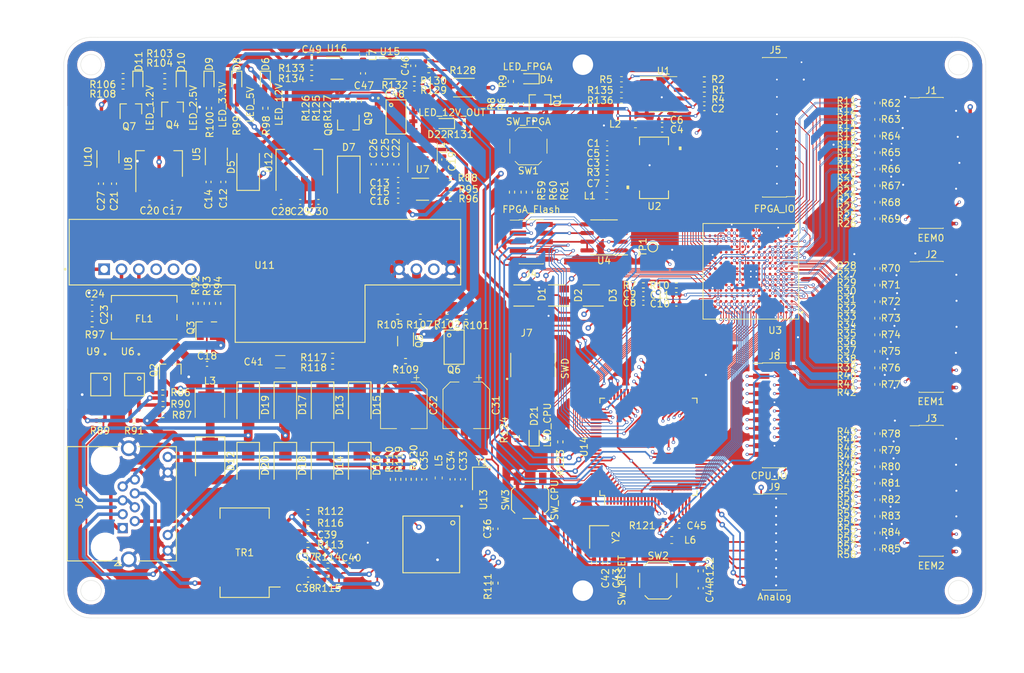
<source format=kicad_pcb>
(kicad_pcb (version 20171130) (host pcbnew 5.1.10-88a1d61d58~88~ubuntu20.04.1)

  (general
    (thickness 1.6)
    (drawings 20)
    (tracks 3691)
    (zones 0)
    (modules 256)
    (nets 308)
  )

  (page A4)
  (layers
    (0 F.Cu signal)
    (1 In1.Cu signal)
    (2 In2.Cu power)
    (31 B.Cu signal)
    (32 B.Adhes user)
    (33 F.Adhes user)
    (34 B.Paste user)
    (35 F.Paste user)
    (36 B.SilkS user)
    (37 F.SilkS user)
    (38 B.Mask user)
    (39 F.Mask user)
    (40 Dwgs.User user)
    (41 Cmts.User user)
    (42 Eco1.User user)
    (43 Eco2.User user)
    (44 Edge.Cuts user)
    (45 Margin user)
    (46 B.CrtYd user)
    (47 F.CrtYd user)
    (48 B.Fab user)
    (49 F.Fab user)
  )

  (setup
    (last_trace_width 0.254)
    (user_trace_width 0.0889)
    (user_trace_width 0.1016)
    (user_trace_width 0.127)
    (user_trace_width 0.254)
    (user_trace_width 0.508)
    (user_trace_width 0.762)
    (user_trace_width 1.016)
    (user_trace_width 1.27)
    (trace_clearance 0.0889)
    (zone_clearance 0.508)
    (zone_45_only no)
    (trace_min 0.0889)
    (via_size 0.8)
    (via_drill 0.4)
    (via_min_size 0.4)
    (via_min_drill 0.2)
    (user_via 0.4 0.2)
    (user_via 0.45 0.25)
    (user_via 0.5 0.3)
    (user_via 4.199999 4)
    (uvia_size 0.3)
    (uvia_drill 0.1)
    (uvias_allowed no)
    (uvia_min_size 0.2)
    (uvia_min_drill 0.1)
    (edge_width 0.05)
    (segment_width 0.127)
    (pcb_text_width 0.3)
    (pcb_text_size 1.5 1.5)
    (mod_edge_width 0.1524)
    (mod_text_size 1.016 1.016)
    (mod_text_width 0.1524)
    (pad_size 1.524 1.524)
    (pad_drill 0.762)
    (pad_to_mask_clearance 0)
    (solder_mask_min_width 0.00254)
    (aux_axis_origin 0 0)
    (grid_origin 210 57)
    (visible_elements FFFFFF7F)
    (pcbplotparams
      (layerselection 0x010fc_ffffffff)
      (usegerberextensions false)
      (usegerberattributes true)
      (usegerberadvancedattributes true)
      (creategerberjobfile true)
      (excludeedgelayer true)
      (linewidth 0.100000)
      (plotframeref false)
      (viasonmask false)
      (mode 1)
      (useauxorigin false)
      (hpglpennumber 1)
      (hpglpenspeed 20)
      (hpglpendiameter 15.000000)
      (psnegative false)
      (psa4output false)
      (plotreference true)
      (plotvalue true)
      (plotinvisibletext false)
      (padsonsilk false)
      (subtractmaskfromsilk false)
      (outputformat 1)
      (mirror false)
      (drillshape 1)
      (scaleselection 1)
      (outputdirectory ""))
  )

  (net 0 "")
  (net 1 "Net-(C1-Pad1)")
  (net 2 GND)
  (net 3 "Net-(C2-Pad1)")
  (net 4 /HighSpeedADC/+5VA)
  (net 5 /FPGA/GNDPLL0)
  (net 6 /FPGA/VCCPLL0)
  (net 7 /FPGA/GNDPLL1)
  (net 8 /FPGA/VCCPLL1)
  (net 9 +12V_OUT)
  (net 10 /CurrentSenser/12V_CURRENT)
  (net 11 /Power/+6V5)
  (net 12 +12V)
  (net 13 +3V3)
  (net 14 "Net-(C24-Pad1)")
  (net 15 +2V5)
  (net 16 +1V2)
  (net 17 +5V)
  (net 18 "Net-(C38-Pad1)")
  (net 19 "Net-(C40-Pad1)")
  (net 20 "Net-(C41-Pad1)")
  (net 21 /Ethernet/+3V3A)
  (net 22 "Net-(C44-Pad2)")
  (net 23 "Net-(C46-Pad1)")
  (net 24 /MCU/+3V3A)
  (net 25 +3V3MP)
  (net 26 "Net-(D4-Pad2)")
  (net 27 "Net-(D4-Pad1)")
  (net 28 "Net-(D9-Pad2)")
  (net 29 "Net-(D10-Pad2)")
  (net 30 "Net-(D11-Pad2)")
  (net 31 "Net-(D13-Pad2)")
  (net 32 /Ethernet/POE_VC-)
  (net 33 /Ethernet/POE_VC+)
  (net 34 "Net-(D15-Pad2)")
  (net 35 "Net-(D17-Pad2)")
  (net 36 "Net-(D19-Pad2)")
  (net 37 "Net-(D21-Pad2)")
  (net 38 /FPGA_IO1)
  (net 39 /FPGA_IO3)
  (net 40 /FPGA_IO5)
  (net 41 /FPGA_IO7)
  (net 42 /FPGA_IO9)
  (net 43 /FPGA_IO11)
  (net 44 /FPGA_IO13)
  (net 45 /FPGA_IO15)
  (net 46 /FPGA_IO14)
  (net 47 /FPGA_IO12)
  (net 48 /FPGA_IO10)
  (net 49 /FPGA_IO8)
  (net 50 /FPGA_IO6)
  (net 51 /FPGA_IO4)
  (net 52 /FPGA_IO2)
  (net 53 /FPGA_IO0)
  (net 54 /MCU/CPU_SWCLK)
  (net 55 /MCU/CPU_SWDIO)
  (net 56 /MCU/CPU_UART4_TX)
  (net 57 /MCU/CPU_UART4_RX)
  (net 58 /MCU/CPU_PWM_CH1)
  (net 59 /MCU/CPU_PWM_CH2)
  (net 60 /MCU/CPU_PWM_CH3)
  (net 61 /MCU/CPU_PWM_CH4)
  (net 62 /MCU/CPU_IIC2_SDA)
  (net 63 /MCU/CPU_IIC2_SCL)
  (net 64 /MCU/CPU_UART1_RX)
  (net 65 /MCU/CPU_UART1_TX)
  (net 66 /MCU/CPU_SPI2_MOSI)
  (net 67 /MCU/CPU_SPI2_MISO)
  (net 68 /MCU/CPU_SPI2_SCK)
  (net 69 /MCU/CPU_SPI2_CS)
  (net 70 /MCU/CPU_DAC1)
  (net 71 /MCU/CPU_DAC0)
  (net 72 /MCU/CPU_ADC7)
  (net 73 /MCU/CPU_ADC6)
  (net 74 /MCU/CPU_ADC5)
  (net 75 /MCU/CPU_ADC4)
  (net 76 /MCU/CPU_ADC3)
  (net 77 /MCU/CPU_ADC2)
  (net 78 /MCU/CPU_ADC1)
  (net 79 /MCU/CPU_ADC0)
  (net 80 /CurrentSenser/12V_SW)
  (net 81 "Net-(Q1-Pad1)")
  (net 82 "Net-(Q2-Pad3)")
  (net 83 /MCU/CPU_RESET)
  (net 84 "Net-(Q7-Pad1)")
  (net 85 "Net-(R4-Pad1)")
  (net 86 /MCU/CPU_POE_AT_EVENT)
  (net 87 /MCU/CPU_POE_SRC_STATUS)
  (net 88 /Ethernet/RJ45_LED_G)
  (net 89 /Ethernet/RJ45_LED_Y)
  (net 90 "Net-(TP1-Pad1)")
  (net 91 "Net-(C3-Pad1)")
  (net 92 /CurrentSenser/+3V3A)
  (net 93 /EEM0_IIC_SCL)
  (net 94 /EEM0_IIC_SDA)
  (net 95 /EEM1_IIC_SCL)
  (net 96 /EEM1_IIC_SDA)
  (net 97 /EEM2_IIC_SCL)
  (net 98 /EEM2_IIC_SDA)
  (net 99 /EEM0_7_N)
  (net 100 /EEM0_6_P)
  (net 101 /EEM0_5_N)
  (net 102 /EEM0_4_P)
  (net 103 /EEM0_3_N)
  (net 104 /EEM0_2_P)
  (net 105 /EEM0_1_N)
  (net 106 /EEM0_0_P)
  (net 107 /EEM0_7_P)
  (net 108 /EEM0_6_N)
  (net 109 /EEM0_5_P)
  (net 110 /EEM0_4_N)
  (net 111 /EEM0_3_P)
  (net 112 /EEM0_2_N)
  (net 113 /EEM0_1_P)
  (net 114 /EEM0_0_N)
  (net 115 /EEM1_7_N)
  (net 116 /EEM1_6_P)
  (net 117 /EEM1_5_N)
  (net 118 /EEM1_4_P)
  (net 119 /EEM1_3_N)
  (net 120 /EEM1_2_P)
  (net 121 /EEM1_1_N)
  (net 122 /EEM1_0_P)
  (net 123 /EEM1_7_P)
  (net 124 /EEM1_6_N)
  (net 125 /EEM1_5_P)
  (net 126 /EEM1_4_N)
  (net 127 /EEM1_3_P)
  (net 128 /EEM1_2_N)
  (net 129 /EEM1_1_P)
  (net 130 /EEM1_0_N)
  (net 131 /EEM2_7_N)
  (net 132 /EEM2_6_P)
  (net 133 /EEM2_5_N)
  (net 134 /EEM2_4_P)
  (net 135 /EEM2_3_N)
  (net 136 /EEM2_2_P)
  (net 137 /EEM2_1_N)
  (net 138 /EEM2_0_P)
  (net 139 /EEM2_7_P)
  (net 140 /EEM2_6_N)
  (net 141 /EEM2_5_P)
  (net 142 /EEM2_4_N)
  (net 143 /EEM2_3_P)
  (net 144 /EEM2_2_N)
  (net 145 /EEM2_1_P)
  (net 146 /EEM2_0_N)
  (net 147 /CDONE)
  (net 148 /CRESET)
  (net 149 /SPI_CS)
  (net 150 /ENC_INT)
  (net 151 /ADC_D0)
  (net 152 /ADC_D1)
  (net 153 /ADC_D2)
  (net 154 /ADC_D3)
  (net 155 /ADC_D4)
  (net 156 /ADC_D5)
  (net 157 /ADC_D6)
  (net 158 /ADC_D7)
  (net 159 /ADC_CLK)
  (net 160 /FSMC_CLK)
  (net 161 /FSMC_D15)
  (net 162 /FSMC_D9)
  (net 163 /FSMC_D10)
  (net 164 /FSMC_D0)
  (net 165 /FSMC_A7)
  (net 166 /FSMC_NL)
  (net 167 /FSMC_NBL0)
  (net 168 /FSMC_D6)
  (net 169 /FSMC_D7)
  (net 170 /FSMC_D5)
  (net 171 /FSMC_D1)
  (net 172 /FSMC_A3)
  (net 173 /FSMC_A1)
  (net 174 /FSMC_NWAIT)
  (net 175 /FSMC_NOE)
  (net 176 /FSMC_D12)
  (net 177 /FSMC_D8)
  (net 178 /FSMC_D3)
  (net 179 /FSMC_A4)
  (net 180 /FSMC_A6)
  (net 181 /FSMC_A0)
  (net 182 /FSMC_NBL1)
  (net 183 /FSMC_D14)
  (net 184 /FSMC_D11)
  (net 185 /FSMC_D4)
  (net 186 /FSMC_A2)
  (net 187 /FSMC_D13)
  (net 188 /FSMC_D2)
  (net 189 /FSMC_A5)
  (net 190 /FSMC_NE1)
  (net 191 /FSMC_NWE)
  (net 192 /CSBSEL0)
  (net 193 /SPI_MOSI)
  (net 194 /SPI_MISO)
  (net 195 /CSBSEL1)
  (net 196 /SPI_SCK)
  (net 197 /SPI_ENC_CS)
  (net 198 "Net-(C5-Pad2)")
  (net 199 "Net-(C7-Pad2)")
  (net 200 "Net-(C18-Pad2)")
  (net 201 "Net-(C18-Pad1)")
  (net 202 "Net-(C19-Pad2)")
  (net 203 "Net-(C19-Pad1)")
  (net 204 "Net-(C23-Pad2)")
  (net 205 "Net-(C31-Pad1)")
  (net 206 "Net-(C33-Pad1)")
  (net 207 "Net-(C34-Pad1)")
  (net 208 "Net-(C36-Pad2)")
  (net 209 "Net-(C37-Pad2)")
  (net 210 "Net-(C37-Pad1)")
  (net 211 "Net-(C38-Pad2)")
  (net 212 "Net-(C39-Pad1)")
  (net 213 "Net-(C42-Pad1)")
  (net 214 "Net-(C43-Pad1)")
  (net 215 "Net-(D6-Pad2)")
  (net 216 "Net-(D8-Pad2)")
  (net 217 "Net-(D10-Pad1)")
  (net 218 "Net-(D11-Pad1)")
  (net 219 "Net-(D21-Pad1)")
  (net 220 "Net-(D22-Pad1)")
  (net 221 "Net-(Q3-Pad1)")
  (net 222 "Net-(Q4-Pad1)")
  (net 223 "Net-(Q5-Pad6)")
  (net 224 "Net-(Q5-Pad2)")
  (net 225 "Net-(Q5-Pad3)")
  (net 226 "Net-(Q8-Pad3)")
  (net 227 "Net-(Q8-Pad1)")
  (net 228 "Net-(R87-Pad1)")
  (net 229 "Net-(R132-Pad2)")
  (net 230 "Net-(U11-Pad3)")
  (net 231 "Net-(U15-Pad3)")
  (net 232 "Net-(C46-Pad2)")
  (net 233 "Net-(D22-Pad2)")
  (net 234 HSADC_IN)
  (net 235 "Net-(J6-Pad12)")
  (net 236 "Net-(J6-Pad10)")
  (net 237 "Net-(J6-Pad6)")
  (net 238 "Net-(J6-Pad2)")
  (net 239 "Net-(J6-Pad3)")
  (net 240 "Net-(J6-Pad1)")
  (net 241 "Net-(R86-Pad2)")
  (net 242 "Net-(R88-Pad1)")
  (net 243 "Net-(R95-Pad1)")
  (net 244 "Net-(R97-Pad2)")
  (net 245 "Net-(R110-Pad1)")
  (net 246 "Net-(R112-Pad1)")
  (net 247 "Net-(R113-Pad2)")
  (net 248 "Net-(R123-Pad1)")
  (net 249 "Net-(R133-Pad2)")
  (net 250 "Net-(SW3-Pad2)")
  (net 251 /FPGA/LVDS0_0_P)
  (net 252 /FPGA/LVDS0_0_N)
  (net 253 /FPGA/LVDS0_1_P)
  (net 254 /FPGA/LVDS0_1_N)
  (net 255 /FPGA/LVDS0_2_P)
  (net 256 /FPGA/LVDS0_2_N)
  (net 257 /FPGA/LVDS0_3_P)
  (net 258 /FPGA/LVDS0_3_N)
  (net 259 /FPGA/LVDS0_4_P)
  (net 260 /FPGA/LVDS0_4_N)
  (net 261 /FPGA/LVDS0_5_P)
  (net 262 /FPGA/LVDS0_5_N)
  (net 263 /FPGA/LVDS0_6_P)
  (net 264 /FPGA/LVDS0_6_N)
  (net 265 /FPGA/LVDS0_7_P)
  (net 266 /FPGA/LVDS0_7_N)
  (net 267 /FPGA/LVDS1_0_P)
  (net 268 /FPGA/LVDS1_0_N)
  (net 269 /FPGA/LVDS1_1_P)
  (net 270 /FPGA/LVDS1_1_N)
  (net 271 /FPGA/LVDS1_2_P)
  (net 272 /FPGA/LVDS1_2_N)
  (net 273 /FPGA/LVDS1_3_P)
  (net 274 /FPGA/LVDS1_3_N)
  (net 275 /FPGA/LVDS1_4_P)
  (net 276 /FPGA/LVDS1_4_N)
  (net 277 /FPGA/LVDS1_5_P)
  (net 278 /FPGA/LVDS1_5_N)
  (net 279 /FPGA/LVDS1_6_P)
  (net 280 /FPGA/LVDS1_6_N)
  (net 281 /FPGA/LVDS1_7_P)
  (net 282 /FPGA/LVDS1_7_N)
  (net 283 /FPGA/LVDS2_0_P)
  (net 284 /FPGA/LVDS2_0_N)
  (net 285 /FPGA/LVDS2_1_P)
  (net 286 /FPGA/LVDS2_1_N)
  (net 287 /FPGA/LVDS2_2_P)
  (net 288 /FPGA/LVDS2_2_N)
  (net 289 /FPGA/LVDS2_3_P)
  (net 290 /FPGA/LVDS2_3_N)
  (net 291 /FPGA/LVDS2_4_P)
  (net 292 /FPGA/LVDS2_4_N)
  (net 293 /FPGA/LVDS2_5_P)
  (net 294 /FPGA/LVDS2_5_N)
  (net 295 /FPGA/LVDS2_6_P)
  (net 296 /FPGA/LVDS2_6_N)
  (net 297 /FPGA/LVDS2_7_P)
  (net 298 /FPGA/LVDS2_7_N)
  (net 299 /FPGA/FPGA_LED)
  (net 300 /FPGA/FPGA_KEY)
  (net 301 /IIC_SCL)
  (net 302 /IIC_SDA)
  (net 303 "Net-(R1-Pad2)")
  (net 304 "Net-(R2-Pad2)")
  (net 305 "Net-(R135-Pad2)")
  (net 306 "Net-(R135-Pad1)")
  (net 307 "Net-(R136-Pad2)")

  (net_class Default "This is the default net class."
    (clearance 0.0889)
    (trace_width 0.25)
    (via_dia 0.8)
    (via_drill 0.4)
    (uvia_dia 0.3)
    (uvia_drill 0.1)
    (diff_pair_width 0.0889)
    (diff_pair_gap 0.1016)
    (add_net +12V)
    (add_net +12V_OUT)
    (add_net +1V2)
    (add_net +2V5)
    (add_net +3V3)
    (add_net +3V3MP)
    (add_net +5V)
    (add_net /ADC_CLK)
    (add_net /ADC_D0)
    (add_net /ADC_D1)
    (add_net /ADC_D2)
    (add_net /ADC_D3)
    (add_net /ADC_D4)
    (add_net /ADC_D5)
    (add_net /ADC_D6)
    (add_net /ADC_D7)
    (add_net /CDONE)
    (add_net /CRESET)
    (add_net /CSBSEL0)
    (add_net /CSBSEL1)
    (add_net /CurrentSenser/+3V3A)
    (add_net /CurrentSenser/12V_CURRENT)
    (add_net /CurrentSenser/12V_SW)
    (add_net /EEM0_0_N)
    (add_net /EEM0_0_P)
    (add_net /EEM0_1_N)
    (add_net /EEM0_1_P)
    (add_net /EEM0_2_N)
    (add_net /EEM0_2_P)
    (add_net /EEM0_3_N)
    (add_net /EEM0_3_P)
    (add_net /EEM0_4_N)
    (add_net /EEM0_4_P)
    (add_net /EEM0_5_N)
    (add_net /EEM0_5_P)
    (add_net /EEM0_6_N)
    (add_net /EEM0_6_P)
    (add_net /EEM0_7_N)
    (add_net /EEM0_7_P)
    (add_net /EEM0_IIC_SCL)
    (add_net /EEM0_IIC_SDA)
    (add_net /EEM1_0_N)
    (add_net /EEM1_0_P)
    (add_net /EEM1_1_N)
    (add_net /EEM1_1_P)
    (add_net /EEM1_2_N)
    (add_net /EEM1_2_P)
    (add_net /EEM1_3_N)
    (add_net /EEM1_3_P)
    (add_net /EEM1_4_N)
    (add_net /EEM1_4_P)
    (add_net /EEM1_5_N)
    (add_net /EEM1_5_P)
    (add_net /EEM1_6_N)
    (add_net /EEM1_6_P)
    (add_net /EEM1_7_N)
    (add_net /EEM1_7_P)
    (add_net /EEM1_IIC_SCL)
    (add_net /EEM1_IIC_SDA)
    (add_net /EEM2_0_N)
    (add_net /EEM2_0_P)
    (add_net /EEM2_1_N)
    (add_net /EEM2_1_P)
    (add_net /EEM2_2_N)
    (add_net /EEM2_2_P)
    (add_net /EEM2_3_N)
    (add_net /EEM2_3_P)
    (add_net /EEM2_4_N)
    (add_net /EEM2_4_P)
    (add_net /EEM2_5_N)
    (add_net /EEM2_5_P)
    (add_net /EEM2_6_N)
    (add_net /EEM2_6_P)
    (add_net /EEM2_7_N)
    (add_net /EEM2_7_P)
    (add_net /EEM2_IIC_SCL)
    (add_net /EEM2_IIC_SDA)
    (add_net /ENC_INT)
    (add_net /Ethernet/+3V3A)
    (add_net /Ethernet/POE_VC+)
    (add_net /Ethernet/POE_VC-)
    (add_net /Ethernet/RJ45_LED_G)
    (add_net /Ethernet/RJ45_LED_Y)
    (add_net /FPGA/FPGA_KEY)
    (add_net /FPGA/FPGA_LED)
    (add_net /FPGA/GNDPLL0)
    (add_net /FPGA/GNDPLL1)
    (add_net /FPGA/LVDS0_0_N)
    (add_net /FPGA/LVDS0_0_P)
    (add_net /FPGA/LVDS0_1_N)
    (add_net /FPGA/LVDS0_1_P)
    (add_net /FPGA/LVDS0_2_N)
    (add_net /FPGA/LVDS0_2_P)
    (add_net /FPGA/LVDS0_3_N)
    (add_net /FPGA/LVDS0_3_P)
    (add_net /FPGA/LVDS0_4_N)
    (add_net /FPGA/LVDS0_4_P)
    (add_net /FPGA/LVDS0_5_N)
    (add_net /FPGA/LVDS0_5_P)
    (add_net /FPGA/LVDS0_6_N)
    (add_net /FPGA/LVDS0_6_P)
    (add_net /FPGA/LVDS0_7_N)
    (add_net /FPGA/LVDS0_7_P)
    (add_net /FPGA/LVDS1_0_N)
    (add_net /FPGA/LVDS1_0_P)
    (add_net /FPGA/LVDS1_1_N)
    (add_net /FPGA/LVDS1_1_P)
    (add_net /FPGA/LVDS1_2_N)
    (add_net /FPGA/LVDS1_2_P)
    (add_net /FPGA/LVDS1_3_N)
    (add_net /FPGA/LVDS1_3_P)
    (add_net /FPGA/LVDS1_4_N)
    (add_net /FPGA/LVDS1_4_P)
    (add_net /FPGA/LVDS1_5_N)
    (add_net /FPGA/LVDS1_5_P)
    (add_net /FPGA/LVDS1_6_N)
    (add_net /FPGA/LVDS1_6_P)
    (add_net /FPGA/LVDS1_7_N)
    (add_net /FPGA/LVDS1_7_P)
    (add_net /FPGA/LVDS2_0_N)
    (add_net /FPGA/LVDS2_0_P)
    (add_net /FPGA/LVDS2_1_N)
    (add_net /FPGA/LVDS2_1_P)
    (add_net /FPGA/LVDS2_2_N)
    (add_net /FPGA/LVDS2_2_P)
    (add_net /FPGA/LVDS2_3_N)
    (add_net /FPGA/LVDS2_3_P)
    (add_net /FPGA/LVDS2_4_N)
    (add_net /FPGA/LVDS2_4_P)
    (add_net /FPGA/LVDS2_5_N)
    (add_net /FPGA/LVDS2_5_P)
    (add_net /FPGA/LVDS2_6_N)
    (add_net /FPGA/LVDS2_6_P)
    (add_net /FPGA/LVDS2_7_N)
    (add_net /FPGA/LVDS2_7_P)
    (add_net /FPGA/VCCPLL0)
    (add_net /FPGA/VCCPLL1)
    (add_net /FPGA_IO0)
    (add_net /FPGA_IO1)
    (add_net /FPGA_IO10)
    (add_net /FPGA_IO11)
    (add_net /FPGA_IO12)
    (add_net /FPGA_IO13)
    (add_net /FPGA_IO14)
    (add_net /FPGA_IO15)
    (add_net /FPGA_IO2)
    (add_net /FPGA_IO3)
    (add_net /FPGA_IO4)
    (add_net /FPGA_IO5)
    (add_net /FPGA_IO6)
    (add_net /FPGA_IO7)
    (add_net /FPGA_IO8)
    (add_net /FPGA_IO9)
    (add_net /FSMC_A0)
    (add_net /FSMC_A1)
    (add_net /FSMC_A2)
    (add_net /FSMC_A3)
    (add_net /FSMC_A4)
    (add_net /FSMC_A5)
    (add_net /FSMC_A6)
    (add_net /FSMC_A7)
    (add_net /FSMC_CLK)
    (add_net /FSMC_D0)
    (add_net /FSMC_D1)
    (add_net /FSMC_D10)
    (add_net /FSMC_D11)
    (add_net /FSMC_D12)
    (add_net /FSMC_D13)
    (add_net /FSMC_D14)
    (add_net /FSMC_D15)
    (add_net /FSMC_D2)
    (add_net /FSMC_D3)
    (add_net /FSMC_D4)
    (add_net /FSMC_D5)
    (add_net /FSMC_D6)
    (add_net /FSMC_D7)
    (add_net /FSMC_D8)
    (add_net /FSMC_D9)
    (add_net /FSMC_NBL0)
    (add_net /FSMC_NBL1)
    (add_net /FSMC_NE1)
    (add_net /FSMC_NL)
    (add_net /FSMC_NOE)
    (add_net /FSMC_NWAIT)
    (add_net /FSMC_NWE)
    (add_net /HighSpeedADC/+5VA)
    (add_net /IIC_SCL)
    (add_net /IIC_SDA)
    (add_net /MCU/+3V3A)
    (add_net /MCU/CPU_ADC0)
    (add_net /MCU/CPU_ADC1)
    (add_net /MCU/CPU_ADC2)
    (add_net /MCU/CPU_ADC3)
    (add_net /MCU/CPU_ADC4)
    (add_net /MCU/CPU_ADC5)
    (add_net /MCU/CPU_ADC6)
    (add_net /MCU/CPU_ADC7)
    (add_net /MCU/CPU_DAC0)
    (add_net /MCU/CPU_DAC1)
    (add_net /MCU/CPU_IIC2_SCL)
    (add_net /MCU/CPU_IIC2_SDA)
    (add_net /MCU/CPU_POE_AT_EVENT)
    (add_net /MCU/CPU_POE_SRC_STATUS)
    (add_net /MCU/CPU_PWM_CH1)
    (add_net /MCU/CPU_PWM_CH2)
    (add_net /MCU/CPU_PWM_CH3)
    (add_net /MCU/CPU_PWM_CH4)
    (add_net /MCU/CPU_RESET)
    (add_net /MCU/CPU_SPI2_CS)
    (add_net /MCU/CPU_SPI2_MISO)
    (add_net /MCU/CPU_SPI2_MOSI)
    (add_net /MCU/CPU_SPI2_SCK)
    (add_net /MCU/CPU_SWCLK)
    (add_net /MCU/CPU_SWDIO)
    (add_net /MCU/CPU_UART1_RX)
    (add_net /MCU/CPU_UART1_TX)
    (add_net /MCU/CPU_UART4_RX)
    (add_net /MCU/CPU_UART4_TX)
    (add_net /Power/+6V5)
    (add_net /SPI_CS)
    (add_net /SPI_ENC_CS)
    (add_net /SPI_MISO)
    (add_net /SPI_MOSI)
    (add_net /SPI_SCK)
    (add_net GND)
    (add_net HSADC_IN)
    (add_net "Net-(C1-Pad1)")
    (add_net "Net-(C18-Pad1)")
    (add_net "Net-(C18-Pad2)")
    (add_net "Net-(C19-Pad1)")
    (add_net "Net-(C19-Pad2)")
    (add_net "Net-(C2-Pad1)")
    (add_net "Net-(C23-Pad2)")
    (add_net "Net-(C24-Pad1)")
    (add_net "Net-(C3-Pad1)")
    (add_net "Net-(C31-Pad1)")
    (add_net "Net-(C33-Pad1)")
    (add_net "Net-(C34-Pad1)")
    (add_net "Net-(C36-Pad2)")
    (add_net "Net-(C37-Pad1)")
    (add_net "Net-(C37-Pad2)")
    (add_net "Net-(C38-Pad1)")
    (add_net "Net-(C38-Pad2)")
    (add_net "Net-(C39-Pad1)")
    (add_net "Net-(C40-Pad1)")
    (add_net "Net-(C41-Pad1)")
    (add_net "Net-(C42-Pad1)")
    (add_net "Net-(C43-Pad1)")
    (add_net "Net-(C44-Pad2)")
    (add_net "Net-(C46-Pad1)")
    (add_net "Net-(C46-Pad2)")
    (add_net "Net-(C5-Pad2)")
    (add_net "Net-(C7-Pad2)")
    (add_net "Net-(D10-Pad1)")
    (add_net "Net-(D10-Pad2)")
    (add_net "Net-(D11-Pad1)")
    (add_net "Net-(D11-Pad2)")
    (add_net "Net-(D13-Pad2)")
    (add_net "Net-(D15-Pad2)")
    (add_net "Net-(D17-Pad2)")
    (add_net "Net-(D19-Pad2)")
    (add_net "Net-(D21-Pad1)")
    (add_net "Net-(D21-Pad2)")
    (add_net "Net-(D22-Pad1)")
    (add_net "Net-(D22-Pad2)")
    (add_net "Net-(D4-Pad1)")
    (add_net "Net-(D4-Pad2)")
    (add_net "Net-(D6-Pad2)")
    (add_net "Net-(D8-Pad2)")
    (add_net "Net-(D9-Pad2)")
    (add_net "Net-(J6-Pad1)")
    (add_net "Net-(J6-Pad10)")
    (add_net "Net-(J6-Pad12)")
    (add_net "Net-(J6-Pad2)")
    (add_net "Net-(J6-Pad3)")
    (add_net "Net-(J6-Pad6)")
    (add_net "Net-(Q1-Pad1)")
    (add_net "Net-(Q2-Pad3)")
    (add_net "Net-(Q3-Pad1)")
    (add_net "Net-(Q4-Pad1)")
    (add_net "Net-(Q5-Pad2)")
    (add_net "Net-(Q5-Pad3)")
    (add_net "Net-(Q5-Pad6)")
    (add_net "Net-(Q7-Pad1)")
    (add_net "Net-(Q8-Pad1)")
    (add_net "Net-(Q8-Pad3)")
    (add_net "Net-(R1-Pad2)")
    (add_net "Net-(R110-Pad1)")
    (add_net "Net-(R112-Pad1)")
    (add_net "Net-(R113-Pad2)")
    (add_net "Net-(R123-Pad1)")
    (add_net "Net-(R132-Pad2)")
    (add_net "Net-(R133-Pad2)")
    (add_net "Net-(R135-Pad1)")
    (add_net "Net-(R135-Pad2)")
    (add_net "Net-(R136-Pad2)")
    (add_net "Net-(R2-Pad2)")
    (add_net "Net-(R4-Pad1)")
    (add_net "Net-(R86-Pad2)")
    (add_net "Net-(R87-Pad1)")
    (add_net "Net-(R88-Pad1)")
    (add_net "Net-(R95-Pad1)")
    (add_net "Net-(R97-Pad2)")
    (add_net "Net-(SW3-Pad2)")
    (add_net "Net-(TP1-Pad1)")
    (add_net "Net-(U11-Pad3)")
    (add_net "Net-(U15-Pad3)")
  )

  (module Package_SO:SOIC-8_3.9x4.9mm_P1.27mm (layer F.Cu) (tedit 5D9F72B1) (tstamp 60DDF267)
    (at 166.82 61.31)
    (descr "SOIC, 8 Pin (JEDEC MS-012AA, https://www.analog.com/media/en/package-pcb-resources/package/pkg_pdf/soic_narrow-r/r_8.pdf), generated with kicad-footprint-generator ipc_gullwing_generator.py")
    (tags "SOIC SO")
    (path /60FB17F2/60EA227A)
    (attr smd)
    (fp_text reference U1 (at 0 -3.4) (layer F.SilkS)
      (effects (font (size 1 1) (thickness 0.15)))
    )
    (fp_text value OPA2690 (at 0 3.4) (layer F.Fab) hide
      (effects (font (size 1 1) (thickness 0.15)))
    )
    (fp_text user %R (at 0 0) (layer F.Fab) hide
      (effects (font (size 0.98 0.98) (thickness 0.15)))
    )
    (fp_line (start 0 2.56) (end 1.95 2.56) (layer F.SilkS) (width 0.12))
    (fp_line (start 0 2.56) (end -1.95 2.56) (layer F.SilkS) (width 0.12))
    (fp_line (start 0 -2.56) (end 1.95 -2.56) (layer F.SilkS) (width 0.12))
    (fp_line (start 0 -2.56) (end -3.45 -2.56) (layer F.SilkS) (width 0.12))
    (fp_line (start -0.975 -2.45) (end 1.95 -2.45) (layer F.Fab) (width 0.1))
    (fp_line (start 1.95 -2.45) (end 1.95 2.45) (layer F.Fab) (width 0.1))
    (fp_line (start 1.95 2.45) (end -1.95 2.45) (layer F.Fab) (width 0.1))
    (fp_line (start -1.95 2.45) (end -1.95 -1.475) (layer F.Fab) (width 0.1))
    (fp_line (start -1.95 -1.475) (end -0.975 -2.45) (layer F.Fab) (width 0.1))
    (fp_line (start -3.7 -2.7) (end -3.7 2.7) (layer F.CrtYd) (width 0.05))
    (fp_line (start -3.7 2.7) (end 3.7 2.7) (layer F.CrtYd) (width 0.05))
    (fp_line (start 3.7 2.7) (end 3.7 -2.7) (layer F.CrtYd) (width 0.05))
    (fp_line (start 3.7 -2.7) (end -3.7 -2.7) (layer F.CrtYd) (width 0.05))
    (pad 8 smd roundrect (at 2.475 -1.905) (size 1.95 0.6) (layers F.Cu F.Paste F.Mask) (roundrect_rratio 0.25)
      (net 4 /HighSpeedADC/+5VA))
    (pad 7 smd roundrect (at 2.475 -0.635) (size 1.95 0.6) (layers F.Cu F.Paste F.Mask) (roundrect_rratio 0.25)
      (net 304 "Net-(R2-Pad2)"))
    (pad 6 smd roundrect (at 2.475 0.635) (size 1.95 0.6) (layers F.Cu F.Paste F.Mask) (roundrect_rratio 0.25)
      (net 303 "Net-(R1-Pad2)"))
    (pad 5 smd roundrect (at 2.475 1.905) (size 1.95 0.6) (layers F.Cu F.Paste F.Mask) (roundrect_rratio 0.25)
      (net 85 "Net-(R4-Pad1)"))
    (pad 4 smd roundrect (at -2.475 1.905) (size 1.95 0.6) (layers F.Cu F.Paste F.Mask) (roundrect_rratio 0.25)
      (net 2 GND))
    (pad 3 smd roundrect (at -2.475 0.635) (size 1.95 0.6) (layers F.Cu F.Paste F.Mask) (roundrect_rratio 0.25)
      (net 307 "Net-(R136-Pad2)"))
    (pad 2 smd roundrect (at -2.475 -0.635) (size 1.95 0.6) (layers F.Cu F.Paste F.Mask) (roundrect_rratio 0.25)
      (net 306 "Net-(R135-Pad1)"))
    (pad 1 smd roundrect (at -2.475 -1.905) (size 1.95 0.6) (layers F.Cu F.Paste F.Mask) (roundrect_rratio 0.25)
      (net 305 "Net-(R135-Pad2)"))
    (model ${KISYS3DMOD}/Package_SO.3dshapes/SOIC-8_3.9x4.9mm_P1.27mm.wrl
      (at (xyz 0 0 0))
      (scale (xyz 1 1 1))
      (rotate (xyz 0 0 0))
    )
  )

  (module Resistor_SMD:R_0402_1005Metric (layer F.Cu) (tedit 5F68FEEE) (tstamp 60DDF0B5)
    (at 160.65 62.25)
    (descr "Resistor SMD 0402 (1005 Metric), square (rectangular) end terminal, IPC_7351 nominal, (Body size source: IPC-SM-782 page 72, https://www.pcb-3d.com/wordpress/wp-content/uploads/ipc-sm-782a_amendment_1_and_2.pdf), generated with kicad-footprint-generator")
    (tags resistor)
    (path /60FB17F2/60FA01B1)
    (attr smd)
    (fp_text reference R136 (at -3.11 -0.01) (layer F.SilkS)
      (effects (font (size 1 1) (thickness 0.15)))
    )
    (fp_text value 50 (at 0 1.17) (layer F.Fab) hide
      (effects (font (size 1 1) (thickness 0.15)))
    )
    (fp_text user %R (at 0 0) (layer F.Fab) hide
      (effects (font (size 0.26 0.26) (thickness 0.04)))
    )
    (fp_line (start -0.525 0.27) (end -0.525 -0.27) (layer F.Fab) (width 0.1))
    (fp_line (start -0.525 -0.27) (end 0.525 -0.27) (layer F.Fab) (width 0.1))
    (fp_line (start 0.525 -0.27) (end 0.525 0.27) (layer F.Fab) (width 0.1))
    (fp_line (start 0.525 0.27) (end -0.525 0.27) (layer F.Fab) (width 0.1))
    (fp_line (start -0.153641 -0.38) (end 0.153641 -0.38) (layer F.SilkS) (width 0.12))
    (fp_line (start -0.153641 0.38) (end 0.153641 0.38) (layer F.SilkS) (width 0.12))
    (fp_line (start -0.93 0.47) (end -0.93 -0.47) (layer F.CrtYd) (width 0.05))
    (fp_line (start -0.93 -0.47) (end 0.93 -0.47) (layer F.CrtYd) (width 0.05))
    (fp_line (start 0.93 -0.47) (end 0.93 0.47) (layer F.CrtYd) (width 0.05))
    (fp_line (start 0.93 0.47) (end -0.93 0.47) (layer F.CrtYd) (width 0.05))
    (pad 2 smd roundrect (at 0.51 0) (size 0.54 0.64) (layers F.Cu F.Paste F.Mask) (roundrect_rratio 0.25)
      (net 307 "Net-(R136-Pad2)"))
    (pad 1 smd roundrect (at -0.51 0) (size 0.54 0.64) (layers F.Cu F.Paste F.Mask) (roundrect_rratio 0.25)
      (net 3 "Net-(C2-Pad1)"))
    (model ${KISYS3DMOD}/Resistor_SMD.3dshapes/R_0402_1005Metric.wrl
      (at (xyz 0 0 0))
      (scale (xyz 1 1 1))
      (rotate (xyz 0 0 0))
    )
  )

  (module Resistor_SMD:R_0402_1005Metric (layer F.Cu) (tedit 5F68FEEE) (tstamp 60DDF0A4)
    (at 160.65 60.66 180)
    (descr "Resistor SMD 0402 (1005 Metric), square (rectangular) end terminal, IPC_7351 nominal, (Body size source: IPC-SM-782 page 72, https://www.pcb-3d.com/wordpress/wp-content/uploads/ipc-sm-782a_amendment_1_and_2.pdf), generated with kicad-footprint-generator")
    (tags resistor)
    (path /60FB17F2/60FC3A8A)
    (attr smd)
    (fp_text reference R135 (at 3.1 -0.08) (layer F.SilkS)
      (effects (font (size 1 1) (thickness 0.15)))
    )
    (fp_text value 1k (at 0 1.17) (layer F.Fab) hide
      (effects (font (size 1 1) (thickness 0.15)))
    )
    (fp_text user %R (at 0 0) (layer F.Fab) hide
      (effects (font (size 0.26 0.26) (thickness 0.04)))
    )
    (fp_line (start -0.525 0.27) (end -0.525 -0.27) (layer F.Fab) (width 0.1))
    (fp_line (start -0.525 -0.27) (end 0.525 -0.27) (layer F.Fab) (width 0.1))
    (fp_line (start 0.525 -0.27) (end 0.525 0.27) (layer F.Fab) (width 0.1))
    (fp_line (start 0.525 0.27) (end -0.525 0.27) (layer F.Fab) (width 0.1))
    (fp_line (start -0.153641 -0.38) (end 0.153641 -0.38) (layer F.SilkS) (width 0.12))
    (fp_line (start -0.153641 0.38) (end 0.153641 0.38) (layer F.SilkS) (width 0.12))
    (fp_line (start -0.93 0.47) (end -0.93 -0.47) (layer F.CrtYd) (width 0.05))
    (fp_line (start -0.93 -0.47) (end 0.93 -0.47) (layer F.CrtYd) (width 0.05))
    (fp_line (start 0.93 -0.47) (end 0.93 0.47) (layer F.CrtYd) (width 0.05))
    (fp_line (start 0.93 0.47) (end -0.93 0.47) (layer F.CrtYd) (width 0.05))
    (pad 2 smd roundrect (at 0.51 0 180) (size 0.54 0.64) (layers F.Cu F.Paste F.Mask) (roundrect_rratio 0.25)
      (net 305 "Net-(R135-Pad2)"))
    (pad 1 smd roundrect (at -0.51 0 180) (size 0.54 0.64) (layers F.Cu F.Paste F.Mask) (roundrect_rratio 0.25)
      (net 306 "Net-(R135-Pad1)"))
    (model ${KISYS3DMOD}/Resistor_SMD.3dshapes/R_0402_1005Metric.wrl
      (at (xyz 0 0 0))
      (scale (xyz 1 1 1))
      (rotate (xyz 0 0 0))
    )
  )

  (module Resistor_SMD:R_0402_1005Metric (layer F.Cu) (tedit 5F68FEEE) (tstamp 60DDE073)
    (at 160.65 59.13)
    (descr "Resistor SMD 0402 (1005 Metric), square (rectangular) end terminal, IPC_7351 nominal, (Body size source: IPC-SM-782 page 72, https://www.pcb-3d.com/wordpress/wp-content/uploads/ipc-sm-782a_amendment_1_and_2.pdf), generated with kicad-footprint-generator")
    (tags resistor)
    (path /60FB17F2/60FC2B9E)
    (attr smd)
    (fp_text reference R5 (at -2.27 0.05) (layer F.SilkS)
      (effects (font (size 1 1) (thickness 0.15)))
    )
    (fp_text value 301 (at 0 1.17) (layer F.Fab) hide
      (effects (font (size 1 1) (thickness 0.15)))
    )
    (fp_text user %R (at 0 0) (layer F.Fab) hide
      (effects (font (size 0.26 0.26) (thickness 0.04)))
    )
    (fp_line (start -0.525 0.27) (end -0.525 -0.27) (layer F.Fab) (width 0.1))
    (fp_line (start -0.525 -0.27) (end 0.525 -0.27) (layer F.Fab) (width 0.1))
    (fp_line (start 0.525 -0.27) (end 0.525 0.27) (layer F.Fab) (width 0.1))
    (fp_line (start 0.525 0.27) (end -0.525 0.27) (layer F.Fab) (width 0.1))
    (fp_line (start -0.153641 -0.38) (end 0.153641 -0.38) (layer F.SilkS) (width 0.12))
    (fp_line (start -0.153641 0.38) (end 0.153641 0.38) (layer F.SilkS) (width 0.12))
    (fp_line (start -0.93 0.47) (end -0.93 -0.47) (layer F.CrtYd) (width 0.05))
    (fp_line (start -0.93 -0.47) (end 0.93 -0.47) (layer F.CrtYd) (width 0.05))
    (fp_line (start 0.93 -0.47) (end 0.93 0.47) (layer F.CrtYd) (width 0.05))
    (fp_line (start 0.93 0.47) (end -0.93 0.47) (layer F.CrtYd) (width 0.05))
    (pad 2 smd roundrect (at 0.51 0) (size 0.54 0.64) (layers F.Cu F.Paste F.Mask) (roundrect_rratio 0.25)
      (net 85 "Net-(R4-Pad1)"))
    (pad 1 smd roundrect (at -0.51 0) (size 0.54 0.64) (layers F.Cu F.Paste F.Mask) (roundrect_rratio 0.25)
      (net 305 "Net-(R135-Pad2)"))
    (model ${KISYS3DMOD}/Resistor_SMD.3dshapes/R_0402_1005Metric.wrl
      (at (xyz 0 0 0))
      (scale (xyz 1 1 1))
      (rotate (xyz 0 0 0))
    )
  )

  (module Resistor_SMD:R_0402_1005Metric (layer F.Cu) (tedit 5F68FEEE) (tstamp 60DDE062)
    (at 172.78 62.05)
    (descr "Resistor SMD 0402 (1005 Metric), square (rectangular) end terminal, IPC_7351 nominal, (Body size source: IPC-SM-782 page 72, https://www.pcb-3d.com/wordpress/wp-content/uploads/ipc-sm-782a_amendment_1_and_2.pdf), generated with kicad-footprint-generator")
    (tags resistor)
    (path /60FB17F2/60FC49E4)
    (attr smd)
    (fp_text reference R4 (at 2.02 0.02) (layer F.SilkS)
      (effects (font (size 1 1) (thickness 0.15)))
    )
    (fp_text value 499 (at 0 1.17) (layer F.Fab) hide
      (effects (font (size 1 1) (thickness 0.15)))
    )
    (fp_text user %R (at 0 0) (layer F.Fab) hide
      (effects (font (size 0.26 0.26) (thickness 0.04)))
    )
    (fp_line (start -0.525 0.27) (end -0.525 -0.27) (layer F.Fab) (width 0.1))
    (fp_line (start -0.525 -0.27) (end 0.525 -0.27) (layer F.Fab) (width 0.1))
    (fp_line (start 0.525 -0.27) (end 0.525 0.27) (layer F.Fab) (width 0.1))
    (fp_line (start 0.525 0.27) (end -0.525 0.27) (layer F.Fab) (width 0.1))
    (fp_line (start -0.153641 -0.38) (end 0.153641 -0.38) (layer F.SilkS) (width 0.12))
    (fp_line (start -0.153641 0.38) (end 0.153641 0.38) (layer F.SilkS) (width 0.12))
    (fp_line (start -0.93 0.47) (end -0.93 -0.47) (layer F.CrtYd) (width 0.05))
    (fp_line (start -0.93 -0.47) (end 0.93 -0.47) (layer F.CrtYd) (width 0.05))
    (fp_line (start 0.93 -0.47) (end 0.93 0.47) (layer F.CrtYd) (width 0.05))
    (fp_line (start 0.93 0.47) (end -0.93 0.47) (layer F.CrtYd) (width 0.05))
    (pad 2 smd roundrect (at 0.51 0) (size 0.54 0.64) (layers F.Cu F.Paste F.Mask) (roundrect_rratio 0.25)
      (net 2 GND))
    (pad 1 smd roundrect (at -0.51 0) (size 0.54 0.64) (layers F.Cu F.Paste F.Mask) (roundrect_rratio 0.25)
      (net 85 "Net-(R4-Pad1)"))
    (model ${KISYS3DMOD}/Resistor_SMD.3dshapes/R_0402_1005Metric.wrl
      (at (xyz 0 0 0))
      (scale (xyz 1 1 1))
      (rotate (xyz 0 0 0))
    )
  )

  (module Capacitor_SMD:C_0402_1005Metric (layer F.Cu) (tedit 5F68FEEE) (tstamp 60DDCC73)
    (at 158.56 68.51 180)
    (descr "Capacitor SMD 0402 (1005 Metric), square (rectangular) end terminal, IPC_7351 nominal, (Body size source: IPC-SM-782 page 76, https://www.pcb-3d.com/wordpress/wp-content/uploads/ipc-sm-782a_amendment_1_and_2.pdf), generated with kicad-footprint-generator")
    (tags capacitor)
    (path /60FB17F2/60F6B650)
    (attr smd)
    (fp_text reference C1 (at 2 0) (layer F.SilkS)
      (effects (font (size 1 1) (thickness 0.15)))
    )
    (fp_text value 0.1uF (at 0 1.16) (layer F.Fab) hide
      (effects (font (size 1 1) (thickness 0.15)))
    )
    (fp_text user %R (at 0 0) (layer F.Fab) hide
      (effects (font (size 0.25 0.25) (thickness 0.04)))
    )
    (fp_line (start -0.5 0.25) (end -0.5 -0.25) (layer F.Fab) (width 0.1))
    (fp_line (start -0.5 -0.25) (end 0.5 -0.25) (layer F.Fab) (width 0.1))
    (fp_line (start 0.5 -0.25) (end 0.5 0.25) (layer F.Fab) (width 0.1))
    (fp_line (start 0.5 0.25) (end -0.5 0.25) (layer F.Fab) (width 0.1))
    (fp_line (start -0.107836 -0.36) (end 0.107836 -0.36) (layer F.SilkS) (width 0.12))
    (fp_line (start -0.107836 0.36) (end 0.107836 0.36) (layer F.SilkS) (width 0.12))
    (fp_line (start -0.91 0.46) (end -0.91 -0.46) (layer F.CrtYd) (width 0.05))
    (fp_line (start -0.91 -0.46) (end 0.91 -0.46) (layer F.CrtYd) (width 0.05))
    (fp_line (start 0.91 -0.46) (end 0.91 0.46) (layer F.CrtYd) (width 0.05))
    (fp_line (start 0.91 0.46) (end -0.91 0.46) (layer F.CrtYd) (width 0.05))
    (pad 2 smd roundrect (at 0.48 0 180) (size 0.56 0.62) (layers F.Cu F.Paste F.Mask) (roundrect_rratio 0.25)
      (net 2 GND))
    (pad 1 smd roundrect (at -0.48 0 180) (size 0.56 0.62) (layers F.Cu F.Paste F.Mask) (roundrect_rratio 0.25)
      (net 1 "Net-(C1-Pad1)"))
    (model ${KISYS3DMOD}/Capacitor_SMD.3dshapes/C_0402_1005Metric.wrl
      (at (xyz 0 0 0))
      (scale (xyz 1 1 1))
      (rotate (xyz 0 0 0))
    )
  )

  (module Inductor_SMD:L_Coilcraft_XxL4040 (layer F.Cu) (tedit 5A44C862) (tstamp 60D14314)
    (at 131.53 70.6 90)
    (descr "L_Coilcraft_XxL4040 https://www.coilcraft.com/pdfs/xal4000.pdf")
    (tags "L Coilcraft XxL4040")
    (path /60C2FE2A/60E74209)
    (attr smd)
    (fp_text reference L4 (at 1.4 3.08 90) (layer F.SilkS)
      (effects (font (size 1 1) (thickness 0.15)))
    )
    (fp_text value 3.3uH (at 0 3 90) (layer F.Fab) hide
      (effects (font (size 1 1) (thickness 0.15)))
    )
    (fp_line (start 2.154 2.154) (end -2.154 2.154) (layer F.SilkS) (width 0.12))
    (fp_line (start -2.154 -2.154) (end 2.154 -2.154) (layer F.SilkS) (width 0.12))
    (fp_line (start -2.26 2.26) (end -2.26 -2.26) (layer F.CrtYd) (width 0.05))
    (fp_line (start 2.26 2.26) (end -2.26 2.26) (layer F.CrtYd) (width 0.05))
    (fp_line (start 2.26 -2.26) (end 2.26 2.26) (layer F.CrtYd) (width 0.05))
    (fp_line (start -2.26 -2.26) (end 2.26 -2.26) (layer F.CrtYd) (width 0.05))
    (fp_line (start -2 2) (end -2 -2) (layer F.Fab) (width 0.1))
    (fp_line (start 2 2) (end -2 2) (layer F.Fab) (width 0.1))
    (fp_line (start 2 -2) (end 2 2) (layer F.Fab) (width 0.1))
    (fp_line (start -2 -2) (end 2 -2) (layer F.Fab) (width 0.1))
    (fp_text user %R (at 0 0 90) (layer F.Fab) hide
      (effects (font (size 1 1) (thickness 0.15)))
    )
    (pad 2 smd rect (at 1.185 0 90) (size 0.98 3.4) (layers F.Cu F.Paste F.Mask)
      (net 11 /Power/+6V5))
    (pad 1 smd rect (at -1.185 0 90) (size 0.98 3.4) (layers F.Cu F.Paste F.Mask)
      (net 203 "Net-(C19-Pad1)"))
    (model ${KISYS3DMOD}/Inductor_SMD.3dshapes/L_Coilcraft_XxL4040.wrl
      (at (xyz 0 0 0))
      (scale (xyz 1 1 1))
      (rotate (xyz 0 0 0))
    )
  )

  (module Connector_PinHeader_1.27mm:PinHeader_2x15_P1.27mm_Vertical_SMD (layer F.Cu) (tedit 59FED6E3) (tstamp 60D141B2)
    (at 205.994 119.38)
    (descr "surface-mounted straight pin header, 2x15, 1.27mm pitch, double rows")
    (tags "Surface mounted pin header SMD 2x15 1.27mm double row")
    (path /60CB9D41/61B2D756)
    (attr smd)
    (fp_text reference J3 (at 0 -10.585) (layer F.SilkS)
      (effects (font (size 1 1) (thickness 0.15)))
    )
    (fp_text value EEM2 (at 0.006 10.98) (layer F.SilkS)
      (effects (font (size 1 1) (thickness 0.15)))
    )
    (fp_line (start 1.705 9.525) (end -1.705 9.525) (layer F.Fab) (width 0.1))
    (fp_line (start -1.27 -9.525) (end 1.705 -9.525) (layer F.Fab) (width 0.1))
    (fp_line (start -1.705 9.525) (end -1.705 -9.09) (layer F.Fab) (width 0.1))
    (fp_line (start -1.705 -9.09) (end -1.27 -9.525) (layer F.Fab) (width 0.1))
    (fp_line (start 1.705 -9.525) (end 1.705 9.525) (layer F.Fab) (width 0.1))
    (fp_line (start -1.705 -9.09) (end -2.75 -9.09) (layer F.Fab) (width 0.1))
    (fp_line (start -2.75 -9.09) (end -2.75 -8.69) (layer F.Fab) (width 0.1))
    (fp_line (start -2.75 -8.69) (end -1.705 -8.69) (layer F.Fab) (width 0.1))
    (fp_line (start 1.705 -9.09) (end 2.75 -9.09) (layer F.Fab) (width 0.1))
    (fp_line (start 2.75 -9.09) (end 2.75 -8.69) (layer F.Fab) (width 0.1))
    (fp_line (start 2.75 -8.69) (end 1.705 -8.69) (layer F.Fab) (width 0.1))
    (fp_line (start -1.705 -7.82) (end -2.75 -7.82) (layer F.Fab) (width 0.1))
    (fp_line (start -2.75 -7.82) (end -2.75 -7.42) (layer F.Fab) (width 0.1))
    (fp_line (start -2.75 -7.42) (end -1.705 -7.42) (layer F.Fab) (width 0.1))
    (fp_line (start 1.705 -7.82) (end 2.75 -7.82) (layer F.Fab) (width 0.1))
    (fp_line (start 2.75 -7.82) (end 2.75 -7.42) (layer F.Fab) (width 0.1))
    (fp_line (start 2.75 -7.42) (end 1.705 -7.42) (layer F.Fab) (width 0.1))
    (fp_line (start -1.705 -6.55) (end -2.75 -6.55) (layer F.Fab) (width 0.1))
    (fp_line (start -2.75 -6.55) (end -2.75 -6.15) (layer F.Fab) (width 0.1))
    (fp_line (start -2.75 -6.15) (end -1.705 -6.15) (layer F.Fab) (width 0.1))
    (fp_line (start 1.705 -6.55) (end 2.75 -6.55) (layer F.Fab) (width 0.1))
    (fp_line (start 2.75 -6.55) (end 2.75 -6.15) (layer F.Fab) (width 0.1))
    (fp_line (start 2.75 -6.15) (end 1.705 -6.15) (layer F.Fab) (width 0.1))
    (fp_line (start -1.705 -5.28) (end -2.75 -5.28) (layer F.Fab) (width 0.1))
    (fp_line (start -2.75 -5.28) (end -2.75 -4.88) (layer F.Fab) (width 0.1))
    (fp_line (start -2.75 -4.88) (end -1.705 -4.88) (layer F.Fab) (width 0.1))
    (fp_line (start 1.705 -5.28) (end 2.75 -5.28) (layer F.Fab) (width 0.1))
    (fp_line (start 2.75 -5.28) (end 2.75 -4.88) (layer F.Fab) (width 0.1))
    (fp_line (start 2.75 -4.88) (end 1.705 -4.88) (layer F.Fab) (width 0.1))
    (fp_line (start -1.705 -4.01) (end -2.75 -4.01) (layer F.Fab) (width 0.1))
    (fp_line (start -2.75 -4.01) (end -2.75 -3.61) (layer F.Fab) (width 0.1))
    (fp_line (start -2.75 -3.61) (end -1.705 -3.61) (layer F.Fab) (width 0.1))
    (fp_line (start 1.705 -4.01) (end 2.75 -4.01) (layer F.Fab) (width 0.1))
    (fp_line (start 2.75 -4.01) (end 2.75 -3.61) (layer F.Fab) (width 0.1))
    (fp_line (start 2.75 -3.61) (end 1.705 -3.61) (layer F.Fab) (width 0.1))
    (fp_line (start -1.705 -2.74) (end -2.75 -2.74) (layer F.Fab) (width 0.1))
    (fp_line (start -2.75 -2.74) (end -2.75 -2.34) (layer F.Fab) (width 0.1))
    (fp_line (start -2.75 -2.34) (end -1.705 -2.34) (layer F.Fab) (width 0.1))
    (fp_line (start 1.705 -2.74) (end 2.75 -2.74) (layer F.Fab) (width 0.1))
    (fp_line (start 2.75 -2.74) (end 2.75 -2.34) (layer F.Fab) (width 0.1))
    (fp_line (start 2.75 -2.34) (end 1.705 -2.34) (layer F.Fab) (width 0.1))
    (fp_line (start -1.705 -1.47) (end -2.75 -1.47) (layer F.Fab) (width 0.1))
    (fp_line (start -2.75 -1.47) (end -2.75 -1.07) (layer F.Fab) (width 0.1))
    (fp_line (start -2.75 -1.07) (end -1.705 -1.07) (layer F.Fab) (width 0.1))
    (fp_line (start 1.705 -1.47) (end 2.75 -1.47) (layer F.Fab) (width 0.1))
    (fp_line (start 2.75 -1.47) (end 2.75 -1.07) (layer F.Fab) (width 0.1))
    (fp_line (start 2.75 -1.07) (end 1.705 -1.07) (layer F.Fab) (width 0.1))
    (fp_line (start -1.705 -0.2) (end -2.75 -0.2) (layer F.Fab) (width 0.1))
    (fp_line (start -2.75 -0.2) (end -2.75 0.2) (layer F.Fab) (width 0.1))
    (fp_line (start -2.75 0.2) (end -1.705 0.2) (layer F.Fab) (width 0.1))
    (fp_line (start 1.705 -0.2) (end 2.75 -0.2) (layer F.Fab) (width 0.1))
    (fp_line (start 2.75 -0.2) (end 2.75 0.2) (layer F.Fab) (width 0.1))
    (fp_line (start 2.75 0.2) (end 1.705 0.2) (layer F.Fab) (width 0.1))
    (fp_line (start -1.705 1.07) (end -2.75 1.07) (layer F.Fab) (width 0.1))
    (fp_line (start -2.75 1.07) (end -2.75 1.47) (layer F.Fab) (width 0.1))
    (fp_line (start -2.75 1.47) (end -1.705 1.47) (layer F.Fab) (width 0.1))
    (fp_line (start 1.705 1.07) (end 2.75 1.07) (layer F.Fab) (width 0.1))
    (fp_line (start 2.75 1.07) (end 2.75 1.47) (layer F.Fab) (width 0.1))
    (fp_line (start 2.75 1.47) (end 1.705 1.47) (layer F.Fab) (width 0.1))
    (fp_line (start -1.705 2.34) (end -2.75 2.34) (layer F.Fab) (width 0.1))
    (fp_line (start -2.75 2.34) (end -2.75 2.74) (layer F.Fab) (width 0.1))
    (fp_line (start -2.75 2.74) (end -1.705 2.74) (layer F.Fab) (width 0.1))
    (fp_line (start 1.705 2.34) (end 2.75 2.34) (layer F.Fab) (width 0.1))
    (fp_line (start 2.75 2.34) (end 2.75 2.74) (layer F.Fab) (width 0.1))
    (fp_line (start 2.75 2.74) (end 1.705 2.74) (layer F.Fab) (width 0.1))
    (fp_line (start -1.705 3.61) (end -2.75 3.61) (layer F.Fab) (width 0.1))
    (fp_line (start -2.75 3.61) (end -2.75 4.01) (layer F.Fab) (width 0.1))
    (fp_line (start -2.75 4.01) (end -1.705 4.01) (layer F.Fab) (width 0.1))
    (fp_line (start 1.705 3.61) (end 2.75 3.61) (layer F.Fab) (width 0.1))
    (fp_line (start 2.75 3.61) (end 2.75 4.01) (layer F.Fab) (width 0.1))
    (fp_line (start 2.75 4.01) (end 1.705 4.01) (layer F.Fab) (width 0.1))
    (fp_line (start -1.705 4.88) (end -2.75 4.88) (layer F.Fab) (width 0.1))
    (fp_line (start -2.75 4.88) (end -2.75 5.28) (layer F.Fab) (width 0.1))
    (fp_line (start -2.75 5.28) (end -1.705 5.28) (layer F.Fab) (width 0.1))
    (fp_line (start 1.705 4.88) (end 2.75 4.88) (layer F.Fab) (width 0.1))
    (fp_line (start 2.75 4.88) (end 2.75 5.28) (layer F.Fab) (width 0.1))
    (fp_line (start 2.75 5.28) (end 1.705 5.28) (layer F.Fab) (width 0.1))
    (fp_line (start -1.705 6.15) (end -2.75 6.15) (layer F.Fab) (width 0.1))
    (fp_line (start -2.75 6.15) (end -2.75 6.55) (layer F.Fab) (width 0.1))
    (fp_line (start -2.75 6.55) (end -1.705 6.55) (layer F.Fab) (width 0.1))
    (fp_line (start 1.705 6.15) (end 2.75 6.15) (layer F.Fab) (width 0.1))
    (fp_line (start 2.75 6.15) (end 2.75 6.55) (layer F.Fab) (width 0.1))
    (fp_line (start 2.75 6.55) (end 1.705 6.55) (layer F.Fab) (width 0.1))
    (fp_line (start -1.705 7.42) (end -2.75 7.42) (layer F.Fab) (width 0.1))
    (fp_line (start -2.75 7.42) (end -2.75 7.82) (layer F.Fab) (width 0.1))
    (fp_line (start -2.75 7.82) (end -1.705 7.82) (layer F.Fab) (width 0.1))
    (fp_line (start 1.705 7.42) (end 2.75 7.42) (layer F.Fab) (width 0.1))
    (fp_line (start 2.75 7.42) (end 2.75 7.82) (layer F.Fab) (width 0.1))
    (fp_line (start 2.75 7.82) (end 1.705 7.82) (layer F.Fab) (width 0.1))
    (fp_line (start -1.705 8.69) (end -2.75 8.69) (layer F.Fab) (width 0.1))
    (fp_line (start -2.75 8.69) (end -2.75 9.09) (layer F.Fab) (width 0.1))
    (fp_line (start -2.75 9.09) (end -1.705 9.09) (layer F.Fab) (width 0.1))
    (fp_line (start 1.705 8.69) (end 2.75 8.69) (layer F.Fab) (width 0.1))
    (fp_line (start 2.75 8.69) (end 2.75 9.09) (layer F.Fab) (width 0.1))
    (fp_line (start 2.75 9.09) (end 1.705 9.09) (layer F.Fab) (width 0.1))
    (fp_line (start -1.765 -9.585) (end 1.765 -9.585) (layer F.SilkS) (width 0.12))
    (fp_line (start -1.765 9.585) (end 1.765 9.585) (layer F.SilkS) (width 0.12))
    (fp_line (start -3.09 -9.52) (end -1.765 -9.52) (layer F.SilkS) (width 0.12))
    (fp_line (start -1.765 -9.585) (end -1.765 -9.52) (layer F.SilkS) (width 0.12))
    (fp_line (start 1.765 -9.585) (end 1.765 -9.52) (layer F.SilkS) (width 0.12))
    (fp_line (start -1.765 9.52) (end -1.765 9.585) (layer F.SilkS) (width 0.12))
    (fp_line (start 1.765 9.52) (end 1.765 9.585) (layer F.SilkS) (width 0.12))
    (fp_line (start -4.3 -10.05) (end -4.3 10.05) (layer F.CrtYd) (width 0.05))
    (fp_line (start -4.3 10.05) (end 4.3 10.05) (layer F.CrtYd) (width 0.05))
    (fp_line (start 4.3 10.05) (end 4.3 -10.05) (layer F.CrtYd) (width 0.05))
    (fp_line (start 4.3 -10.05) (end -4.3 -10.05) (layer F.CrtYd) (width 0.05))
    (fp_text user %R (at 0 0 90) (layer F.Fab) hide
      (effects (font (size 1 1) (thickness 0.15)))
    )
    (pad 30 smd rect (at 1.95 8.89) (size 2.4 0.74) (layers F.Cu F.Paste F.Mask)
      (net 25 +3V3MP))
    (pad 29 smd rect (at -1.95 8.89) (size 2.4 0.74) (layers F.Cu F.Paste F.Mask)
      (net 9 +12V_OUT))
    (pad 28 smd rect (at 1.95 7.62) (size 2.4 0.74) (layers F.Cu F.Paste F.Mask)
      (net 9 +12V_OUT))
    (pad 27 smd rect (at -1.95 7.62) (size 2.4 0.74) (layers F.Cu F.Paste F.Mask)
      (net 97 /EEM2_IIC_SCL))
    (pad 26 smd rect (at 1.95 6.35) (size 2.4 0.74) (layers F.Cu F.Paste F.Mask)
      (net 98 /EEM2_IIC_SDA))
    (pad 25 smd rect (at -1.95 6.35) (size 2.4 0.74) (layers F.Cu F.Paste F.Mask)
      (net 2 GND))
    (pad 24 smd rect (at 1.95 5.08) (size 2.4 0.74) (layers F.Cu F.Paste F.Mask)
      (net 131 /EEM2_7_N))
    (pad 23 smd rect (at -1.95 5.08) (size 2.4 0.74) (layers F.Cu F.Paste F.Mask)
      (net 139 /EEM2_7_P))
    (pad 22 smd rect (at 1.95 3.81) (size 2.4 0.74) (layers F.Cu F.Paste F.Mask)
      (net 2 GND))
    (pad 21 smd rect (at -1.95 3.81) (size 2.4 0.74) (layers F.Cu F.Paste F.Mask)
      (net 140 /EEM2_6_N))
    (pad 20 smd rect (at 1.95 2.54) (size 2.4 0.74) (layers F.Cu F.Paste F.Mask)
      (net 132 /EEM2_6_P))
    (pad 19 smd rect (at -1.95 2.54) (size 2.4 0.74) (layers F.Cu F.Paste F.Mask)
      (net 2 GND))
    (pad 18 smd rect (at 1.95 1.27) (size 2.4 0.74) (layers F.Cu F.Paste F.Mask)
      (net 133 /EEM2_5_N))
    (pad 17 smd rect (at -1.95 1.27) (size 2.4 0.74) (layers F.Cu F.Paste F.Mask)
      (net 141 /EEM2_5_P))
    (pad 16 smd rect (at 1.95 0) (size 2.4 0.74) (layers F.Cu F.Paste F.Mask)
      (net 2 GND))
    (pad 15 smd rect (at -1.95 0) (size 2.4 0.74) (layers F.Cu F.Paste F.Mask)
      (net 142 /EEM2_4_N))
    (pad 14 smd rect (at 1.95 -1.27) (size 2.4 0.74) (layers F.Cu F.Paste F.Mask)
      (net 134 /EEM2_4_P))
    (pad 13 smd rect (at -1.95 -1.27) (size 2.4 0.74) (layers F.Cu F.Paste F.Mask)
      (net 2 GND))
    (pad 12 smd rect (at 1.95 -2.54) (size 2.4 0.74) (layers F.Cu F.Paste F.Mask)
      (net 135 /EEM2_3_N))
    (pad 11 smd rect (at -1.95 -2.54) (size 2.4 0.74) (layers F.Cu F.Paste F.Mask)
      (net 143 /EEM2_3_P))
    (pad 10 smd rect (at 1.95 -3.81) (size 2.4 0.74) (layers F.Cu F.Paste F.Mask)
      (net 2 GND))
    (pad 9 smd rect (at -1.95 -3.81) (size 2.4 0.74) (layers F.Cu F.Paste F.Mask)
      (net 144 /EEM2_2_N))
    (pad 8 smd rect (at 1.95 -5.08) (size 2.4 0.74) (layers F.Cu F.Paste F.Mask)
      (net 136 /EEM2_2_P))
    (pad 7 smd rect (at -1.95 -5.08) (size 2.4 0.74) (layers F.Cu F.Paste F.Mask)
      (net 2 GND))
    (pad 6 smd rect (at 1.95 -6.35) (size 2.4 0.74) (layers F.Cu F.Paste F.Mask)
      (net 137 /EEM2_1_N))
    (pad 5 smd rect (at -1.95 -6.35) (size 2.4 0.74) (layers F.Cu F.Paste F.Mask)
      (net 145 /EEM2_1_P))
    (pad 4 smd rect (at 1.95 -7.62) (size 2.4 0.74) (layers F.Cu F.Paste F.Mask)
      (net 2 GND))
    (pad 3 smd rect (at -1.95 -7.62) (size 2.4 0.74) (layers F.Cu F.Paste F.Mask)
      (net 146 /EEM2_0_N))
    (pad 2 smd rect (at 1.95 -8.89) (size 2.4 0.74) (layers F.Cu F.Paste F.Mask)
      (net 138 /EEM2_0_P))
    (pad 1 smd rect (at -1.95 -8.89) (size 2.4 0.74) (layers F.Cu F.Paste F.Mask)
      (net 2 GND))
    (model ${KISYS3DMOD}/Connector_PinHeader_1.27mm.3dshapes/PinHeader_2x15_P1.27mm_Vertical_SMD.wrl
      (at (xyz 0 0 0))
      (scale (xyz 1 1 1))
      (rotate (xyz 0 0 0))
    )
  )

  (module Resistor_SMD:R_0402_1005Metric (layer F.Cu) (tedit 5F68FEEE) (tstamp 60D1482A)
    (at 198.1155 67.448223 90)
    (descr "Resistor SMD 0402 (1005 Metric), square (rectangular) end terminal, IPC_7351 nominal, (Body size source: IPC-SM-782 page 72, https://www.pcb-3d.com/wordpress/wp-content/uploads/ipc-sm-782a_amendment_1_and_2.pdf), generated with kicad-footprint-generator")
    (tags resistor)
    (path /60C0E996/614580E8)
    (attr smd)
    (fp_text reference R64 (at -0.011777 1.9645 180) (layer F.SilkS)
      (effects (font (size 1 1) (thickness 0.15)))
    )
    (fp_text value 100/1% (at 0 1.17 90) (layer F.Fab) hide
      (effects (font (size 1 1) (thickness 0.15)))
    )
    (fp_line (start 0.93 0.47) (end -0.93 0.47) (layer F.CrtYd) (width 0.05))
    (fp_line (start 0.93 -0.47) (end 0.93 0.47) (layer F.CrtYd) (width 0.05))
    (fp_line (start -0.93 -0.47) (end 0.93 -0.47) (layer F.CrtYd) (width 0.05))
    (fp_line (start -0.93 0.47) (end -0.93 -0.47) (layer F.CrtYd) (width 0.05))
    (fp_line (start -0.153641 0.38) (end 0.153641 0.38) (layer F.SilkS) (width 0.12))
    (fp_line (start -0.153641 -0.38) (end 0.153641 -0.38) (layer F.SilkS) (width 0.12))
    (fp_line (start 0.525 0.27) (end -0.525 0.27) (layer F.Fab) (width 0.1))
    (fp_line (start 0.525 -0.27) (end 0.525 0.27) (layer F.Fab) (width 0.1))
    (fp_line (start -0.525 -0.27) (end 0.525 -0.27) (layer F.Fab) (width 0.1))
    (fp_line (start -0.525 0.27) (end -0.525 -0.27) (layer F.Fab) (width 0.1))
    (fp_text user %R (at 0 0 90) (layer F.Fab) hide
      (effects (font (size 0.26 0.26) (thickness 0.04)))
    )
    (pad 2 smd roundrect (at 0.51 0 90) (size 0.54 0.64) (layers F.Cu F.Paste F.Mask) (roundrect_rratio 0.25)
      (net 112 /EEM0_2_N))
    (pad 1 smd roundrect (at -0.51 0 90) (size 0.54 0.64) (layers F.Cu F.Paste F.Mask) (roundrect_rratio 0.25)
      (net 104 /EEM0_2_P))
    (model ${KISYS3DMOD}/Resistor_SMD.3dshapes/R_0402_1005Metric.wrl
      (at (xyz 0 0 0))
      (scale (xyz 1 1 1))
      (rotate (xyz 0 0 0))
    )
  )

  (module Connector_PinHeader_1.27mm:PinHeader_2x15_P1.27mm_Vertical_SMD (layer F.Cu) (tedit 59FED6E3) (tstamp 60D1412C)
    (at 205.994 71.374)
    (descr "surface-mounted straight pin header, 2x15, 1.27mm pitch, double rows")
    (tags "Surface mounted pin header SMD 2x15 1.27mm double row")
    (path /60CB9D41/6182545F)
    (attr smd)
    (fp_text reference J1 (at 0 -10.585) (layer F.SilkS)
      (effects (font (size 1 1) (thickness 0.15)))
    )
    (fp_text value EEM0 (at -0.044 11.006) (layer F.SilkS)
      (effects (font (size 1 1) (thickness 0.15)))
    )
    (fp_line (start 1.705 9.525) (end -1.705 9.525) (layer F.Fab) (width 0.1))
    (fp_line (start -1.27 -9.525) (end 1.705 -9.525) (layer F.Fab) (width 0.1))
    (fp_line (start -1.705 9.525) (end -1.705 -9.09) (layer F.Fab) (width 0.1))
    (fp_line (start -1.705 -9.09) (end -1.27 -9.525) (layer F.Fab) (width 0.1))
    (fp_line (start 1.705 -9.525) (end 1.705 9.525) (layer F.Fab) (width 0.1))
    (fp_line (start -1.705 -9.09) (end -2.75 -9.09) (layer F.Fab) (width 0.1))
    (fp_line (start -2.75 -9.09) (end -2.75 -8.69) (layer F.Fab) (width 0.1))
    (fp_line (start -2.75 -8.69) (end -1.705 -8.69) (layer F.Fab) (width 0.1))
    (fp_line (start 1.705 -9.09) (end 2.75 -9.09) (layer F.Fab) (width 0.1))
    (fp_line (start 2.75 -9.09) (end 2.75 -8.69) (layer F.Fab) (width 0.1))
    (fp_line (start 2.75 -8.69) (end 1.705 -8.69) (layer F.Fab) (width 0.1))
    (fp_line (start -1.705 -7.82) (end -2.75 -7.82) (layer F.Fab) (width 0.1))
    (fp_line (start -2.75 -7.82) (end -2.75 -7.42) (layer F.Fab) (width 0.1))
    (fp_line (start -2.75 -7.42) (end -1.705 -7.42) (layer F.Fab) (width 0.1))
    (fp_line (start 1.705 -7.82) (end 2.75 -7.82) (layer F.Fab) (width 0.1))
    (fp_line (start 2.75 -7.82) (end 2.75 -7.42) (layer F.Fab) (width 0.1))
    (fp_line (start 2.75 -7.42) (end 1.705 -7.42) (layer F.Fab) (width 0.1))
    (fp_line (start -1.705 -6.55) (end -2.75 -6.55) (layer F.Fab) (width 0.1))
    (fp_line (start -2.75 -6.55) (end -2.75 -6.15) (layer F.Fab) (width 0.1))
    (fp_line (start -2.75 -6.15) (end -1.705 -6.15) (layer F.Fab) (width 0.1))
    (fp_line (start 1.705 -6.55) (end 2.75 -6.55) (layer F.Fab) (width 0.1))
    (fp_line (start 2.75 -6.55) (end 2.75 -6.15) (layer F.Fab) (width 0.1))
    (fp_line (start 2.75 -6.15) (end 1.705 -6.15) (layer F.Fab) (width 0.1))
    (fp_line (start -1.705 -5.28) (end -2.75 -5.28) (layer F.Fab) (width 0.1))
    (fp_line (start -2.75 -5.28) (end -2.75 -4.88) (layer F.Fab) (width 0.1))
    (fp_line (start -2.75 -4.88) (end -1.705 -4.88) (layer F.Fab) (width 0.1))
    (fp_line (start 1.705 -5.28) (end 2.75 -5.28) (layer F.Fab) (width 0.1))
    (fp_line (start 2.75 -5.28) (end 2.75 -4.88) (layer F.Fab) (width 0.1))
    (fp_line (start 2.75 -4.88) (end 1.705 -4.88) (layer F.Fab) (width 0.1))
    (fp_line (start -1.705 -4.01) (end -2.75 -4.01) (layer F.Fab) (width 0.1))
    (fp_line (start -2.75 -4.01) (end -2.75 -3.61) (layer F.Fab) (width 0.1))
    (fp_line (start -2.75 -3.61) (end -1.705 -3.61) (layer F.Fab) (width 0.1))
    (fp_line (start 1.705 -4.01) (end 2.75 -4.01) (layer F.Fab) (width 0.1))
    (fp_line (start 2.75 -4.01) (end 2.75 -3.61) (layer F.Fab) (width 0.1))
    (fp_line (start 2.75 -3.61) (end 1.705 -3.61) (layer F.Fab) (width 0.1))
    (fp_line (start -1.705 -2.74) (end -2.75 -2.74) (layer F.Fab) (width 0.1))
    (fp_line (start -2.75 -2.74) (end -2.75 -2.34) (layer F.Fab) (width 0.1))
    (fp_line (start -2.75 -2.34) (end -1.705 -2.34) (layer F.Fab) (width 0.1))
    (fp_line (start 1.705 -2.74) (end 2.75 -2.74) (layer F.Fab) (width 0.1))
    (fp_line (start 2.75 -2.74) (end 2.75 -2.34) (layer F.Fab) (width 0.1))
    (fp_line (start 2.75 -2.34) (end 1.705 -2.34) (layer F.Fab) (width 0.1))
    (fp_line (start -1.705 -1.47) (end -2.75 -1.47) (layer F.Fab) (width 0.1))
    (fp_line (start -2.75 -1.47) (end -2.75 -1.07) (layer F.Fab) (width 0.1))
    (fp_line (start -2.75 -1.07) (end -1.705 -1.07) (layer F.Fab) (width 0.1))
    (fp_line (start 1.705 -1.47) (end 2.75 -1.47) (layer F.Fab) (width 0.1))
    (fp_line (start 2.75 -1.47) (end 2.75 -1.07) (layer F.Fab) (width 0.1))
    (fp_line (start 2.75 -1.07) (end 1.705 -1.07) (layer F.Fab) (width 0.1))
    (fp_line (start -1.705 -0.2) (end -2.75 -0.2) (layer F.Fab) (width 0.1))
    (fp_line (start -2.75 -0.2) (end -2.75 0.2) (layer F.Fab) (width 0.1))
    (fp_line (start -2.75 0.2) (end -1.705 0.2) (layer F.Fab) (width 0.1))
    (fp_line (start 1.705 -0.2) (end 2.75 -0.2) (layer F.Fab) (width 0.1))
    (fp_line (start 2.75 -0.2) (end 2.75 0.2) (layer F.Fab) (width 0.1))
    (fp_line (start 2.75 0.2) (end 1.705 0.2) (layer F.Fab) (width 0.1))
    (fp_line (start -1.705 1.07) (end -2.75 1.07) (layer F.Fab) (width 0.1))
    (fp_line (start -2.75 1.07) (end -2.75 1.47) (layer F.Fab) (width 0.1))
    (fp_line (start -2.75 1.47) (end -1.705 1.47) (layer F.Fab) (width 0.1))
    (fp_line (start 1.705 1.07) (end 2.75 1.07) (layer F.Fab) (width 0.1))
    (fp_line (start 2.75 1.07) (end 2.75 1.47) (layer F.Fab) (width 0.1))
    (fp_line (start 2.75 1.47) (end 1.705 1.47) (layer F.Fab) (width 0.1))
    (fp_line (start -1.705 2.34) (end -2.75 2.34) (layer F.Fab) (width 0.1))
    (fp_line (start -2.75 2.34) (end -2.75 2.74) (layer F.Fab) (width 0.1))
    (fp_line (start -2.75 2.74) (end -1.705 2.74) (layer F.Fab) (width 0.1))
    (fp_line (start 1.705 2.34) (end 2.75 2.34) (layer F.Fab) (width 0.1))
    (fp_line (start 2.75 2.34) (end 2.75 2.74) (layer F.Fab) (width 0.1))
    (fp_line (start 2.75 2.74) (end 1.705 2.74) (layer F.Fab) (width 0.1))
    (fp_line (start -1.705 3.61) (end -2.75 3.61) (layer F.Fab) (width 0.1))
    (fp_line (start -2.75 3.61) (end -2.75 4.01) (layer F.Fab) (width 0.1))
    (fp_line (start -2.75 4.01) (end -1.705 4.01) (layer F.Fab) (width 0.1))
    (fp_line (start 1.705 3.61) (end 2.75 3.61) (layer F.Fab) (width 0.1))
    (fp_line (start 2.75 3.61) (end 2.75 4.01) (layer F.Fab) (width 0.1))
    (fp_line (start 2.75 4.01) (end 1.705 4.01) (layer F.Fab) (width 0.1))
    (fp_line (start -1.705 4.88) (end -2.75 4.88) (layer F.Fab) (width 0.1))
    (fp_line (start -2.75 4.88) (end -2.75 5.28) (layer F.Fab) (width 0.1))
    (fp_line (start -2.75 5.28) (end -1.705 5.28) (layer F.Fab) (width 0.1))
    (fp_line (start 1.705 4.88) (end 2.75 4.88) (layer F.Fab) (width 0.1))
    (fp_line (start 2.75 4.88) (end 2.75 5.28) (layer F.Fab) (width 0.1))
    (fp_line (start 2.75 5.28) (end 1.705 5.28) (layer F.Fab) (width 0.1))
    (fp_line (start -1.705 6.15) (end -2.75 6.15) (layer F.Fab) (width 0.1))
    (fp_line (start -2.75 6.15) (end -2.75 6.55) (layer F.Fab) (width 0.1))
    (fp_line (start -2.75 6.55) (end -1.705 6.55) (layer F.Fab) (width 0.1))
    (fp_line (start 1.705 6.15) (end 2.75 6.15) (layer F.Fab) (width 0.1))
    (fp_line (start 2.75 6.15) (end 2.75 6.55) (layer F.Fab) (width 0.1))
    (fp_line (start 2.75 6.55) (end 1.705 6.55) (layer F.Fab) (width 0.1))
    (fp_line (start -1.705 7.42) (end -2.75 7.42) (layer F.Fab) (width 0.1))
    (fp_line (start -2.75 7.42) (end -2.75 7.82) (layer F.Fab) (width 0.1))
    (fp_line (start -2.75 7.82) (end -1.705 7.82) (layer F.Fab) (width 0.1))
    (fp_line (start 1.705 7.42) (end 2.75 7.42) (layer F.Fab) (width 0.1))
    (fp_line (start 2.75 7.42) (end 2.75 7.82) (layer F.Fab) (width 0.1))
    (fp_line (start 2.75 7.82) (end 1.705 7.82) (layer F.Fab) (width 0.1))
    (fp_line (start -1.705 8.69) (end -2.75 8.69) (layer F.Fab) (width 0.1))
    (fp_line (start -2.75 8.69) (end -2.75 9.09) (layer F.Fab) (width 0.1))
    (fp_line (start -2.75 9.09) (end -1.705 9.09) (layer F.Fab) (width 0.1))
    (fp_line (start 1.705 8.69) (end 2.75 8.69) (layer F.Fab) (width 0.1))
    (fp_line (start 2.75 8.69) (end 2.75 9.09) (layer F.Fab) (width 0.1))
    (fp_line (start 2.75 9.09) (end 1.705 9.09) (layer F.Fab) (width 0.1))
    (fp_line (start -1.765 -9.585) (end 1.765 -9.585) (layer F.SilkS) (width 0.12))
    (fp_line (start -1.765 9.585) (end 1.765 9.585) (layer F.SilkS) (width 0.12))
    (fp_line (start -3.09 -9.52) (end -1.765 -9.52) (layer F.SilkS) (width 0.12))
    (fp_line (start -1.765 -9.585) (end -1.765 -9.52) (layer F.SilkS) (width 0.12))
    (fp_line (start 1.765 -9.585) (end 1.765 -9.52) (layer F.SilkS) (width 0.12))
    (fp_line (start -1.765 9.52) (end -1.765 9.585) (layer F.SilkS) (width 0.12))
    (fp_line (start 1.765 9.52) (end 1.765 9.585) (layer F.SilkS) (width 0.12))
    (fp_line (start -4.3 -10.05) (end -4.3 10.05) (layer F.CrtYd) (width 0.05))
    (fp_line (start -4.3 10.05) (end 4.3 10.05) (layer F.CrtYd) (width 0.05))
    (fp_line (start 4.3 10.05) (end 4.3 -10.05) (layer F.CrtYd) (width 0.05))
    (fp_line (start 4.3 -10.05) (end -4.3 -10.05) (layer F.CrtYd) (width 0.05))
    (fp_text user %R (at 0 0 90) (layer F.Fab) hide
      (effects (font (size 1 1) (thickness 0.15)))
    )
    (pad 30 smd rect (at 1.95 8.89) (size 2.4 0.74) (layers F.Cu F.Paste F.Mask)
      (net 25 +3V3MP))
    (pad 29 smd rect (at -1.95 8.89) (size 2.4 0.74) (layers F.Cu F.Paste F.Mask)
      (net 9 +12V_OUT))
    (pad 28 smd rect (at 1.95 7.62) (size 2.4 0.74) (layers F.Cu F.Paste F.Mask)
      (net 9 +12V_OUT))
    (pad 27 smd rect (at -1.95 7.62) (size 2.4 0.74) (layers F.Cu F.Paste F.Mask)
      (net 93 /EEM0_IIC_SCL))
    (pad 26 smd rect (at 1.95 6.35) (size 2.4 0.74) (layers F.Cu F.Paste F.Mask)
      (net 94 /EEM0_IIC_SDA))
    (pad 25 smd rect (at -1.95 6.35) (size 2.4 0.74) (layers F.Cu F.Paste F.Mask)
      (net 2 GND))
    (pad 24 smd rect (at 1.95 5.08) (size 2.4 0.74) (layers F.Cu F.Paste F.Mask)
      (net 99 /EEM0_7_N))
    (pad 23 smd rect (at -1.95 5.08) (size 2.4 0.74) (layers F.Cu F.Paste F.Mask)
      (net 107 /EEM0_7_P))
    (pad 22 smd rect (at 1.95 3.81) (size 2.4 0.74) (layers F.Cu F.Paste F.Mask)
      (net 2 GND))
    (pad 21 smd rect (at -1.95 3.81) (size 2.4 0.74) (layers F.Cu F.Paste F.Mask)
      (net 108 /EEM0_6_N))
    (pad 20 smd rect (at 1.95 2.54) (size 2.4 0.74) (layers F.Cu F.Paste F.Mask)
      (net 100 /EEM0_6_P))
    (pad 19 smd rect (at -1.95 2.54) (size 2.4 0.74) (layers F.Cu F.Paste F.Mask)
      (net 2 GND))
    (pad 18 smd rect (at 1.95 1.27) (size 2.4 0.74) (layers F.Cu F.Paste F.Mask)
      (net 101 /EEM0_5_N))
    (pad 17 smd rect (at -1.95 1.27) (size 2.4 0.74) (layers F.Cu F.Paste F.Mask)
      (net 109 /EEM0_5_P))
    (pad 16 smd rect (at 1.95 0) (size 2.4 0.74) (layers F.Cu F.Paste F.Mask)
      (net 2 GND))
    (pad 15 smd rect (at -1.95 0) (size 2.4 0.74) (layers F.Cu F.Paste F.Mask)
      (net 110 /EEM0_4_N))
    (pad 14 smd rect (at 1.95 -1.27) (size 2.4 0.74) (layers F.Cu F.Paste F.Mask)
      (net 102 /EEM0_4_P))
    (pad 13 smd rect (at -1.95 -1.27) (size 2.4 0.74) (layers F.Cu F.Paste F.Mask)
      (net 2 GND))
    (pad 12 smd rect (at 1.95 -2.54) (size 2.4 0.74) (layers F.Cu F.Paste F.Mask)
      (net 103 /EEM0_3_N))
    (pad 11 smd rect (at -1.95 -2.54) (size 2.4 0.74) (layers F.Cu F.Paste F.Mask)
      (net 111 /EEM0_3_P))
    (pad 10 smd rect (at 1.95 -3.81) (size 2.4 0.74) (layers F.Cu F.Paste F.Mask)
      (net 2 GND))
    (pad 9 smd rect (at -1.95 -3.81) (size 2.4 0.74) (layers F.Cu F.Paste F.Mask)
      (net 112 /EEM0_2_N))
    (pad 8 smd rect (at 1.95 -5.08) (size 2.4 0.74) (layers F.Cu F.Paste F.Mask)
      (net 104 /EEM0_2_P))
    (pad 7 smd rect (at -1.95 -5.08) (size 2.4 0.74) (layers F.Cu F.Paste F.Mask)
      (net 2 GND))
    (pad 6 smd rect (at 1.95 -6.35) (size 2.4 0.74) (layers F.Cu F.Paste F.Mask)
      (net 105 /EEM0_1_N))
    (pad 5 smd rect (at -1.95 -6.35) (size 2.4 0.74) (layers F.Cu F.Paste F.Mask)
      (net 113 /EEM0_1_P))
    (pad 4 smd rect (at 1.95 -7.62) (size 2.4 0.74) (layers F.Cu F.Paste F.Mask)
      (net 2 GND))
    (pad 3 smd rect (at -1.95 -7.62) (size 2.4 0.74) (layers F.Cu F.Paste F.Mask)
      (net 114 /EEM0_0_N))
    (pad 2 smd rect (at 1.95 -8.89) (size 2.4 0.74) (layers F.Cu F.Paste F.Mask)
      (net 106 /EEM0_0_P))
    (pad 1 smd rect (at -1.95 -8.89) (size 2.4 0.74) (layers F.Cu F.Paste F.Mask)
      (net 2 GND))
    (model ${KISYS3DMOD}/Connector_PinHeader_1.27mm.3dshapes/PinHeader_2x15_P1.27mm_Vertical_SMD.wrl
      (at (xyz 0 0 0))
      (scale (xyz 1 1 1))
      (rotate (xyz 0 0 0))
    )
  )

  (module Resistor_SMD:R_0402_1005Metric (layer F.Cu) (tedit 5F68FEEE) (tstamp 60D149A0)
    (at 198.1155 127.97 90)
    (descr "Resistor SMD 0402 (1005 Metric), square (rectangular) end terminal, IPC_7351 nominal, (Body size source: IPC-SM-782 page 72, https://www.pcb-3d.com/wordpress/wp-content/uploads/ipc-sm-782a_amendment_1_and_2.pdf), generated with kicad-footprint-generator")
    (tags resistor)
    (path /60C0E996/60DF7DE2)
    (attr smd)
    (fp_text reference R85 (at 0.12 1.9645 180) (layer F.SilkS)
      (effects (font (size 1 1) (thickness 0.15)))
    )
    (fp_text value 100/1% (at 0 1.17 90) (layer F.Fab) hide
      (effects (font (size 1 1) (thickness 0.15)))
    )
    (fp_line (start 0.93 0.47) (end -0.93 0.47) (layer F.CrtYd) (width 0.05))
    (fp_line (start 0.93 -0.47) (end 0.93 0.47) (layer F.CrtYd) (width 0.05))
    (fp_line (start -0.93 -0.47) (end 0.93 -0.47) (layer F.CrtYd) (width 0.05))
    (fp_line (start -0.93 0.47) (end -0.93 -0.47) (layer F.CrtYd) (width 0.05))
    (fp_line (start -0.153641 0.38) (end 0.153641 0.38) (layer F.SilkS) (width 0.12))
    (fp_line (start -0.153641 -0.38) (end 0.153641 -0.38) (layer F.SilkS) (width 0.12))
    (fp_line (start 0.525 0.27) (end -0.525 0.27) (layer F.Fab) (width 0.1))
    (fp_line (start 0.525 -0.27) (end 0.525 0.27) (layer F.Fab) (width 0.1))
    (fp_line (start -0.525 -0.27) (end 0.525 -0.27) (layer F.Fab) (width 0.1))
    (fp_line (start -0.525 0.27) (end -0.525 -0.27) (layer F.Fab) (width 0.1))
    (fp_text user %R (at 0 0 90) (layer F.Fab) hide
      (effects (font (size 0.26 0.26) (thickness 0.04)))
    )
    (pad 2 smd roundrect (at 0.51 0 90) (size 0.54 0.64) (layers F.Cu F.Paste F.Mask) (roundrect_rratio 0.25)
      (net 131 /EEM2_7_N))
    (pad 1 smd roundrect (at -0.51 0 90) (size 0.54 0.64) (layers F.Cu F.Paste F.Mask) (roundrect_rratio 0.25)
      (net 139 /EEM2_7_P))
    (model ${KISYS3DMOD}/Resistor_SMD.3dshapes/R_0402_1005Metric.wrl
      (at (xyz 0 0 0))
      (scale (xyz 1 1 1))
      (rotate (xyz 0 0 0))
    )
  )

  (module Resistor_SMD:R_0402_1005Metric (layer F.Cu) (tedit 5F68FEEE) (tstamp 60D1498F)
    (at 198.1155 125.547643 90)
    (descr "Resistor SMD 0402 (1005 Metric), square (rectangular) end terminal, IPC_7351 nominal, (Body size source: IPC-SM-782 page 72, https://www.pcb-3d.com/wordpress/wp-content/uploads/ipc-sm-782a_amendment_1_and_2.pdf), generated with kicad-footprint-generator")
    (tags resistor)
    (path /60C0E996/60DF7DFA)
    (attr smd)
    (fp_text reference R84 (at 0.099075 1.9645 180) (layer F.SilkS)
      (effects (font (size 1 1) (thickness 0.15)))
    )
    (fp_text value 100/1% (at 0 1.17 90) (layer F.Fab) hide
      (effects (font (size 1 1) (thickness 0.15)))
    )
    (fp_line (start 0.93 0.47) (end -0.93 0.47) (layer F.CrtYd) (width 0.05))
    (fp_line (start 0.93 -0.47) (end 0.93 0.47) (layer F.CrtYd) (width 0.05))
    (fp_line (start -0.93 -0.47) (end 0.93 -0.47) (layer F.CrtYd) (width 0.05))
    (fp_line (start -0.93 0.47) (end -0.93 -0.47) (layer F.CrtYd) (width 0.05))
    (fp_line (start -0.153641 0.38) (end 0.153641 0.38) (layer F.SilkS) (width 0.12))
    (fp_line (start -0.153641 -0.38) (end 0.153641 -0.38) (layer F.SilkS) (width 0.12))
    (fp_line (start 0.525 0.27) (end -0.525 0.27) (layer F.Fab) (width 0.1))
    (fp_line (start 0.525 -0.27) (end 0.525 0.27) (layer F.Fab) (width 0.1))
    (fp_line (start -0.525 -0.27) (end 0.525 -0.27) (layer F.Fab) (width 0.1))
    (fp_line (start -0.525 0.27) (end -0.525 -0.27) (layer F.Fab) (width 0.1))
    (fp_text user %R (at 0 0 90) (layer F.Fab) hide
      (effects (font (size 0.26 0.26) (thickness 0.04)))
    )
    (pad 2 smd roundrect (at 0.51 0 90) (size 0.54 0.64) (layers F.Cu F.Paste F.Mask) (roundrect_rratio 0.25)
      (net 140 /EEM2_6_N))
    (pad 1 smd roundrect (at -0.51 0 90) (size 0.54 0.64) (layers F.Cu F.Paste F.Mask) (roundrect_rratio 0.25)
      (net 132 /EEM2_6_P))
    (model ${KISYS3DMOD}/Resistor_SMD.3dshapes/R_0402_1005Metric.wrl
      (at (xyz 0 0 0))
      (scale (xyz 1 1 1))
      (rotate (xyz 0 0 0))
    )
  )

  (module Resistor_SMD:R_0402_1005Metric (layer F.Cu) (tedit 5F68FEEE) (tstamp 60D1497E)
    (at 198.1155 123.125288 90)
    (descr "Resistor SMD 0402 (1005 Metric), square (rectangular) end terminal, IPC_7351 nominal, (Body size source: IPC-SM-782 page 72, https://www.pcb-3d.com/wordpress/wp-content/uploads/ipc-sm-782a_amendment_1_and_2.pdf), generated with kicad-footprint-generator")
    (tags resistor)
    (path /60C0E996/60DF7E14)
    (attr smd)
    (fp_text reference R83 (at 0.078148 1.9645 180) (layer F.SilkS)
      (effects (font (size 1 1) (thickness 0.15)))
    )
    (fp_text value 100/1% (at 0 1.17 90) (layer F.Fab) hide
      (effects (font (size 1 1) (thickness 0.15)))
    )
    (fp_line (start 0.93 0.47) (end -0.93 0.47) (layer F.CrtYd) (width 0.05))
    (fp_line (start 0.93 -0.47) (end 0.93 0.47) (layer F.CrtYd) (width 0.05))
    (fp_line (start -0.93 -0.47) (end 0.93 -0.47) (layer F.CrtYd) (width 0.05))
    (fp_line (start -0.93 0.47) (end -0.93 -0.47) (layer F.CrtYd) (width 0.05))
    (fp_line (start -0.153641 0.38) (end 0.153641 0.38) (layer F.SilkS) (width 0.12))
    (fp_line (start -0.153641 -0.38) (end 0.153641 -0.38) (layer F.SilkS) (width 0.12))
    (fp_line (start 0.525 0.27) (end -0.525 0.27) (layer F.Fab) (width 0.1))
    (fp_line (start 0.525 -0.27) (end 0.525 0.27) (layer F.Fab) (width 0.1))
    (fp_line (start -0.525 -0.27) (end 0.525 -0.27) (layer F.Fab) (width 0.1))
    (fp_line (start -0.525 0.27) (end -0.525 -0.27) (layer F.Fab) (width 0.1))
    (fp_text user %R (at 0 0 90) (layer F.Fab) hide
      (effects (font (size 0.26 0.26) (thickness 0.04)))
    )
    (pad 2 smd roundrect (at 0.51 0 90) (size 0.54 0.64) (layers F.Cu F.Paste F.Mask) (roundrect_rratio 0.25)
      (net 133 /EEM2_5_N))
    (pad 1 smd roundrect (at -0.51 0 90) (size 0.54 0.64) (layers F.Cu F.Paste F.Mask) (roundrect_rratio 0.25)
      (net 141 /EEM2_5_P))
    (model ${KISYS3DMOD}/Resistor_SMD.3dshapes/R_0402_1005Metric.wrl
      (at (xyz 0 0 0))
      (scale (xyz 1 1 1))
      (rotate (xyz 0 0 0))
    )
  )

  (module Resistor_SMD:R_0402_1005Metric (layer F.Cu) (tedit 5F68FEEE) (tstamp 60D1496D)
    (at 198.1155 120.702933 90)
    (descr "Resistor SMD 0402 (1005 Metric), square (rectangular) end terminal, IPC_7351 nominal, (Body size source: IPC-SM-782 page 72, https://www.pcb-3d.com/wordpress/wp-content/uploads/ipc-sm-782a_amendment_1_and_2.pdf), generated with kicad-footprint-generator")
    (tags resistor)
    (path /60C0E996/60DF7E2E)
    (attr smd)
    (fp_text reference R82 (at 0.057221 1.9645 180) (layer F.SilkS)
      (effects (font (size 1 1) (thickness 0.15)))
    )
    (fp_text value 100/1% (at 0 1.17 90) (layer F.Fab) hide
      (effects (font (size 1 1) (thickness 0.15)))
    )
    (fp_line (start 0.93 0.47) (end -0.93 0.47) (layer F.CrtYd) (width 0.05))
    (fp_line (start 0.93 -0.47) (end 0.93 0.47) (layer F.CrtYd) (width 0.05))
    (fp_line (start -0.93 -0.47) (end 0.93 -0.47) (layer F.CrtYd) (width 0.05))
    (fp_line (start -0.93 0.47) (end -0.93 -0.47) (layer F.CrtYd) (width 0.05))
    (fp_line (start -0.153641 0.38) (end 0.153641 0.38) (layer F.SilkS) (width 0.12))
    (fp_line (start -0.153641 -0.38) (end 0.153641 -0.38) (layer F.SilkS) (width 0.12))
    (fp_line (start 0.525 0.27) (end -0.525 0.27) (layer F.Fab) (width 0.1))
    (fp_line (start 0.525 -0.27) (end 0.525 0.27) (layer F.Fab) (width 0.1))
    (fp_line (start -0.525 -0.27) (end 0.525 -0.27) (layer F.Fab) (width 0.1))
    (fp_line (start -0.525 0.27) (end -0.525 -0.27) (layer F.Fab) (width 0.1))
    (fp_text user %R (at 0 0 90) (layer F.Fab) hide
      (effects (font (size 0.26 0.26) (thickness 0.04)))
    )
    (pad 2 smd roundrect (at 0.51 0 90) (size 0.54 0.64) (layers F.Cu F.Paste F.Mask) (roundrect_rratio 0.25)
      (net 142 /EEM2_4_N))
    (pad 1 smd roundrect (at -0.51 0 90) (size 0.54 0.64) (layers F.Cu F.Paste F.Mask) (roundrect_rratio 0.25)
      (net 134 /EEM2_4_P))
    (model ${KISYS3DMOD}/Resistor_SMD.3dshapes/R_0402_1005Metric.wrl
      (at (xyz 0 0 0))
      (scale (xyz 1 1 1))
      (rotate (xyz 0 0 0))
    )
  )

  (module Resistor_SMD:R_0402_1005Metric (layer F.Cu) (tedit 5F68FEEE) (tstamp 60D1495C)
    (at 198.1155 118.280578 90)
    (descr "Resistor SMD 0402 (1005 Metric), square (rectangular) end terminal, IPC_7351 nominal, (Body size source: IPC-SM-782 page 72, https://www.pcb-3d.com/wordpress/wp-content/uploads/ipc-sm-782a_amendment_1_and_2.pdf), generated with kicad-footprint-generator")
    (tags resistor)
    (path /60C0E996/60DF7E4A)
    (attr smd)
    (fp_text reference R81 (at 0.036294 1.9645 180) (layer F.SilkS)
      (effects (font (size 1 1) (thickness 0.15)))
    )
    (fp_text value 100/1% (at 0 1.17 90) (layer F.Fab) hide
      (effects (font (size 1 1) (thickness 0.15)))
    )
    (fp_line (start 0.93 0.47) (end -0.93 0.47) (layer F.CrtYd) (width 0.05))
    (fp_line (start 0.93 -0.47) (end 0.93 0.47) (layer F.CrtYd) (width 0.05))
    (fp_line (start -0.93 -0.47) (end 0.93 -0.47) (layer F.CrtYd) (width 0.05))
    (fp_line (start -0.93 0.47) (end -0.93 -0.47) (layer F.CrtYd) (width 0.05))
    (fp_line (start -0.153641 0.38) (end 0.153641 0.38) (layer F.SilkS) (width 0.12))
    (fp_line (start -0.153641 -0.38) (end 0.153641 -0.38) (layer F.SilkS) (width 0.12))
    (fp_line (start 0.525 0.27) (end -0.525 0.27) (layer F.Fab) (width 0.1))
    (fp_line (start 0.525 -0.27) (end 0.525 0.27) (layer F.Fab) (width 0.1))
    (fp_line (start -0.525 -0.27) (end 0.525 -0.27) (layer F.Fab) (width 0.1))
    (fp_line (start -0.525 0.27) (end -0.525 -0.27) (layer F.Fab) (width 0.1))
    (fp_text user %R (at 0 0 90) (layer F.Fab) hide
      (effects (font (size 0.26 0.26) (thickness 0.04)))
    )
    (pad 2 smd roundrect (at 0.51 0 90) (size 0.54 0.64) (layers F.Cu F.Paste F.Mask) (roundrect_rratio 0.25)
      (net 135 /EEM2_3_N))
    (pad 1 smd roundrect (at -0.51 0 90) (size 0.54 0.64) (layers F.Cu F.Paste F.Mask) (roundrect_rratio 0.25)
      (net 143 /EEM2_3_P))
    (model ${KISYS3DMOD}/Resistor_SMD.3dshapes/R_0402_1005Metric.wrl
      (at (xyz 0 0 0))
      (scale (xyz 1 1 1))
      (rotate (xyz 0 0 0))
    )
  )

  (module Resistor_SMD:R_0402_1005Metric (layer F.Cu) (tedit 5F68FEEE) (tstamp 60D1494B)
    (at 198.1155 115.858223 90)
    (descr "Resistor SMD 0402 (1005 Metric), square (rectangular) end terminal, IPC_7351 nominal, (Body size source: IPC-SM-782 page 72, https://www.pcb-3d.com/wordpress/wp-content/uploads/ipc-sm-782a_amendment_1_and_2.pdf), generated with kicad-footprint-generator")
    (tags resistor)
    (path /60C0E996/60DF7E62)
    (attr smd)
    (fp_text reference R80 (at 0.015367 1.9645 180) (layer F.SilkS)
      (effects (font (size 1 1) (thickness 0.15)))
    )
    (fp_text value 100/1% (at 0 1.17 90) (layer F.Fab) hide
      (effects (font (size 1 1) (thickness 0.15)))
    )
    (fp_line (start 0.93 0.47) (end -0.93 0.47) (layer F.CrtYd) (width 0.05))
    (fp_line (start 0.93 -0.47) (end 0.93 0.47) (layer F.CrtYd) (width 0.05))
    (fp_line (start -0.93 -0.47) (end 0.93 -0.47) (layer F.CrtYd) (width 0.05))
    (fp_line (start -0.93 0.47) (end -0.93 -0.47) (layer F.CrtYd) (width 0.05))
    (fp_line (start -0.153641 0.38) (end 0.153641 0.38) (layer F.SilkS) (width 0.12))
    (fp_line (start -0.153641 -0.38) (end 0.153641 -0.38) (layer F.SilkS) (width 0.12))
    (fp_line (start 0.525 0.27) (end -0.525 0.27) (layer F.Fab) (width 0.1))
    (fp_line (start 0.525 -0.27) (end 0.525 0.27) (layer F.Fab) (width 0.1))
    (fp_line (start -0.525 -0.27) (end 0.525 -0.27) (layer F.Fab) (width 0.1))
    (fp_line (start -0.525 0.27) (end -0.525 -0.27) (layer F.Fab) (width 0.1))
    (fp_text user %R (at 0 0 90) (layer F.Fab) hide
      (effects (font (size 0.26 0.26) (thickness 0.04)))
    )
    (pad 2 smd roundrect (at 0.51 0 90) (size 0.54 0.64) (layers F.Cu F.Paste F.Mask) (roundrect_rratio 0.25)
      (net 144 /EEM2_2_N))
    (pad 1 smd roundrect (at -0.51 0 90) (size 0.54 0.64) (layers F.Cu F.Paste F.Mask) (roundrect_rratio 0.25)
      (net 136 /EEM2_2_P))
    (model ${KISYS3DMOD}/Resistor_SMD.3dshapes/R_0402_1005Metric.wrl
      (at (xyz 0 0 0))
      (scale (xyz 1 1 1))
      (rotate (xyz 0 0 0))
    )
  )

  (module Resistor_SMD:R_0402_1005Metric (layer F.Cu) (tedit 5F68FEEE) (tstamp 60D1493A)
    (at 198.1155 113.435868 90)
    (descr "Resistor SMD 0402 (1005 Metric), square (rectangular) end terminal, IPC_7351 nominal, (Body size source: IPC-SM-782 page 72, https://www.pcb-3d.com/wordpress/wp-content/uploads/ipc-sm-782a_amendment_1_and_2.pdf), generated with kicad-footprint-generator")
    (tags resistor)
    (path /60C0E996/60DF7E7C)
    (attr smd)
    (fp_text reference R79 (at -0.00556 1.9645 180) (layer F.SilkS)
      (effects (font (size 1 1) (thickness 0.15)))
    )
    (fp_text value 100/1% (at 0 1.17 90) (layer F.Fab) hide
      (effects (font (size 1 1) (thickness 0.15)))
    )
    (fp_line (start 0.93 0.47) (end -0.93 0.47) (layer F.CrtYd) (width 0.05))
    (fp_line (start 0.93 -0.47) (end 0.93 0.47) (layer F.CrtYd) (width 0.05))
    (fp_line (start -0.93 -0.47) (end 0.93 -0.47) (layer F.CrtYd) (width 0.05))
    (fp_line (start -0.93 0.47) (end -0.93 -0.47) (layer F.CrtYd) (width 0.05))
    (fp_line (start -0.153641 0.38) (end 0.153641 0.38) (layer F.SilkS) (width 0.12))
    (fp_line (start -0.153641 -0.38) (end 0.153641 -0.38) (layer F.SilkS) (width 0.12))
    (fp_line (start 0.525 0.27) (end -0.525 0.27) (layer F.Fab) (width 0.1))
    (fp_line (start 0.525 -0.27) (end 0.525 0.27) (layer F.Fab) (width 0.1))
    (fp_line (start -0.525 -0.27) (end 0.525 -0.27) (layer F.Fab) (width 0.1))
    (fp_line (start -0.525 0.27) (end -0.525 -0.27) (layer F.Fab) (width 0.1))
    (fp_text user %R (at 0 0 90) (layer F.Fab) hide
      (effects (font (size 0.26 0.26) (thickness 0.04)))
    )
    (pad 2 smd roundrect (at 0.51 0 90) (size 0.54 0.64) (layers F.Cu F.Paste F.Mask) (roundrect_rratio 0.25)
      (net 137 /EEM2_1_N))
    (pad 1 smd roundrect (at -0.51 0 90) (size 0.54 0.64) (layers F.Cu F.Paste F.Mask) (roundrect_rratio 0.25)
      (net 145 /EEM2_1_P))
    (model ${KISYS3DMOD}/Resistor_SMD.3dshapes/R_0402_1005Metric.wrl
      (at (xyz 0 0 0))
      (scale (xyz 1 1 1))
      (rotate (xyz 0 0 0))
    )
  )

  (module Resistor_SMD:R_0402_1005Metric (layer F.Cu) (tedit 5F68FEEE) (tstamp 60D148C3)
    (at 198.1155 111.013513 90)
    (descr "Resistor SMD 0402 (1005 Metric), square (rectangular) end terminal, IPC_7351 nominal, (Body size source: IPC-SM-782 page 72, https://www.pcb-3d.com/wordpress/wp-content/uploads/ipc-sm-782a_amendment_1_and_2.pdf), generated with kicad-footprint-generator")
    (tags resistor)
    (path /60C0E996/60DF7DC6)
    (attr smd)
    (fp_text reference R78 (at -0.026487 1.9645 180) (layer F.SilkS)
      (effects (font (size 1 1) (thickness 0.15)))
    )
    (fp_text value 100/1% (at 0 1.17 90) (layer F.Fab) hide
      (effects (font (size 1 1) (thickness 0.15)))
    )
    (fp_line (start 0.93 0.47) (end -0.93 0.47) (layer F.CrtYd) (width 0.05))
    (fp_line (start 0.93 -0.47) (end 0.93 0.47) (layer F.CrtYd) (width 0.05))
    (fp_line (start -0.93 -0.47) (end 0.93 -0.47) (layer F.CrtYd) (width 0.05))
    (fp_line (start -0.93 0.47) (end -0.93 -0.47) (layer F.CrtYd) (width 0.05))
    (fp_line (start -0.153641 0.38) (end 0.153641 0.38) (layer F.SilkS) (width 0.12))
    (fp_line (start -0.153641 -0.38) (end 0.153641 -0.38) (layer F.SilkS) (width 0.12))
    (fp_line (start 0.525 0.27) (end -0.525 0.27) (layer F.Fab) (width 0.1))
    (fp_line (start 0.525 -0.27) (end 0.525 0.27) (layer F.Fab) (width 0.1))
    (fp_line (start -0.525 -0.27) (end 0.525 -0.27) (layer F.Fab) (width 0.1))
    (fp_line (start -0.525 0.27) (end -0.525 -0.27) (layer F.Fab) (width 0.1))
    (fp_text user %R (at 0 0 90) (layer F.Fab) hide
      (effects (font (size 0.26 0.26) (thickness 0.04)))
    )
    (pad 2 smd roundrect (at 0.51 0 90) (size 0.54 0.64) (layers F.Cu F.Paste F.Mask) (roundrect_rratio 0.25)
      (net 146 /EEM2_0_N))
    (pad 1 smd roundrect (at -0.51 0 90) (size 0.54 0.64) (layers F.Cu F.Paste F.Mask) (roundrect_rratio 0.25)
      (net 138 /EEM2_0_P))
    (model ${KISYS3DMOD}/Resistor_SMD.3dshapes/R_0402_1005Metric.wrl
      (at (xyz 0 0 0))
      (scale (xyz 1 1 1))
      (rotate (xyz 0 0 0))
    )
  )

  (module Resistor_SMD:R_0402_1005Metric (layer F.Cu) (tedit 5F68FEEE) (tstamp 60D14918)
    (at 198.1155 103.81 90)
    (descr "Resistor SMD 0402 (1005 Metric), square (rectangular) end terminal, IPC_7351 nominal, (Body size source: IPC-SM-782 page 72, https://www.pcb-3d.com/wordpress/wp-content/uploads/ipc-sm-782a_amendment_1_and_2.pdf), generated with kicad-footprint-generator")
    (tags resistor)
    (path /60C0E996/60CE4BB0)
    (attr smd)
    (fp_text reference R77 (at 0 1.9645 180) (layer F.SilkS)
      (effects (font (size 1 1) (thickness 0.15)))
    )
    (fp_text value 100/1% (at 0 1.17 90) (layer F.Fab) hide
      (effects (font (size 1 1) (thickness 0.15)))
    )
    (fp_line (start 0.93 0.47) (end -0.93 0.47) (layer F.CrtYd) (width 0.05))
    (fp_line (start 0.93 -0.47) (end 0.93 0.47) (layer F.CrtYd) (width 0.05))
    (fp_line (start -0.93 -0.47) (end 0.93 -0.47) (layer F.CrtYd) (width 0.05))
    (fp_line (start -0.93 0.47) (end -0.93 -0.47) (layer F.CrtYd) (width 0.05))
    (fp_line (start -0.153641 0.38) (end 0.153641 0.38) (layer F.SilkS) (width 0.12))
    (fp_line (start -0.153641 -0.38) (end 0.153641 -0.38) (layer F.SilkS) (width 0.12))
    (fp_line (start 0.525 0.27) (end -0.525 0.27) (layer F.Fab) (width 0.1))
    (fp_line (start 0.525 -0.27) (end 0.525 0.27) (layer F.Fab) (width 0.1))
    (fp_line (start -0.525 -0.27) (end 0.525 -0.27) (layer F.Fab) (width 0.1))
    (fp_line (start -0.525 0.27) (end -0.525 -0.27) (layer F.Fab) (width 0.1))
    (fp_text user %R (at 0 0 90) (layer F.Fab) hide
      (effects (font (size 0.26 0.26) (thickness 0.04)))
    )
    (pad 2 smd roundrect (at 0.51 0 90) (size 0.54 0.64) (layers F.Cu F.Paste F.Mask) (roundrect_rratio 0.25)
      (net 115 /EEM1_7_N))
    (pad 1 smd roundrect (at -0.51 0 90) (size 0.54 0.64) (layers F.Cu F.Paste F.Mask) (roundrect_rratio 0.25)
      (net 123 /EEM1_7_P))
    (model ${KISYS3DMOD}/Resistor_SMD.3dshapes/R_0402_1005Metric.wrl
      (at (xyz 0 0 0))
      (scale (xyz 1 1 1))
      (rotate (xyz 0 0 0))
    )
  )

  (module Resistor_SMD:R_0402_1005Metric (layer F.Cu) (tedit 5F68FEEE) (tstamp 60D14907)
    (at 198.1155 101.387643 90)
    (descr "Resistor SMD 0402 (1005 Metric), square (rectangular) end terminal, IPC_7351 nominal, (Body size source: IPC-SM-782 page 72, https://www.pcb-3d.com/wordpress/wp-content/uploads/ipc-sm-782a_amendment_1_and_2.pdf), generated with kicad-footprint-generator")
    (tags resistor)
    (path /60C0E996/60CE4BC8)
    (attr smd)
    (fp_text reference R76 (at 0.006217 1.9645 180) (layer F.SilkS)
      (effects (font (size 1 1) (thickness 0.15)))
    )
    (fp_text value 100/1% (at 0 1.17 90) (layer F.Fab) hide
      (effects (font (size 1 1) (thickness 0.15)))
    )
    (fp_line (start 0.93 0.47) (end -0.93 0.47) (layer F.CrtYd) (width 0.05))
    (fp_line (start 0.93 -0.47) (end 0.93 0.47) (layer F.CrtYd) (width 0.05))
    (fp_line (start -0.93 -0.47) (end 0.93 -0.47) (layer F.CrtYd) (width 0.05))
    (fp_line (start -0.93 0.47) (end -0.93 -0.47) (layer F.CrtYd) (width 0.05))
    (fp_line (start -0.153641 0.38) (end 0.153641 0.38) (layer F.SilkS) (width 0.12))
    (fp_line (start -0.153641 -0.38) (end 0.153641 -0.38) (layer F.SilkS) (width 0.12))
    (fp_line (start 0.525 0.27) (end -0.525 0.27) (layer F.Fab) (width 0.1))
    (fp_line (start 0.525 -0.27) (end 0.525 0.27) (layer F.Fab) (width 0.1))
    (fp_line (start -0.525 -0.27) (end 0.525 -0.27) (layer F.Fab) (width 0.1))
    (fp_line (start -0.525 0.27) (end -0.525 -0.27) (layer F.Fab) (width 0.1))
    (fp_text user %R (at 0 0 90) (layer F.Fab) hide
      (effects (font (size 0.26 0.26) (thickness 0.04)))
    )
    (pad 2 smd roundrect (at 0.51 0 90) (size 0.54 0.64) (layers F.Cu F.Paste F.Mask) (roundrect_rratio 0.25)
      (net 124 /EEM1_6_N))
    (pad 1 smd roundrect (at -0.51 0 90) (size 0.54 0.64) (layers F.Cu F.Paste F.Mask) (roundrect_rratio 0.25)
      (net 116 /EEM1_6_P))
    (model ${KISYS3DMOD}/Resistor_SMD.3dshapes/R_0402_1005Metric.wrl
      (at (xyz 0 0 0))
      (scale (xyz 1 1 1))
      (rotate (xyz 0 0 0))
    )
  )

  (module Resistor_SMD:R_0402_1005Metric (layer F.Cu) (tedit 5F68FEEE) (tstamp 60D148F6)
    (at 198.1155 98.965288 90)
    (descr "Resistor SMD 0402 (1005 Metric), square (rectangular) end terminal, IPC_7351 nominal, (Body size source: IPC-SM-782 page 72, https://www.pcb-3d.com/wordpress/wp-content/uploads/ipc-sm-782a_amendment_1_and_2.pdf), generated with kicad-footprint-generator")
    (tags resistor)
    (path /60C0E996/60CE4BE2)
    (attr smd)
    (fp_text reference R75 (at 0.012433 1.9645 180) (layer F.SilkS)
      (effects (font (size 1 1) (thickness 0.15)))
    )
    (fp_text value 100/1% (at 0 1.17 90) (layer F.Fab) hide
      (effects (font (size 1 1) (thickness 0.15)))
    )
    (fp_line (start 0.93 0.47) (end -0.93 0.47) (layer F.CrtYd) (width 0.05))
    (fp_line (start 0.93 -0.47) (end 0.93 0.47) (layer F.CrtYd) (width 0.05))
    (fp_line (start -0.93 -0.47) (end 0.93 -0.47) (layer F.CrtYd) (width 0.05))
    (fp_line (start -0.93 0.47) (end -0.93 -0.47) (layer F.CrtYd) (width 0.05))
    (fp_line (start -0.153641 0.38) (end 0.153641 0.38) (layer F.SilkS) (width 0.12))
    (fp_line (start -0.153641 -0.38) (end 0.153641 -0.38) (layer F.SilkS) (width 0.12))
    (fp_line (start 0.525 0.27) (end -0.525 0.27) (layer F.Fab) (width 0.1))
    (fp_line (start 0.525 -0.27) (end 0.525 0.27) (layer F.Fab) (width 0.1))
    (fp_line (start -0.525 -0.27) (end 0.525 -0.27) (layer F.Fab) (width 0.1))
    (fp_line (start -0.525 0.27) (end -0.525 -0.27) (layer F.Fab) (width 0.1))
    (fp_text user %R (at 0 0 90) (layer F.Fab) hide
      (effects (font (size 0.26 0.26) (thickness 0.04)))
    )
    (pad 2 smd roundrect (at 0.51 0 90) (size 0.54 0.64) (layers F.Cu F.Paste F.Mask) (roundrect_rratio 0.25)
      (net 117 /EEM1_5_N))
    (pad 1 smd roundrect (at -0.51 0 90) (size 0.54 0.64) (layers F.Cu F.Paste F.Mask) (roundrect_rratio 0.25)
      (net 125 /EEM1_5_P))
    (model ${KISYS3DMOD}/Resistor_SMD.3dshapes/R_0402_1005Metric.wrl
      (at (xyz 0 0 0))
      (scale (xyz 1 1 1))
      (rotate (xyz 0 0 0))
    )
  )

  (module Resistor_SMD:R_0402_1005Metric (layer F.Cu) (tedit 5F68FEEE) (tstamp 60D148E5)
    (at 198.1155 96.542933 90)
    (descr "Resistor SMD 0402 (1005 Metric), square (rectangular) end terminal, IPC_7351 nominal, (Body size source: IPC-SM-782 page 72, https://www.pcb-3d.com/wordpress/wp-content/uploads/ipc-sm-782a_amendment_1_and_2.pdf), generated with kicad-footprint-generator")
    (tags resistor)
    (path /60C0E996/60CE4BFC)
    (attr smd)
    (fp_text reference R74 (at 0.018649 1.9645 180) (layer F.SilkS)
      (effects (font (size 1 1) (thickness 0.15)))
    )
    (fp_text value 100/1% (at 0 1.17 90) (layer F.Fab) hide
      (effects (font (size 1 1) (thickness 0.15)))
    )
    (fp_line (start 0.93 0.47) (end -0.93 0.47) (layer F.CrtYd) (width 0.05))
    (fp_line (start 0.93 -0.47) (end 0.93 0.47) (layer F.CrtYd) (width 0.05))
    (fp_line (start -0.93 -0.47) (end 0.93 -0.47) (layer F.CrtYd) (width 0.05))
    (fp_line (start -0.93 0.47) (end -0.93 -0.47) (layer F.CrtYd) (width 0.05))
    (fp_line (start -0.153641 0.38) (end 0.153641 0.38) (layer F.SilkS) (width 0.12))
    (fp_line (start -0.153641 -0.38) (end 0.153641 -0.38) (layer F.SilkS) (width 0.12))
    (fp_line (start 0.525 0.27) (end -0.525 0.27) (layer F.Fab) (width 0.1))
    (fp_line (start 0.525 -0.27) (end 0.525 0.27) (layer F.Fab) (width 0.1))
    (fp_line (start -0.525 -0.27) (end 0.525 -0.27) (layer F.Fab) (width 0.1))
    (fp_line (start -0.525 0.27) (end -0.525 -0.27) (layer F.Fab) (width 0.1))
    (fp_text user %R (at 0 0 90) (layer F.Fab) hide
      (effects (font (size 0.26 0.26) (thickness 0.04)))
    )
    (pad 2 smd roundrect (at 0.51 0 90) (size 0.54 0.64) (layers F.Cu F.Paste F.Mask) (roundrect_rratio 0.25)
      (net 126 /EEM1_4_N))
    (pad 1 smd roundrect (at -0.51 0 90) (size 0.54 0.64) (layers F.Cu F.Paste F.Mask) (roundrect_rratio 0.25)
      (net 118 /EEM1_4_P))
    (model ${KISYS3DMOD}/Resistor_SMD.3dshapes/R_0402_1005Metric.wrl
      (at (xyz 0 0 0))
      (scale (xyz 1 1 1))
      (rotate (xyz 0 0 0))
    )
  )

  (module Resistor_SMD:R_0402_1005Metric (layer F.Cu) (tedit 5F68FEEE) (tstamp 60D148B2)
    (at 198.1155 94.120578 90)
    (descr "Resistor SMD 0402 (1005 Metric), square (rectangular) end terminal, IPC_7351 nominal, (Body size source: IPC-SM-782 page 72, https://www.pcb-3d.com/wordpress/wp-content/uploads/ipc-sm-782a_amendment_1_and_2.pdf), generated with kicad-footprint-generator")
    (tags resistor)
    (path /60C0E996/60CE4C18)
    (attr smd)
    (fp_text reference R73 (at 0.024865 1.9645 180) (layer F.SilkS)
      (effects (font (size 1 1) (thickness 0.15)))
    )
    (fp_text value 100/1% (at 0 1.17 90) (layer F.Fab) hide
      (effects (font (size 1 1) (thickness 0.15)))
    )
    (fp_line (start 0.93 0.47) (end -0.93 0.47) (layer F.CrtYd) (width 0.05))
    (fp_line (start 0.93 -0.47) (end 0.93 0.47) (layer F.CrtYd) (width 0.05))
    (fp_line (start -0.93 -0.47) (end 0.93 -0.47) (layer F.CrtYd) (width 0.05))
    (fp_line (start -0.93 0.47) (end -0.93 -0.47) (layer F.CrtYd) (width 0.05))
    (fp_line (start -0.153641 0.38) (end 0.153641 0.38) (layer F.SilkS) (width 0.12))
    (fp_line (start -0.153641 -0.38) (end 0.153641 -0.38) (layer F.SilkS) (width 0.12))
    (fp_line (start 0.525 0.27) (end -0.525 0.27) (layer F.Fab) (width 0.1))
    (fp_line (start 0.525 -0.27) (end 0.525 0.27) (layer F.Fab) (width 0.1))
    (fp_line (start -0.525 -0.27) (end 0.525 -0.27) (layer F.Fab) (width 0.1))
    (fp_line (start -0.525 0.27) (end -0.525 -0.27) (layer F.Fab) (width 0.1))
    (fp_text user %R (at 0 0 90) (layer F.Fab) hide
      (effects (font (size 0.26 0.26) (thickness 0.04)))
    )
    (pad 2 smd roundrect (at 0.51 0 90) (size 0.54 0.64) (layers F.Cu F.Paste F.Mask) (roundrect_rratio 0.25)
      (net 119 /EEM1_3_N))
    (pad 1 smd roundrect (at -0.51 0 90) (size 0.54 0.64) (layers F.Cu F.Paste F.Mask) (roundrect_rratio 0.25)
      (net 127 /EEM1_3_P))
    (model ${KISYS3DMOD}/Resistor_SMD.3dshapes/R_0402_1005Metric.wrl
      (at (xyz 0 0 0))
      (scale (xyz 1 1 1))
      (rotate (xyz 0 0 0))
    )
  )

  (module Resistor_SMD:R_0402_1005Metric (layer F.Cu) (tedit 5F68FEEE) (tstamp 60D148A1)
    (at 198.1155 91.698223 90)
    (descr "Resistor SMD 0402 (1005 Metric), square (rectangular) end terminal, IPC_7351 nominal, (Body size source: IPC-SM-782 page 72, https://www.pcb-3d.com/wordpress/wp-content/uploads/ipc-sm-782a_amendment_1_and_2.pdf), generated with kicad-footprint-generator")
    (tags resistor)
    (path /60C0E996/60CE4C30)
    (attr smd)
    (fp_text reference R72 (at 0.031081 1.9645 180) (layer F.SilkS)
      (effects (font (size 1 1) (thickness 0.15)))
    )
    (fp_text value 100/1% (at 0 1.17 90) (layer F.Fab) hide
      (effects (font (size 1 1) (thickness 0.15)))
    )
    (fp_line (start 0.93 0.47) (end -0.93 0.47) (layer F.CrtYd) (width 0.05))
    (fp_line (start 0.93 -0.47) (end 0.93 0.47) (layer F.CrtYd) (width 0.05))
    (fp_line (start -0.93 -0.47) (end 0.93 -0.47) (layer F.CrtYd) (width 0.05))
    (fp_line (start -0.93 0.47) (end -0.93 -0.47) (layer F.CrtYd) (width 0.05))
    (fp_line (start -0.153641 0.38) (end 0.153641 0.38) (layer F.SilkS) (width 0.12))
    (fp_line (start -0.153641 -0.38) (end 0.153641 -0.38) (layer F.SilkS) (width 0.12))
    (fp_line (start 0.525 0.27) (end -0.525 0.27) (layer F.Fab) (width 0.1))
    (fp_line (start 0.525 -0.27) (end 0.525 0.27) (layer F.Fab) (width 0.1))
    (fp_line (start -0.525 -0.27) (end 0.525 -0.27) (layer F.Fab) (width 0.1))
    (fp_line (start -0.525 0.27) (end -0.525 -0.27) (layer F.Fab) (width 0.1))
    (fp_text user %R (at 0 0 90) (layer F.Fab) hide
      (effects (font (size 0.26 0.26) (thickness 0.04)))
    )
    (pad 2 smd roundrect (at 0.51 0 90) (size 0.54 0.64) (layers F.Cu F.Paste F.Mask) (roundrect_rratio 0.25)
      (net 128 /EEM1_2_N))
    (pad 1 smd roundrect (at -0.51 0 90) (size 0.54 0.64) (layers F.Cu F.Paste F.Mask) (roundrect_rratio 0.25)
      (net 120 /EEM1_2_P))
    (model ${KISYS3DMOD}/Resistor_SMD.3dshapes/R_0402_1005Metric.wrl
      (at (xyz 0 0 0))
      (scale (xyz 1 1 1))
      (rotate (xyz 0 0 0))
    )
  )

  (module Resistor_SMD:R_0402_1005Metric (layer F.Cu) (tedit 5F68FEEE) (tstamp 60D14890)
    (at 198.1155 89.275868 90)
    (descr "Resistor SMD 0402 (1005 Metric), square (rectangular) end terminal, IPC_7351 nominal, (Body size source: IPC-SM-782 page 72, https://www.pcb-3d.com/wordpress/wp-content/uploads/ipc-sm-782a_amendment_1_and_2.pdf), generated with kicad-footprint-generator")
    (tags resistor)
    (path /60C0E996/60CE4C4A)
    (attr smd)
    (fp_text reference R71 (at 0.037297 1.9645 180) (layer F.SilkS)
      (effects (font (size 1 1) (thickness 0.15)))
    )
    (fp_text value 100/1% (at 0 1.17 90) (layer F.Fab) hide
      (effects (font (size 1 1) (thickness 0.15)))
    )
    (fp_line (start 0.93 0.47) (end -0.93 0.47) (layer F.CrtYd) (width 0.05))
    (fp_line (start 0.93 -0.47) (end 0.93 0.47) (layer F.CrtYd) (width 0.05))
    (fp_line (start -0.93 -0.47) (end 0.93 -0.47) (layer F.CrtYd) (width 0.05))
    (fp_line (start -0.93 0.47) (end -0.93 -0.47) (layer F.CrtYd) (width 0.05))
    (fp_line (start -0.153641 0.38) (end 0.153641 0.38) (layer F.SilkS) (width 0.12))
    (fp_line (start -0.153641 -0.38) (end 0.153641 -0.38) (layer F.SilkS) (width 0.12))
    (fp_line (start 0.525 0.27) (end -0.525 0.27) (layer F.Fab) (width 0.1))
    (fp_line (start 0.525 -0.27) (end 0.525 0.27) (layer F.Fab) (width 0.1))
    (fp_line (start -0.525 -0.27) (end 0.525 -0.27) (layer F.Fab) (width 0.1))
    (fp_line (start -0.525 0.27) (end -0.525 -0.27) (layer F.Fab) (width 0.1))
    (fp_text user %R (at 0 0 90) (layer F.Fab) hide
      (effects (font (size 0.26 0.26) (thickness 0.04)))
    )
    (pad 2 smd roundrect (at 0.51 0 90) (size 0.54 0.64) (layers F.Cu F.Paste F.Mask) (roundrect_rratio 0.25)
      (net 121 /EEM1_1_N))
    (pad 1 smd roundrect (at -0.51 0 90) (size 0.54 0.64) (layers F.Cu F.Paste F.Mask) (roundrect_rratio 0.25)
      (net 129 /EEM1_1_P))
    (model ${KISYS3DMOD}/Resistor_SMD.3dshapes/R_0402_1005Metric.wrl
      (at (xyz 0 0 0))
      (scale (xyz 1 1 1))
      (rotate (xyz 0 0 0))
    )
  )

  (module Resistor_SMD:R_0402_1005Metric (layer F.Cu) (tedit 5F68FEEE) (tstamp 60D14929)
    (at 198.1155 86.853513 270)
    (descr "Resistor SMD 0402 (1005 Metric), square (rectangular) end terminal, IPC_7351 nominal, (Body size source: IPC-SM-782 page 72, https://www.pcb-3d.com/wordpress/wp-content/uploads/ipc-sm-782a_amendment_1_and_2.pdf), generated with kicad-footprint-generator")
    (tags resistor)
    (path /60C0E996/60CE4B94)
    (attr smd)
    (fp_text reference R70 (at -0.043513 -1.9645 180) (layer F.SilkS)
      (effects (font (size 1 1) (thickness 0.15)))
    )
    (fp_text value 100/1% (at 0 1.17 90) (layer F.Fab) hide
      (effects (font (size 1 1) (thickness 0.15)))
    )
    (fp_line (start 0.93 0.47) (end -0.93 0.47) (layer F.CrtYd) (width 0.05))
    (fp_line (start 0.93 -0.47) (end 0.93 0.47) (layer F.CrtYd) (width 0.05))
    (fp_line (start -0.93 -0.47) (end 0.93 -0.47) (layer F.CrtYd) (width 0.05))
    (fp_line (start -0.93 0.47) (end -0.93 -0.47) (layer F.CrtYd) (width 0.05))
    (fp_line (start -0.153641 0.38) (end 0.153641 0.38) (layer F.SilkS) (width 0.12))
    (fp_line (start -0.153641 -0.38) (end 0.153641 -0.38) (layer F.SilkS) (width 0.12))
    (fp_line (start 0.525 0.27) (end -0.525 0.27) (layer F.Fab) (width 0.1))
    (fp_line (start 0.525 -0.27) (end 0.525 0.27) (layer F.Fab) (width 0.1))
    (fp_line (start -0.525 -0.27) (end 0.525 -0.27) (layer F.Fab) (width 0.1))
    (fp_line (start -0.525 0.27) (end -0.525 -0.27) (layer F.Fab) (width 0.1))
    (fp_text user %R (at 0 0 90) (layer F.Fab) hide
      (effects (font (size 0.26 0.26) (thickness 0.04)))
    )
    (pad 2 smd roundrect (at 0.51 0 270) (size 0.54 0.64) (layers F.Cu F.Paste F.Mask) (roundrect_rratio 0.25)
      (net 130 /EEM1_0_N))
    (pad 1 smd roundrect (at -0.51 0 270) (size 0.54 0.64) (layers F.Cu F.Paste F.Mask) (roundrect_rratio 0.25)
      (net 122 /EEM1_0_P))
    (model ${KISYS3DMOD}/Resistor_SMD.3dshapes/R_0402_1005Metric.wrl
      (at (xyz 0 0 0))
      (scale (xyz 1 1 1))
      (rotate (xyz 0 0 0))
    )
  )

  (module Resistor_SMD:R_0402_1005Metric (layer F.Cu) (tedit 5F68FEEE) (tstamp 60D1487F)
    (at 198.1155 79.56 90)
    (descr "Resistor SMD 0402 (1005 Metric), square (rectangular) end terminal, IPC_7351 nominal, (Body size source: IPC-SM-782 page 72, https://www.pcb-3d.com/wordpress/wp-content/uploads/ipc-sm-782a_amendment_1_and_2.pdf), generated with kicad-footprint-generator")
    (tags resistor)
    (path /60C0E996/614E81BE)
    (attr smd)
    (fp_text reference R69 (at -0.04 1.9645 180) (layer F.SilkS)
      (effects (font (size 1 1) (thickness 0.15)))
    )
    (fp_text value 100/1% (at 0 1.17 90) (layer F.Fab) hide
      (effects (font (size 1 1) (thickness 0.15)))
    )
    (fp_line (start 0.93 0.47) (end -0.93 0.47) (layer F.CrtYd) (width 0.05))
    (fp_line (start 0.93 -0.47) (end 0.93 0.47) (layer F.CrtYd) (width 0.05))
    (fp_line (start -0.93 -0.47) (end 0.93 -0.47) (layer F.CrtYd) (width 0.05))
    (fp_line (start -0.93 0.47) (end -0.93 -0.47) (layer F.CrtYd) (width 0.05))
    (fp_line (start -0.153641 0.38) (end 0.153641 0.38) (layer F.SilkS) (width 0.12))
    (fp_line (start -0.153641 -0.38) (end 0.153641 -0.38) (layer F.SilkS) (width 0.12))
    (fp_line (start 0.525 0.27) (end -0.525 0.27) (layer F.Fab) (width 0.1))
    (fp_line (start 0.525 -0.27) (end 0.525 0.27) (layer F.Fab) (width 0.1))
    (fp_line (start -0.525 -0.27) (end 0.525 -0.27) (layer F.Fab) (width 0.1))
    (fp_line (start -0.525 0.27) (end -0.525 -0.27) (layer F.Fab) (width 0.1))
    (fp_text user %R (at 0 0 90) (layer F.Fab) hide
      (effects (font (size 0.26 0.26) (thickness 0.04)))
    )
    (pad 2 smd roundrect (at 0.51 0 90) (size 0.54 0.64) (layers F.Cu F.Paste F.Mask) (roundrect_rratio 0.25)
      (net 99 /EEM0_7_N))
    (pad 1 smd roundrect (at -0.51 0 90) (size 0.54 0.64) (layers F.Cu F.Paste F.Mask) (roundrect_rratio 0.25)
      (net 107 /EEM0_7_P))
    (model ${KISYS3DMOD}/Resistor_SMD.3dshapes/R_0402_1005Metric.wrl
      (at (xyz 0 0 0))
      (scale (xyz 1 1 1))
      (rotate (xyz 0 0 0))
    )
  )

  (module Resistor_SMD:R_0402_1005Metric (layer F.Cu) (tedit 5F68FEEE) (tstamp 60D1486E)
    (at 198.1155 77.137643 90)
    (descr "Resistor SMD 0402 (1005 Metric), square (rectangular) end terminal, IPC_7351 nominal, (Body size source: IPC-SM-782 page 72, https://www.pcb-3d.com/wordpress/wp-content/uploads/ipc-sm-782a_amendment_1_and_2.pdf), generated with kicad-footprint-generator")
    (tags resistor)
    (path /60C0E996/614E81A6)
    (attr smd)
    (fp_text reference R68 (at -0.032357 1.9645 180) (layer F.SilkS)
      (effects (font (size 1 1) (thickness 0.15)))
    )
    (fp_text value 100/1% (at 0 1.17 90) (layer F.Fab) hide
      (effects (font (size 1 1) (thickness 0.15)))
    )
    (fp_line (start 0.93 0.47) (end -0.93 0.47) (layer F.CrtYd) (width 0.05))
    (fp_line (start 0.93 -0.47) (end 0.93 0.47) (layer F.CrtYd) (width 0.05))
    (fp_line (start -0.93 -0.47) (end 0.93 -0.47) (layer F.CrtYd) (width 0.05))
    (fp_line (start -0.93 0.47) (end -0.93 -0.47) (layer F.CrtYd) (width 0.05))
    (fp_line (start -0.153641 0.38) (end 0.153641 0.38) (layer F.SilkS) (width 0.12))
    (fp_line (start -0.153641 -0.38) (end 0.153641 -0.38) (layer F.SilkS) (width 0.12))
    (fp_line (start 0.525 0.27) (end -0.525 0.27) (layer F.Fab) (width 0.1))
    (fp_line (start 0.525 -0.27) (end 0.525 0.27) (layer F.Fab) (width 0.1))
    (fp_line (start -0.525 -0.27) (end 0.525 -0.27) (layer F.Fab) (width 0.1))
    (fp_line (start -0.525 0.27) (end -0.525 -0.27) (layer F.Fab) (width 0.1))
    (fp_text user %R (at 0 0 90) (layer F.Fab) hide
      (effects (font (size 0.26 0.26) (thickness 0.04)))
    )
    (pad 2 smd roundrect (at 0.51 0 90) (size 0.54 0.64) (layers F.Cu F.Paste F.Mask) (roundrect_rratio 0.25)
      (net 108 /EEM0_6_N))
    (pad 1 smd roundrect (at -0.51 0 90) (size 0.54 0.64) (layers F.Cu F.Paste F.Mask) (roundrect_rratio 0.25)
      (net 100 /EEM0_6_P))
    (model ${KISYS3DMOD}/Resistor_SMD.3dshapes/R_0402_1005Metric.wrl
      (at (xyz 0 0 0))
      (scale (xyz 1 1 1))
      (rotate (xyz 0 0 0))
    )
  )

  (module Resistor_SMD:R_0402_1005Metric (layer F.Cu) (tedit 5F68FEEE) (tstamp 60D1485D)
    (at 198.1155 74.715288 90)
    (descr "Resistor SMD 0402 (1005 Metric), square (rectangular) end terminal, IPC_7351 nominal, (Body size source: IPC-SM-782 page 72, https://www.pcb-3d.com/wordpress/wp-content/uploads/ipc-sm-782a_amendment_1_and_2.pdf), generated with kicad-footprint-generator")
    (tags resistor)
    (path /60C0E996/614E818C)
    (attr smd)
    (fp_text reference R67 (at -0.013282 1.9645 180) (layer F.SilkS)
      (effects (font (size 1 1) (thickness 0.15)))
    )
    (fp_text value 100/1% (at 0 1.17 90) (layer F.Fab) hide
      (effects (font (size 1 1) (thickness 0.15)))
    )
    (fp_line (start 0.93 0.47) (end -0.93 0.47) (layer F.CrtYd) (width 0.05))
    (fp_line (start 0.93 -0.47) (end 0.93 0.47) (layer F.CrtYd) (width 0.05))
    (fp_line (start -0.93 -0.47) (end 0.93 -0.47) (layer F.CrtYd) (width 0.05))
    (fp_line (start -0.93 0.47) (end -0.93 -0.47) (layer F.CrtYd) (width 0.05))
    (fp_line (start -0.153641 0.38) (end 0.153641 0.38) (layer F.SilkS) (width 0.12))
    (fp_line (start -0.153641 -0.38) (end 0.153641 -0.38) (layer F.SilkS) (width 0.12))
    (fp_line (start 0.525 0.27) (end -0.525 0.27) (layer F.Fab) (width 0.1))
    (fp_line (start 0.525 -0.27) (end 0.525 0.27) (layer F.Fab) (width 0.1))
    (fp_line (start -0.525 -0.27) (end 0.525 -0.27) (layer F.Fab) (width 0.1))
    (fp_line (start -0.525 0.27) (end -0.525 -0.27) (layer F.Fab) (width 0.1))
    (fp_text user %R (at 0 0 90) (layer F.Fab) hide
      (effects (font (size 0.26 0.26) (thickness 0.04)))
    )
    (pad 2 smd roundrect (at 0.51 0 90) (size 0.54 0.64) (layers F.Cu F.Paste F.Mask) (roundrect_rratio 0.25)
      (net 101 /EEM0_5_N))
    (pad 1 smd roundrect (at -0.51 0 90) (size 0.54 0.64) (layers F.Cu F.Paste F.Mask) (roundrect_rratio 0.25)
      (net 109 /EEM0_5_P))
    (model ${KISYS3DMOD}/Resistor_SMD.3dshapes/R_0402_1005Metric.wrl
      (at (xyz 0 0 0))
      (scale (xyz 1 1 1))
      (rotate (xyz 0 0 0))
    )
  )

  (module Resistor_SMD:R_0402_1005Metric (layer F.Cu) (tedit 5F68FEEE) (tstamp 60D1484C)
    (at 198.1155 72.292933 90)
    (descr "Resistor SMD 0402 (1005 Metric), square (rectangular) end terminal, IPC_7351 nominal, (Body size source: IPC-SM-782 page 72, https://www.pcb-3d.com/wordpress/wp-content/uploads/ipc-sm-782a_amendment_1_and_2.pdf), generated with kicad-footprint-generator")
    (tags resistor)
    (path /60C0E996/614C2790)
    (attr smd)
    (fp_text reference R66 (at 0.012933 1.9645 180) (layer F.SilkS)
      (effects (font (size 1 1) (thickness 0.15)))
    )
    (fp_text value 100/1% (at 0 1.17 90) (layer F.Fab) hide
      (effects (font (size 1 1) (thickness 0.15)))
    )
    (fp_line (start 0.93 0.47) (end -0.93 0.47) (layer F.CrtYd) (width 0.05))
    (fp_line (start 0.93 -0.47) (end 0.93 0.47) (layer F.CrtYd) (width 0.05))
    (fp_line (start -0.93 -0.47) (end 0.93 -0.47) (layer F.CrtYd) (width 0.05))
    (fp_line (start -0.93 0.47) (end -0.93 -0.47) (layer F.CrtYd) (width 0.05))
    (fp_line (start -0.153641 0.38) (end 0.153641 0.38) (layer F.SilkS) (width 0.12))
    (fp_line (start -0.153641 -0.38) (end 0.153641 -0.38) (layer F.SilkS) (width 0.12))
    (fp_line (start 0.525 0.27) (end -0.525 0.27) (layer F.Fab) (width 0.1))
    (fp_line (start 0.525 -0.27) (end 0.525 0.27) (layer F.Fab) (width 0.1))
    (fp_line (start -0.525 -0.27) (end 0.525 -0.27) (layer F.Fab) (width 0.1))
    (fp_line (start -0.525 0.27) (end -0.525 -0.27) (layer F.Fab) (width 0.1))
    (fp_text user %R (at 0 0 90) (layer F.Fab) hide
      (effects (font (size 0.26 0.26) (thickness 0.04)))
    )
    (pad 2 smd roundrect (at 0.51 0 90) (size 0.54 0.64) (layers F.Cu F.Paste F.Mask) (roundrect_rratio 0.25)
      (net 110 /EEM0_4_N))
    (pad 1 smd roundrect (at -0.51 0 90) (size 0.54 0.64) (layers F.Cu F.Paste F.Mask) (roundrect_rratio 0.25)
      (net 102 /EEM0_4_P))
    (model ${KISYS3DMOD}/Resistor_SMD.3dshapes/R_0402_1005Metric.wrl
      (at (xyz 0 0 0))
      (scale (xyz 1 1 1))
      (rotate (xyz 0 0 0))
    )
  )

  (module Resistor_SMD:R_0402_1005Metric (layer F.Cu) (tedit 5F68FEEE) (tstamp 60D1483B)
    (at 198.1155 69.870578 90)
    (descr "Resistor SMD 0402 (1005 Metric), square (rectangular) end terminal, IPC_7351 nominal, (Body size source: IPC-SM-782 page 72, https://www.pcb-3d.com/wordpress/wp-content/uploads/ipc-sm-782a_amendment_1_and_2.pdf), generated with kicad-footprint-generator")
    (tags resistor)
    (path /60C0E996/6145E7AF)
    (attr smd)
    (fp_text reference R65 (at 0.013436 1.9645 180) (layer F.SilkS)
      (effects (font (size 1 1) (thickness 0.15)))
    )
    (fp_text value 100/1% (at 0 1.17 90) (layer F.Fab) hide
      (effects (font (size 1 1) (thickness 0.15)))
    )
    (fp_line (start 0.93 0.47) (end -0.93 0.47) (layer F.CrtYd) (width 0.05))
    (fp_line (start 0.93 -0.47) (end 0.93 0.47) (layer F.CrtYd) (width 0.05))
    (fp_line (start -0.93 -0.47) (end 0.93 -0.47) (layer F.CrtYd) (width 0.05))
    (fp_line (start -0.93 0.47) (end -0.93 -0.47) (layer F.CrtYd) (width 0.05))
    (fp_line (start -0.153641 0.38) (end 0.153641 0.38) (layer F.SilkS) (width 0.12))
    (fp_line (start -0.153641 -0.38) (end 0.153641 -0.38) (layer F.SilkS) (width 0.12))
    (fp_line (start 0.525 0.27) (end -0.525 0.27) (layer F.Fab) (width 0.1))
    (fp_line (start 0.525 -0.27) (end 0.525 0.27) (layer F.Fab) (width 0.1))
    (fp_line (start -0.525 -0.27) (end 0.525 -0.27) (layer F.Fab) (width 0.1))
    (fp_line (start -0.525 0.27) (end -0.525 -0.27) (layer F.Fab) (width 0.1))
    (fp_text user %R (at 0 0 90) (layer F.Fab) hide
      (effects (font (size 0.26 0.26) (thickness 0.04)))
    )
    (pad 2 smd roundrect (at 0.51 0 90) (size 0.54 0.64) (layers F.Cu F.Paste F.Mask) (roundrect_rratio 0.25)
      (net 103 /EEM0_3_N))
    (pad 1 smd roundrect (at -0.51 0 90) (size 0.54 0.64) (layers F.Cu F.Paste F.Mask) (roundrect_rratio 0.25)
      (net 111 /EEM0_3_P))
    (model ${KISYS3DMOD}/Resistor_SMD.3dshapes/R_0402_1005Metric.wrl
      (at (xyz 0 0 0))
      (scale (xyz 1 1 1))
      (rotate (xyz 0 0 0))
    )
  )

  (module Resistor_SMD:R_0402_1005Metric (layer F.Cu) (tedit 5F68FEEE) (tstamp 60D14819)
    (at 198.1155 65.025868 90)
    (descr "Resistor SMD 0402 (1005 Metric), square (rectangular) end terminal, IPC_7351 nominal, (Body size source: IPC-SM-782 page 72, https://www.pcb-3d.com/wordpress/wp-content/uploads/ipc-sm-782a_amendment_1_and_2.pdf), generated with kicad-footprint-generator")
    (tags resistor)
    (path /60C0E996/613AEA51)
    (attr smd)
    (fp_text reference R63 (at 0.040154 1.9645 180) (layer F.SilkS)
      (effects (font (size 1 1) (thickness 0.15)))
    )
    (fp_text value 100/1% (at 0 1.17 90) (layer F.Fab) hide
      (effects (font (size 1 1) (thickness 0.15)))
    )
    (fp_line (start 0.93 0.47) (end -0.93 0.47) (layer F.CrtYd) (width 0.05))
    (fp_line (start 0.93 -0.47) (end 0.93 0.47) (layer F.CrtYd) (width 0.05))
    (fp_line (start -0.93 -0.47) (end 0.93 -0.47) (layer F.CrtYd) (width 0.05))
    (fp_line (start -0.93 0.47) (end -0.93 -0.47) (layer F.CrtYd) (width 0.05))
    (fp_line (start -0.153641 0.38) (end 0.153641 0.38) (layer F.SilkS) (width 0.12))
    (fp_line (start -0.153641 -0.38) (end 0.153641 -0.38) (layer F.SilkS) (width 0.12))
    (fp_line (start 0.525 0.27) (end -0.525 0.27) (layer F.Fab) (width 0.1))
    (fp_line (start 0.525 -0.27) (end 0.525 0.27) (layer F.Fab) (width 0.1))
    (fp_line (start -0.525 -0.27) (end 0.525 -0.27) (layer F.Fab) (width 0.1))
    (fp_line (start -0.525 0.27) (end -0.525 -0.27) (layer F.Fab) (width 0.1))
    (fp_text user %R (at 0 -0.0178 90) (layer F.Fab) hide
      (effects (font (size 0.26 0.26) (thickness 0.04)))
    )
    (pad 2 smd roundrect (at 0.51 0 90) (size 0.54 0.64) (layers F.Cu F.Paste F.Mask) (roundrect_rratio 0.25)
      (net 105 /EEM0_1_N))
    (pad 1 smd roundrect (at -0.51 0 90) (size 0.54 0.64) (layers F.Cu F.Paste F.Mask) (roundrect_rratio 0.25)
      (net 113 /EEM0_1_P))
    (model ${KISYS3DMOD}/Resistor_SMD.3dshapes/R_0402_1005Metric.wrl
      (at (xyz 0 0 0))
      (scale (xyz 1 1 1))
      (rotate (xyz 0 0 0))
    )
  )

  (module Resistor_SMD:R_0402_1005Metric (layer F.Cu) (tedit 5F68FEEE) (tstamp 60D148D4)
    (at 198.1155 62.603513 90)
    (descr "Resistor SMD 0402 (1005 Metric), square (rectangular) end terminal, IPC_7351 nominal, (Body size source: IPC-SM-782 page 72, https://www.pcb-3d.com/wordpress/wp-content/uploads/ipc-sm-782a_amendment_1_and_2.pdf), generated with kicad-footprint-generator")
    (tags resistor)
    (path /60C0E996/614E81DA)
    (attr smd)
    (fp_text reference R62 (at -0.046487 1.9645 180) (layer F.SilkS)
      (effects (font (size 1 1) (thickness 0.15)))
    )
    (fp_text value 100/1% (at 0 1.17 90) (layer F.Fab) hide
      (effects (font (size 1 1) (thickness 0.15)))
    )
    (fp_line (start 0.93 0.47) (end -0.93 0.47) (layer F.CrtYd) (width 0.05))
    (fp_line (start 0.93 -0.47) (end 0.93 0.47) (layer F.CrtYd) (width 0.05))
    (fp_line (start -0.93 -0.47) (end 0.93 -0.47) (layer F.CrtYd) (width 0.05))
    (fp_line (start -0.93 0.47) (end -0.93 -0.47) (layer F.CrtYd) (width 0.05))
    (fp_line (start -0.153641 0.38) (end 0.153641 0.38) (layer F.SilkS) (width 0.12))
    (fp_line (start -0.153641 -0.38) (end 0.153641 -0.38) (layer F.SilkS) (width 0.12))
    (fp_line (start 0.525 0.27) (end -0.525 0.27) (layer F.Fab) (width 0.1))
    (fp_line (start 0.525 -0.27) (end 0.525 0.27) (layer F.Fab) (width 0.1))
    (fp_line (start -0.525 -0.27) (end 0.525 -0.27) (layer F.Fab) (width 0.1))
    (fp_line (start -0.525 0.27) (end -0.525 -0.27) (layer F.Fab) (width 0.1))
    (fp_text user %R (at 0 0 90) (layer F.Fab) hide
      (effects (font (size 0.26 0.26) (thickness 0.04)))
    )
    (pad 2 smd roundrect (at 0.51 0 90) (size 0.54 0.64) (layers F.Cu F.Paste F.Mask) (roundrect_rratio 0.25)
      (net 114 /EEM0_0_N))
    (pad 1 smd roundrect (at -0.51 0 90) (size 0.54 0.64) (layers F.Cu F.Paste F.Mask) (roundrect_rratio 0.25)
      (net 106 /EEM0_0_P))
    (model ${KISYS3DMOD}/Resistor_SMD.3dshapes/R_0402_1005Metric.wrl
      (at (xyz 0 0 0))
      (scale (xyz 1 1 1))
      (rotate (xyz 0 0 0))
    )
  )

  (module Resistor_SMD:R_0201_0603Metric (layer F.Cu) (tedit 5F68FEEE) (tstamp 60D147D5)
    (at 196.2965 128.48 180)
    (descr "Resistor SMD 0201 (0603 Metric), square (rectangular) end terminal, IPC_7351 nominal, (Body size source: https://www.vishay.com/docs/20052/crcw0201e3.pdf), generated with kicad-footprint-generator")
    (tags resistor)
    (path /60C0E996/60DF7DE8)
    (attr smd)
    (fp_text reference R58 (at 2.69 -0.219993) (layer F.SilkS)
      (effects (font (size 1 1) (thickness 0.15)))
    )
    (fp_text value 140/1% (at 0 1.05) (layer F.Fab) hide
      (effects (font (size 1 1) (thickness 0.15)))
    )
    (fp_line (start 0.7 0.35) (end -0.7 0.35) (layer F.CrtYd) (width 0.05))
    (fp_line (start 0.7 -0.35) (end 0.7 0.35) (layer F.CrtYd) (width 0.05))
    (fp_line (start -0.7 -0.35) (end 0.7 -0.35) (layer F.CrtYd) (width 0.05))
    (fp_line (start -0.7 0.35) (end -0.7 -0.35) (layer F.CrtYd) (width 0.05))
    (fp_line (start 0.3 0.15) (end -0.3 0.15) (layer F.Fab) (width 0.1))
    (fp_line (start 0.3 -0.15) (end 0.3 0.15) (layer F.Fab) (width 0.1))
    (fp_line (start -0.3 -0.15) (end 0.3 -0.15) (layer F.Fab) (width 0.1))
    (fp_line (start -0.3 0.15) (end -0.3 -0.15) (layer F.Fab) (width 0.1))
    (fp_text user %R (at 0 -0.68) (layer F.Fab) hide
      (effects (font (size 0.25 0.25) (thickness 0.04)))
    )
    (pad 2 smd roundrect (at 0.32 0 180) (size 0.46 0.4) (layers F.Cu F.Mask) (roundrect_rratio 0.25)
      (net 298 /FPGA/LVDS2_7_N))
    (pad 1 smd roundrect (at -0.32 0 180) (size 0.46 0.4) (layers F.Cu F.Mask) (roundrect_rratio 0.25)
      (net 139 /EEM2_7_P))
    (pad "" smd roundrect (at 0.345 0 180) (size 0.318 0.36) (layers F.Paste) (roundrect_rratio 0.25))
    (pad "" smd roundrect (at -0.345 0 180) (size 0.318 0.36) (layers F.Paste) (roundrect_rratio 0.25))
    (model ${KISYS3DMOD}/Resistor_SMD.3dshapes/R_0201_0603Metric.wrl
      (at (xyz 0 0 0))
      (scale (xyz 1 1 1))
      (rotate (xyz 0 0 0))
    )
  )

  (module Resistor_SMD:R_0201_0603Metric (layer F.Cu) (tedit 5F68FEEE) (tstamp 60D147C4)
    (at 196.2965 127.46 180)
    (descr "Resistor SMD 0201 (0603 Metric), square (rectangular) end terminal, IPC_7351 nominal, (Body size source: https://www.vishay.com/docs/20052/crcw0201e3.pdf), generated with kicad-footprint-generator")
    (tags resistor)
    (path /60C0E996/60DF7DEE)
    (attr smd)
    (fp_text reference R57 (at 2.69 -0.041561) (layer F.SilkS)
      (effects (font (size 1 1) (thickness 0.15)))
    )
    (fp_text value 140/1% (at 0 1.05) (layer F.Fab) hide
      (effects (font (size 1 1) (thickness 0.15)))
    )
    (fp_line (start 0.7 0.35) (end -0.7 0.35) (layer F.CrtYd) (width 0.05))
    (fp_line (start 0.7 -0.35) (end 0.7 0.35) (layer F.CrtYd) (width 0.05))
    (fp_line (start -0.7 -0.35) (end 0.7 -0.35) (layer F.CrtYd) (width 0.05))
    (fp_line (start -0.7 0.35) (end -0.7 -0.35) (layer F.CrtYd) (width 0.05))
    (fp_line (start 0.3 0.15) (end -0.3 0.15) (layer F.Fab) (width 0.1))
    (fp_line (start 0.3 -0.15) (end 0.3 0.15) (layer F.Fab) (width 0.1))
    (fp_line (start -0.3 -0.15) (end 0.3 -0.15) (layer F.Fab) (width 0.1))
    (fp_line (start -0.3 0.15) (end -0.3 -0.15) (layer F.Fab) (width 0.1))
    (fp_text user %R (at 0 -0.68) (layer F.Fab) hide
      (effects (font (size 0.25 0.25) (thickness 0.04)))
    )
    (pad 2 smd roundrect (at 0.32 0 180) (size 0.46 0.4) (layers F.Cu F.Mask) (roundrect_rratio 0.25)
      (net 297 /FPGA/LVDS2_7_P))
    (pad 1 smd roundrect (at -0.32 0 180) (size 0.46 0.4) (layers F.Cu F.Mask) (roundrect_rratio 0.25)
      (net 131 /EEM2_7_N))
    (pad "" smd roundrect (at 0.345 0 180) (size 0.318 0.36) (layers F.Paste) (roundrect_rratio 0.25))
    (pad "" smd roundrect (at -0.345 0 180) (size 0.318 0.36) (layers F.Paste) (roundrect_rratio 0.25))
    (model ${KISYS3DMOD}/Resistor_SMD.3dshapes/R_0201_0603Metric.wrl
      (at (xyz 0 0 0))
      (scale (xyz 1 1 1))
      (rotate (xyz 0 0 0))
    )
  )

  (module Resistor_SMD:R_0201_0603Metric (layer F.Cu) (tedit 5F68FEEE) (tstamp 60D147B3)
    (at 196.2965 126.057643 180)
    (descr "Resistor SMD 0201 (0603 Metric), square (rectangular) end terminal, IPC_7351 nominal, (Body size source: https://www.vishay.com/docs/20052/crcw0201e3.pdf), generated with kicad-footprint-generator")
    (tags resistor)
    (path /60C0E996/60DF7E00)
    (attr smd)
    (fp_text reference R56 (at 2.69 -0.245486) (layer F.SilkS)
      (effects (font (size 1 1) (thickness 0.15)))
    )
    (fp_text value 140/1% (at 0 1.05) (layer F.Fab) hide
      (effects (font (size 1 1) (thickness 0.15)))
    )
    (fp_line (start 0.7 0.35) (end -0.7 0.35) (layer F.CrtYd) (width 0.05))
    (fp_line (start 0.7 -0.35) (end 0.7 0.35) (layer F.CrtYd) (width 0.05))
    (fp_line (start -0.7 -0.35) (end 0.7 -0.35) (layer F.CrtYd) (width 0.05))
    (fp_line (start -0.7 0.35) (end -0.7 -0.35) (layer F.CrtYd) (width 0.05))
    (fp_line (start 0.3 0.15) (end -0.3 0.15) (layer F.Fab) (width 0.1))
    (fp_line (start 0.3 -0.15) (end 0.3 0.15) (layer F.Fab) (width 0.1))
    (fp_line (start -0.3 -0.15) (end 0.3 -0.15) (layer F.Fab) (width 0.1))
    (fp_line (start -0.3 0.15) (end -0.3 -0.15) (layer F.Fab) (width 0.1))
    (fp_text user %R (at 0 -0.68) (layer F.Fab) hide
      (effects (font (size 0.25 0.25) (thickness 0.04)))
    )
    (pad 2 smd roundrect (at 0.32 0 180) (size 0.46 0.4) (layers F.Cu F.Mask) (roundrect_rratio 0.25)
      (net 296 /FPGA/LVDS2_6_N))
    (pad 1 smd roundrect (at -0.32 0 180) (size 0.46 0.4) (layers F.Cu F.Mask) (roundrect_rratio 0.25)
      (net 132 /EEM2_6_P))
    (pad "" smd roundrect (at 0.345 0 180) (size 0.318 0.36) (layers F.Paste) (roundrect_rratio 0.25))
    (pad "" smd roundrect (at -0.345 0 180) (size 0.318 0.36) (layers F.Paste) (roundrect_rratio 0.25))
    (model ${KISYS3DMOD}/Resistor_SMD.3dshapes/R_0201_0603Metric.wrl
      (at (xyz 0 0 0))
      (scale (xyz 1 1 1))
      (rotate (xyz 0 0 0))
    )
  )

  (module Resistor_SMD:R_0201_0603Metric (layer F.Cu) (tedit 5F68FEEE) (tstamp 60D147A2)
    (at 196.2965 125.037643 180)
    (descr "Resistor SMD 0201 (0603 Metric), square (rectangular) end terminal, IPC_7351 nominal, (Body size source: https://www.vishay.com/docs/20052/crcw0201e3.pdf), generated with kicad-footprint-generator")
    (tags resistor)
    (path /60C0E996/60DF7E06)
    (attr smd)
    (fp_text reference R55 (at 2.69 -0.067054) (layer F.SilkS)
      (effects (font (size 1 1) (thickness 0.15)))
    )
    (fp_text value 140/1% (at 0 1.05) (layer F.Fab) hide
      (effects (font (size 1 1) (thickness 0.15)))
    )
    (fp_line (start 0.7 0.35) (end -0.7 0.35) (layer F.CrtYd) (width 0.05))
    (fp_line (start 0.7 -0.35) (end 0.7 0.35) (layer F.CrtYd) (width 0.05))
    (fp_line (start -0.7 -0.35) (end 0.7 -0.35) (layer F.CrtYd) (width 0.05))
    (fp_line (start -0.7 0.35) (end -0.7 -0.35) (layer F.CrtYd) (width 0.05))
    (fp_line (start 0.3 0.15) (end -0.3 0.15) (layer F.Fab) (width 0.1))
    (fp_line (start 0.3 -0.15) (end 0.3 0.15) (layer F.Fab) (width 0.1))
    (fp_line (start -0.3 -0.15) (end 0.3 -0.15) (layer F.Fab) (width 0.1))
    (fp_line (start -0.3 0.15) (end -0.3 -0.15) (layer F.Fab) (width 0.1))
    (fp_text user %R (at 0 -0.68) (layer F.Fab) hide
      (effects (font (size 0.25 0.25) (thickness 0.04)))
    )
    (pad 2 smd roundrect (at 0.32 0 180) (size 0.46 0.4) (layers F.Cu F.Mask) (roundrect_rratio 0.25)
      (net 295 /FPGA/LVDS2_6_P))
    (pad 1 smd roundrect (at -0.32 0 180) (size 0.46 0.4) (layers F.Cu F.Mask) (roundrect_rratio 0.25)
      (net 140 /EEM2_6_N))
    (pad "" smd roundrect (at 0.345 0 180) (size 0.318 0.36) (layers F.Paste) (roundrect_rratio 0.25))
    (pad "" smd roundrect (at -0.345 0 180) (size 0.318 0.36) (layers F.Paste) (roundrect_rratio 0.25))
    (model ${KISYS3DMOD}/Resistor_SMD.3dshapes/R_0201_0603Metric.wrl
      (at (xyz 0 0 0))
      (scale (xyz 1 1 1))
      (rotate (xyz 0 0 0))
    )
  )

  (module Resistor_SMD:R_0201_0603Metric (layer F.Cu) (tedit 5F68FEEE) (tstamp 60D14791)
    (at 196.2965 123.635288 180)
    (descr "Resistor SMD 0201 (0603 Metric), square (rectangular) end terminal, IPC_7351 nominal, (Body size source: https://www.vishay.com/docs/20052/crcw0201e3.pdf), generated with kicad-footprint-generator")
    (tags resistor)
    (path /60C0E996/60DF7E1A)
    (attr smd)
    (fp_text reference R54 (at 2.69 -0.270977) (layer F.SilkS)
      (effects (font (size 1 1) (thickness 0.15)))
    )
    (fp_text value 140/1% (at 0 1.05) (layer F.Fab) hide
      (effects (font (size 1 1) (thickness 0.15)))
    )
    (fp_line (start 0.7 0.35) (end -0.7 0.35) (layer F.CrtYd) (width 0.05))
    (fp_line (start 0.7 -0.35) (end 0.7 0.35) (layer F.CrtYd) (width 0.05))
    (fp_line (start -0.7 -0.35) (end 0.7 -0.35) (layer F.CrtYd) (width 0.05))
    (fp_line (start -0.7 0.35) (end -0.7 -0.35) (layer F.CrtYd) (width 0.05))
    (fp_line (start 0.3 0.15) (end -0.3 0.15) (layer F.Fab) (width 0.1))
    (fp_line (start 0.3 -0.15) (end 0.3 0.15) (layer F.Fab) (width 0.1))
    (fp_line (start -0.3 -0.15) (end 0.3 -0.15) (layer F.Fab) (width 0.1))
    (fp_line (start -0.3 0.15) (end -0.3 -0.15) (layer F.Fab) (width 0.1))
    (fp_text user %R (at 0 -0.68) (layer F.Fab) hide
      (effects (font (size 0.25 0.25) (thickness 0.04)))
    )
    (pad 2 smd roundrect (at 0.32 0 180) (size 0.46 0.4) (layers F.Cu F.Mask) (roundrect_rratio 0.25)
      (net 294 /FPGA/LVDS2_5_N))
    (pad 1 smd roundrect (at -0.32 0 180) (size 0.46 0.4) (layers F.Cu F.Mask) (roundrect_rratio 0.25)
      (net 141 /EEM2_5_P))
    (pad "" smd roundrect (at 0.345 0 180) (size 0.318 0.36) (layers F.Paste) (roundrect_rratio 0.25))
    (pad "" smd roundrect (at -0.345 0 180) (size 0.318 0.36) (layers F.Paste) (roundrect_rratio 0.25))
    (model ${KISYS3DMOD}/Resistor_SMD.3dshapes/R_0201_0603Metric.wrl
      (at (xyz 0 0 0))
      (scale (xyz 1 1 1))
      (rotate (xyz 0 0 0))
    )
  )

  (module Resistor_SMD:R_0201_0603Metric (layer F.Cu) (tedit 5F68FEEE) (tstamp 60D14780)
    (at 196.2965 122.615288 180)
    (descr "Resistor SMD 0201 (0603 Metric), square (rectangular) end terminal, IPC_7351 nominal, (Body size source: https://www.vishay.com/docs/20052/crcw0201e3.pdf), generated with kicad-footprint-generator")
    (tags resistor)
    (path /60C0E996/60DF7E20)
    (attr smd)
    (fp_text reference R53 (at 2.69 -0.092545) (layer F.SilkS)
      (effects (font (size 1 1) (thickness 0.15)))
    )
    (fp_text value 140/1% (at 0 1.05) (layer F.Fab) hide
      (effects (font (size 1 1) (thickness 0.15)))
    )
    (fp_line (start 0.7 0.35) (end -0.7 0.35) (layer F.CrtYd) (width 0.05))
    (fp_line (start 0.7 -0.35) (end 0.7 0.35) (layer F.CrtYd) (width 0.05))
    (fp_line (start -0.7 -0.35) (end 0.7 -0.35) (layer F.CrtYd) (width 0.05))
    (fp_line (start -0.7 0.35) (end -0.7 -0.35) (layer F.CrtYd) (width 0.05))
    (fp_line (start 0.3 0.15) (end -0.3 0.15) (layer F.Fab) (width 0.1))
    (fp_line (start 0.3 -0.15) (end 0.3 0.15) (layer F.Fab) (width 0.1))
    (fp_line (start -0.3 -0.15) (end 0.3 -0.15) (layer F.Fab) (width 0.1))
    (fp_line (start -0.3 0.15) (end -0.3 -0.15) (layer F.Fab) (width 0.1))
    (fp_text user %R (at 0 -0.68) (layer F.Fab) hide
      (effects (font (size 0.25 0.25) (thickness 0.04)))
    )
    (pad 2 smd roundrect (at 0.32 0 180) (size 0.46 0.4) (layers F.Cu F.Mask) (roundrect_rratio 0.25)
      (net 293 /FPGA/LVDS2_5_P))
    (pad 1 smd roundrect (at -0.32 0 180) (size 0.46 0.4) (layers F.Cu F.Mask) (roundrect_rratio 0.25)
      (net 133 /EEM2_5_N))
    (pad "" smd roundrect (at 0.345 0 180) (size 0.318 0.36) (layers F.Paste) (roundrect_rratio 0.25))
    (pad "" smd roundrect (at -0.345 0 180) (size 0.318 0.36) (layers F.Paste) (roundrect_rratio 0.25))
    (model ${KISYS3DMOD}/Resistor_SMD.3dshapes/R_0201_0603Metric.wrl
      (at (xyz 0 0 0))
      (scale (xyz 1 1 1))
      (rotate (xyz 0 0 0))
    )
  )

  (module Resistor_SMD:R_0201_0603Metric (layer F.Cu) (tedit 5F68FEEE) (tstamp 60D1476F)
    (at 196.2965 121.212933 180)
    (descr "Resistor SMD 0201 (0603 Metric), square (rectangular) end terminal, IPC_7351 nominal, (Body size source: https://www.vishay.com/docs/20052/crcw0201e3.pdf), generated with kicad-footprint-generator")
    (tags resistor)
    (path /60C0E996/60DF7E34)
    (attr smd)
    (fp_text reference R52 (at 2.69 -0.296468) (layer F.SilkS)
      (effects (font (size 1 1) (thickness 0.15)))
    )
    (fp_text value 140/1% (at 0 1.05) (layer F.Fab) hide
      (effects (font (size 1 1) (thickness 0.15)))
    )
    (fp_line (start 0.7 0.35) (end -0.7 0.35) (layer F.CrtYd) (width 0.05))
    (fp_line (start 0.7 -0.35) (end 0.7 0.35) (layer F.CrtYd) (width 0.05))
    (fp_line (start -0.7 -0.35) (end 0.7 -0.35) (layer F.CrtYd) (width 0.05))
    (fp_line (start -0.7 0.35) (end -0.7 -0.35) (layer F.CrtYd) (width 0.05))
    (fp_line (start 0.3 0.15) (end -0.3 0.15) (layer F.Fab) (width 0.1))
    (fp_line (start 0.3 -0.15) (end 0.3 0.15) (layer F.Fab) (width 0.1))
    (fp_line (start -0.3 -0.15) (end 0.3 -0.15) (layer F.Fab) (width 0.1))
    (fp_line (start -0.3 0.15) (end -0.3 -0.15) (layer F.Fab) (width 0.1))
    (fp_text user %R (at 0 -0.68) (layer F.Fab) hide
      (effects (font (size 0.25 0.25) (thickness 0.04)))
    )
    (pad 2 smd roundrect (at 0.32 0 180) (size 0.46 0.4) (layers F.Cu F.Mask) (roundrect_rratio 0.25)
      (net 292 /FPGA/LVDS2_4_N))
    (pad 1 smd roundrect (at -0.32 0 180) (size 0.46 0.4) (layers F.Cu F.Mask) (roundrect_rratio 0.25)
      (net 134 /EEM2_4_P))
    (pad "" smd roundrect (at 0.345 0 180) (size 0.318 0.36) (layers F.Paste) (roundrect_rratio 0.25))
    (pad "" smd roundrect (at -0.345 0 180) (size 0.318 0.36) (layers F.Paste) (roundrect_rratio 0.25))
    (model ${KISYS3DMOD}/Resistor_SMD.3dshapes/R_0201_0603Metric.wrl
      (at (xyz 0 0 0))
      (scale (xyz 1 1 1))
      (rotate (xyz 0 0 0))
    )
  )

  (module Resistor_SMD:R_0201_0603Metric (layer F.Cu) (tedit 5F68FEEE) (tstamp 60D1475E)
    (at 196.2965 120.192933 180)
    (descr "Resistor SMD 0201 (0603 Metric), square (rectangular) end terminal, IPC_7351 nominal, (Body size source: https://www.vishay.com/docs/20052/crcw0201e3.pdf), generated with kicad-footprint-generator")
    (tags resistor)
    (path /60C0E996/60DF7E3A)
    (attr smd)
    (fp_text reference R51 (at 2.69 -0.118036) (layer F.SilkS)
      (effects (font (size 1 1) (thickness 0.15)))
    )
    (fp_text value 140/1% (at 0 1.05) (layer F.Fab) hide
      (effects (font (size 1 1) (thickness 0.15)))
    )
    (fp_line (start 0.7 0.35) (end -0.7 0.35) (layer F.CrtYd) (width 0.05))
    (fp_line (start 0.7 -0.35) (end 0.7 0.35) (layer F.CrtYd) (width 0.05))
    (fp_line (start -0.7 -0.35) (end 0.7 -0.35) (layer F.CrtYd) (width 0.05))
    (fp_line (start -0.7 0.35) (end -0.7 -0.35) (layer F.CrtYd) (width 0.05))
    (fp_line (start 0.3 0.15) (end -0.3 0.15) (layer F.Fab) (width 0.1))
    (fp_line (start 0.3 -0.15) (end 0.3 0.15) (layer F.Fab) (width 0.1))
    (fp_line (start -0.3 -0.15) (end 0.3 -0.15) (layer F.Fab) (width 0.1))
    (fp_line (start -0.3 0.15) (end -0.3 -0.15) (layer F.Fab) (width 0.1))
    (fp_text user %R (at 0 -0.68) (layer F.Fab) hide
      (effects (font (size 0.25 0.25) (thickness 0.04)))
    )
    (pad 2 smd roundrect (at 0.32 0 180) (size 0.46 0.4) (layers F.Cu F.Mask) (roundrect_rratio 0.25)
      (net 291 /FPGA/LVDS2_4_P))
    (pad 1 smd roundrect (at -0.32 0 180) (size 0.46 0.4) (layers F.Cu F.Mask) (roundrect_rratio 0.25)
      (net 142 /EEM2_4_N))
    (pad "" smd roundrect (at 0.345 0 180) (size 0.318 0.36) (layers F.Paste) (roundrect_rratio 0.25))
    (pad "" smd roundrect (at -0.345 0 180) (size 0.318 0.36) (layers F.Paste) (roundrect_rratio 0.25))
    (model ${KISYS3DMOD}/Resistor_SMD.3dshapes/R_0201_0603Metric.wrl
      (at (xyz 0 0 0))
      (scale (xyz 1 1 1))
      (rotate (xyz 0 0 0))
    )
  )

  (module Resistor_SMD:R_0201_0603Metric (layer F.Cu) (tedit 5F68FEEE) (tstamp 60D1474D)
    (at 196.2965 118.790578 180)
    (descr "Resistor SMD 0201 (0603 Metric), square (rectangular) end terminal, IPC_7351 nominal, (Body size source: https://www.vishay.com/docs/20052/crcw0201e3.pdf), generated with kicad-footprint-generator")
    (tags resistor)
    (path /60C0E996/60DF7E50)
    (attr smd)
    (fp_text reference R50 (at 2.69 -0.321959) (layer F.SilkS)
      (effects (font (size 1 1) (thickness 0.15)))
    )
    (fp_text value 140/1% (at 0 1.05) (layer F.Fab) hide
      (effects (font (size 1 1) (thickness 0.15)))
    )
    (fp_line (start 0.7 0.35) (end -0.7 0.35) (layer F.CrtYd) (width 0.05))
    (fp_line (start 0.7 -0.35) (end 0.7 0.35) (layer F.CrtYd) (width 0.05))
    (fp_line (start -0.7 -0.35) (end 0.7 -0.35) (layer F.CrtYd) (width 0.05))
    (fp_line (start -0.7 0.35) (end -0.7 -0.35) (layer F.CrtYd) (width 0.05))
    (fp_line (start 0.3 0.15) (end -0.3 0.15) (layer F.Fab) (width 0.1))
    (fp_line (start 0.3 -0.15) (end 0.3 0.15) (layer F.Fab) (width 0.1))
    (fp_line (start -0.3 -0.15) (end 0.3 -0.15) (layer F.Fab) (width 0.1))
    (fp_line (start -0.3 0.15) (end -0.3 -0.15) (layer F.Fab) (width 0.1))
    (fp_text user %R (at 0 -0.68) (layer F.Fab) hide
      (effects (font (size 0.25 0.25) (thickness 0.04)))
    )
    (pad 2 smd roundrect (at 0.32 0 180) (size 0.46 0.4) (layers F.Cu F.Mask) (roundrect_rratio 0.25)
      (net 290 /FPGA/LVDS2_3_N))
    (pad 1 smd roundrect (at -0.32 0 180) (size 0.46 0.4) (layers F.Cu F.Mask) (roundrect_rratio 0.25)
      (net 143 /EEM2_3_P))
    (pad "" smd roundrect (at 0.345 0 180) (size 0.318 0.36) (layers F.Paste) (roundrect_rratio 0.25))
    (pad "" smd roundrect (at -0.345 0 180) (size 0.318 0.36) (layers F.Paste) (roundrect_rratio 0.25))
    (model ${KISYS3DMOD}/Resistor_SMD.3dshapes/R_0201_0603Metric.wrl
      (at (xyz 0 0 0))
      (scale (xyz 1 1 1))
      (rotate (xyz 0 0 0))
    )
  )

  (module Resistor_SMD:R_0201_0603Metric (layer F.Cu) (tedit 5F68FEEE) (tstamp 60D1473C)
    (at 196.2965 117.770578 180)
    (descr "Resistor SMD 0201 (0603 Metric), square (rectangular) end terminal, IPC_7351 nominal, (Body size source: https://www.vishay.com/docs/20052/crcw0201e3.pdf), generated with kicad-footprint-generator")
    (tags resistor)
    (path /60C0E996/60DF7E56)
    (attr smd)
    (fp_text reference R49 (at 2.69 -0.143527) (layer F.SilkS)
      (effects (font (size 1 1) (thickness 0.15)))
    )
    (fp_text value 140/1% (at 0 1.05) (layer F.Fab) hide
      (effects (font (size 1 1) (thickness 0.15)))
    )
    (fp_line (start 0.7 0.35) (end -0.7 0.35) (layer F.CrtYd) (width 0.05))
    (fp_line (start 0.7 -0.35) (end 0.7 0.35) (layer F.CrtYd) (width 0.05))
    (fp_line (start -0.7 -0.35) (end 0.7 -0.35) (layer F.CrtYd) (width 0.05))
    (fp_line (start -0.7 0.35) (end -0.7 -0.35) (layer F.CrtYd) (width 0.05))
    (fp_line (start 0.3 0.15) (end -0.3 0.15) (layer F.Fab) (width 0.1))
    (fp_line (start 0.3 -0.15) (end 0.3 0.15) (layer F.Fab) (width 0.1))
    (fp_line (start -0.3 -0.15) (end 0.3 -0.15) (layer F.Fab) (width 0.1))
    (fp_line (start -0.3 0.15) (end -0.3 -0.15) (layer F.Fab) (width 0.1))
    (fp_text user %R (at 0 -0.68) (layer F.Fab) hide
      (effects (font (size 0.25 0.25) (thickness 0.04)))
    )
    (pad 2 smd roundrect (at 0.32 0 180) (size 0.46 0.4) (layers F.Cu F.Mask) (roundrect_rratio 0.25)
      (net 289 /FPGA/LVDS2_3_P))
    (pad 1 smd roundrect (at -0.32 0 180) (size 0.46 0.4) (layers F.Cu F.Mask) (roundrect_rratio 0.25)
      (net 135 /EEM2_3_N))
    (pad "" smd roundrect (at 0.345 0 180) (size 0.318 0.36) (layers F.Paste) (roundrect_rratio 0.25))
    (pad "" smd roundrect (at -0.345 0 180) (size 0.318 0.36) (layers F.Paste) (roundrect_rratio 0.25))
    (model ${KISYS3DMOD}/Resistor_SMD.3dshapes/R_0201_0603Metric.wrl
      (at (xyz 0 0 0))
      (scale (xyz 1 1 1))
      (rotate (xyz 0 0 0))
    )
  )

  (module Resistor_SMD:R_0201_0603Metric (layer F.Cu) (tedit 5F68FEEE) (tstamp 60D1472B)
    (at 196.2965 116.368223 180)
    (descr "Resistor SMD 0201 (0603 Metric), square (rectangular) end terminal, IPC_7351 nominal, (Body size source: https://www.vishay.com/docs/20052/crcw0201e3.pdf), generated with kicad-footprint-generator")
    (tags resistor)
    (path /60C0E996/60DF7E68)
    (attr smd)
    (fp_text reference R48 (at 2.69 -0.34745) (layer F.SilkS)
      (effects (font (size 1 1) (thickness 0.15)))
    )
    (fp_text value 140/1% (at 0 1.05) (layer F.Fab) hide
      (effects (font (size 1 1) (thickness 0.15)))
    )
    (fp_line (start 0.7 0.35) (end -0.7 0.35) (layer F.CrtYd) (width 0.05))
    (fp_line (start 0.7 -0.35) (end 0.7 0.35) (layer F.CrtYd) (width 0.05))
    (fp_line (start -0.7 -0.35) (end 0.7 -0.35) (layer F.CrtYd) (width 0.05))
    (fp_line (start -0.7 0.35) (end -0.7 -0.35) (layer F.CrtYd) (width 0.05))
    (fp_line (start 0.3 0.15) (end -0.3 0.15) (layer F.Fab) (width 0.1))
    (fp_line (start 0.3 -0.15) (end 0.3 0.15) (layer F.Fab) (width 0.1))
    (fp_line (start -0.3 -0.15) (end 0.3 -0.15) (layer F.Fab) (width 0.1))
    (fp_line (start -0.3 0.15) (end -0.3 -0.15) (layer F.Fab) (width 0.1))
    (fp_text user %R (at 0 -0.68) (layer F.Fab) hide
      (effects (font (size 0.25 0.25) (thickness 0.04)))
    )
    (pad 2 smd roundrect (at 0.32 0 180) (size 0.46 0.4) (layers F.Cu F.Mask) (roundrect_rratio 0.25)
      (net 288 /FPGA/LVDS2_2_N))
    (pad 1 smd roundrect (at -0.32 0 180) (size 0.46 0.4) (layers F.Cu F.Mask) (roundrect_rratio 0.25)
      (net 136 /EEM2_2_P))
    (pad "" smd roundrect (at 0.345 0 180) (size 0.318 0.36) (layers F.Paste) (roundrect_rratio 0.25))
    (pad "" smd roundrect (at -0.345 0 180) (size 0.318 0.36) (layers F.Paste) (roundrect_rratio 0.25))
    (model ${KISYS3DMOD}/Resistor_SMD.3dshapes/R_0201_0603Metric.wrl
      (at (xyz 0 0 0))
      (scale (xyz 1 1 1))
      (rotate (xyz 0 0 0))
    )
  )

  (module Resistor_SMD:R_0201_0603Metric (layer F.Cu) (tedit 5F68FEEE) (tstamp 60D1471A)
    (at 196.2965 115.348223 180)
    (descr "Resistor SMD 0201 (0603 Metric), square (rectangular) end terminal, IPC_7351 nominal, (Body size source: https://www.vishay.com/docs/20052/crcw0201e3.pdf), generated with kicad-footprint-generator")
    (tags resistor)
    (path /60C0E996/60DF7E6E)
    (attr smd)
    (fp_text reference R47 (at 2.69 -0.169018) (layer F.SilkS)
      (effects (font (size 1 1) (thickness 0.15)))
    )
    (fp_text value 140/1% (at 0 1.05) (layer F.Fab) hide
      (effects (font (size 1 1) (thickness 0.15)))
    )
    (fp_line (start 0.7 0.35) (end -0.7 0.35) (layer F.CrtYd) (width 0.05))
    (fp_line (start 0.7 -0.35) (end 0.7 0.35) (layer F.CrtYd) (width 0.05))
    (fp_line (start -0.7 -0.35) (end 0.7 -0.35) (layer F.CrtYd) (width 0.05))
    (fp_line (start -0.7 0.35) (end -0.7 -0.35) (layer F.CrtYd) (width 0.05))
    (fp_line (start 0.3 0.15) (end -0.3 0.15) (layer F.Fab) (width 0.1))
    (fp_line (start 0.3 -0.15) (end 0.3 0.15) (layer F.Fab) (width 0.1))
    (fp_line (start -0.3 -0.15) (end 0.3 -0.15) (layer F.Fab) (width 0.1))
    (fp_line (start -0.3 0.15) (end -0.3 -0.15) (layer F.Fab) (width 0.1))
    (fp_text user %R (at 0 -0.68) (layer F.Fab) hide
      (effects (font (size 0.25 0.25) (thickness 0.04)))
    )
    (pad 2 smd roundrect (at 0.32 0 180) (size 0.46 0.4) (layers F.Cu F.Mask) (roundrect_rratio 0.25)
      (net 287 /FPGA/LVDS2_2_P))
    (pad 1 smd roundrect (at -0.32 0 180) (size 0.46 0.4) (layers F.Cu F.Mask) (roundrect_rratio 0.25)
      (net 144 /EEM2_2_N))
    (pad "" smd roundrect (at 0.345 0 180) (size 0.318 0.36) (layers F.Paste) (roundrect_rratio 0.25))
    (pad "" smd roundrect (at -0.345 0 180) (size 0.318 0.36) (layers F.Paste) (roundrect_rratio 0.25))
    (model ${KISYS3DMOD}/Resistor_SMD.3dshapes/R_0201_0603Metric.wrl
      (at (xyz 0 0 0))
      (scale (xyz 1 1 1))
      (rotate (xyz 0 0 0))
    )
  )

  (module Resistor_SMD:R_0201_0603Metric (layer F.Cu) (tedit 5F68FEEE) (tstamp 60D14709)
    (at 196.2965 113.945868 180)
    (descr "Resistor SMD 0201 (0603 Metric), square (rectangular) end terminal, IPC_7351 nominal, (Body size source: https://www.vishay.com/docs/20052/crcw0201e3.pdf), generated with kicad-footprint-generator")
    (tags resistor)
    (path /60C0E996/60DF7E82)
    (attr smd)
    (fp_text reference R46 (at 2.69 -0.372941) (layer F.SilkS)
      (effects (font (size 1 1) (thickness 0.15)))
    )
    (fp_text value 140/1% (at 0 1.05) (layer F.Fab) hide
      (effects (font (size 1 1) (thickness 0.15)))
    )
    (fp_line (start 0.7 0.35) (end -0.7 0.35) (layer F.CrtYd) (width 0.05))
    (fp_line (start 0.7 -0.35) (end 0.7 0.35) (layer F.CrtYd) (width 0.05))
    (fp_line (start -0.7 -0.35) (end 0.7 -0.35) (layer F.CrtYd) (width 0.05))
    (fp_line (start -0.7 0.35) (end -0.7 -0.35) (layer F.CrtYd) (width 0.05))
    (fp_line (start 0.3 0.15) (end -0.3 0.15) (layer F.Fab) (width 0.1))
    (fp_line (start 0.3 -0.15) (end 0.3 0.15) (layer F.Fab) (width 0.1))
    (fp_line (start -0.3 -0.15) (end 0.3 -0.15) (layer F.Fab) (width 0.1))
    (fp_line (start -0.3 0.15) (end -0.3 -0.15) (layer F.Fab) (width 0.1))
    (fp_text user %R (at 0 -0.68) (layer F.Fab) hide
      (effects (font (size 0.25 0.25) (thickness 0.04)))
    )
    (pad 2 smd roundrect (at 0.32 0 180) (size 0.46 0.4) (layers F.Cu F.Mask) (roundrect_rratio 0.25)
      (net 286 /FPGA/LVDS2_1_N))
    (pad 1 smd roundrect (at -0.32 0 180) (size 0.46 0.4) (layers F.Cu F.Mask) (roundrect_rratio 0.25)
      (net 145 /EEM2_1_P))
    (pad "" smd roundrect (at 0.345 0 180) (size 0.318 0.36) (layers F.Paste) (roundrect_rratio 0.25))
    (pad "" smd roundrect (at -0.345 0 180) (size 0.318 0.36) (layers F.Paste) (roundrect_rratio 0.25))
    (model ${KISYS3DMOD}/Resistor_SMD.3dshapes/R_0201_0603Metric.wrl
      (at (xyz 0 0 0))
      (scale (xyz 1 1 1))
      (rotate (xyz 0 0 0))
    )
  )

  (module Resistor_SMD:R_0201_0603Metric (layer F.Cu) (tedit 5F68FEEE) (tstamp 60D146F8)
    (at 196.2965 112.925868 180)
    (descr "Resistor SMD 0201 (0603 Metric), square (rectangular) end terminal, IPC_7351 nominal, (Body size source: https://www.vishay.com/docs/20052/crcw0201e3.pdf), generated with kicad-footprint-generator")
    (tags resistor)
    (path /60C0E996/60DF7E88)
    (attr smd)
    (fp_text reference R45 (at 2.69 -0.194509) (layer F.SilkS)
      (effects (font (size 1 1) (thickness 0.15)))
    )
    (fp_text value 140/1% (at 0 1.05) (layer F.Fab) hide
      (effects (font (size 1 1) (thickness 0.15)))
    )
    (fp_line (start 0.7 0.35) (end -0.7 0.35) (layer F.CrtYd) (width 0.05))
    (fp_line (start 0.7 -0.35) (end 0.7 0.35) (layer F.CrtYd) (width 0.05))
    (fp_line (start -0.7 -0.35) (end 0.7 -0.35) (layer F.CrtYd) (width 0.05))
    (fp_line (start -0.7 0.35) (end -0.7 -0.35) (layer F.CrtYd) (width 0.05))
    (fp_line (start 0.3 0.15) (end -0.3 0.15) (layer F.Fab) (width 0.1))
    (fp_line (start 0.3 -0.15) (end 0.3 0.15) (layer F.Fab) (width 0.1))
    (fp_line (start -0.3 -0.15) (end 0.3 -0.15) (layer F.Fab) (width 0.1))
    (fp_line (start -0.3 0.15) (end -0.3 -0.15) (layer F.Fab) (width 0.1))
    (fp_text user %R (at 0 -0.68) (layer F.Fab) hide
      (effects (font (size 0.25 0.25) (thickness 0.04)))
    )
    (pad 2 smd roundrect (at 0.32 0 180) (size 0.46 0.4) (layers F.Cu F.Mask) (roundrect_rratio 0.25)
      (net 285 /FPGA/LVDS2_1_P))
    (pad 1 smd roundrect (at -0.32 0 180) (size 0.46 0.4) (layers F.Cu F.Mask) (roundrect_rratio 0.25)
      (net 137 /EEM2_1_N))
    (pad "" smd roundrect (at 0.345 0 180) (size 0.318 0.36) (layers F.Paste) (roundrect_rratio 0.25))
    (pad "" smd roundrect (at -0.345 0 180) (size 0.318 0.36) (layers F.Paste) (roundrect_rratio 0.25))
    (model ${KISYS3DMOD}/Resistor_SMD.3dshapes/R_0201_0603Metric.wrl
      (at (xyz 0 0 0))
      (scale (xyz 1 1 1))
      (rotate (xyz 0 0 0))
    )
  )

  (module Resistor_SMD:R_0201_0603Metric (layer F.Cu) (tedit 5F68FEEE) (tstamp 60D1461B)
    (at 196.2965 111.523513 180)
    (descr "Resistor SMD 0201 (0603 Metric), square (rectangular) end terminal, IPC_7351 nominal, (Body size source: https://www.vishay.com/docs/20052/crcw0201e3.pdf), generated with kicad-footprint-generator")
    (tags resistor)
    (path /60C0E996/60DF7DCC)
    (attr smd)
    (fp_text reference R44 (at 2.69 -0.398432) (layer F.SilkS)
      (effects (font (size 1 1) (thickness 0.15)))
    )
    (fp_text value 140/1% (at 0 1.05) (layer F.Fab) hide
      (effects (font (size 1 1) (thickness 0.15)))
    )
    (fp_line (start 0.7 0.35) (end -0.7 0.35) (layer F.CrtYd) (width 0.05))
    (fp_line (start 0.7 -0.35) (end 0.7 0.35) (layer F.CrtYd) (width 0.05))
    (fp_line (start -0.7 -0.35) (end 0.7 -0.35) (layer F.CrtYd) (width 0.05))
    (fp_line (start -0.7 0.35) (end -0.7 -0.35) (layer F.CrtYd) (width 0.05))
    (fp_line (start 0.3 0.15) (end -0.3 0.15) (layer F.Fab) (width 0.1))
    (fp_line (start 0.3 -0.15) (end 0.3 0.15) (layer F.Fab) (width 0.1))
    (fp_line (start -0.3 -0.15) (end 0.3 -0.15) (layer F.Fab) (width 0.1))
    (fp_line (start -0.3 0.15) (end -0.3 -0.15) (layer F.Fab) (width 0.1))
    (fp_text user %R (at 0 -0.68) (layer F.Fab) hide
      (effects (font (size 0.25 0.25) (thickness 0.04)))
    )
    (pad 2 smd roundrect (at 0.32 0 180) (size 0.46 0.4) (layers F.Cu F.Mask) (roundrect_rratio 0.25)
      (net 284 /FPGA/LVDS2_0_N))
    (pad 1 smd roundrect (at -0.32 0 180) (size 0.46 0.4) (layers F.Cu F.Mask) (roundrect_rratio 0.25)
      (net 138 /EEM2_0_P))
    (pad "" smd roundrect (at 0.345 0 180) (size 0.318 0.36) (layers F.Paste) (roundrect_rratio 0.25))
    (pad "" smd roundrect (at -0.345 0 180) (size 0.318 0.36) (layers F.Paste) (roundrect_rratio 0.25))
    (model ${KISYS3DMOD}/Resistor_SMD.3dshapes/R_0201_0603Metric.wrl
      (at (xyz 0 0 0))
      (scale (xyz 1 1 1))
      (rotate (xyz 0 0 0))
    )
  )

  (module Resistor_SMD:R_0201_0603Metric (layer F.Cu) (tedit 5F68FEEE) (tstamp 60D1460A)
    (at 196.2965 110.503513 180)
    (descr "Resistor SMD 0201 (0603 Metric), square (rectangular) end terminal, IPC_7351 nominal, (Body size source: https://www.vishay.com/docs/20052/crcw0201e3.pdf), generated with kicad-footprint-generator")
    (tags resistor)
    (path /60C0E996/60DF7DD2)
    (attr smd)
    (fp_text reference R43 (at 2.69 -0.22) (layer F.SilkS)
      (effects (font (size 1 1) (thickness 0.15)))
    )
    (fp_text value 140/1% (at 0 1.05) (layer F.Fab) hide
      (effects (font (size 1 1) (thickness 0.15)))
    )
    (fp_line (start 0.7 0.35) (end -0.7 0.35) (layer F.CrtYd) (width 0.05))
    (fp_line (start 0.7 -0.35) (end 0.7 0.35) (layer F.CrtYd) (width 0.05))
    (fp_line (start -0.7 -0.35) (end 0.7 -0.35) (layer F.CrtYd) (width 0.05))
    (fp_line (start -0.7 0.35) (end -0.7 -0.35) (layer F.CrtYd) (width 0.05))
    (fp_line (start 0.3 0.15) (end -0.3 0.15) (layer F.Fab) (width 0.1))
    (fp_line (start 0.3 -0.15) (end 0.3 0.15) (layer F.Fab) (width 0.1))
    (fp_line (start -0.3 -0.15) (end 0.3 -0.15) (layer F.Fab) (width 0.1))
    (fp_line (start -0.3 0.15) (end -0.3 -0.15) (layer F.Fab) (width 0.1))
    (fp_text user %R (at 0 -0.68) (layer F.Fab) hide
      (effects (font (size 0.25 0.25) (thickness 0.04)))
    )
    (pad 2 smd roundrect (at 0.32 0 180) (size 0.46 0.4) (layers F.Cu F.Mask) (roundrect_rratio 0.25)
      (net 283 /FPGA/LVDS2_0_P))
    (pad 1 smd roundrect (at -0.32 0 180) (size 0.46 0.4) (layers F.Cu F.Mask) (roundrect_rratio 0.25)
      (net 146 /EEM2_0_N))
    (pad "" smd roundrect (at 0.345 0 180) (size 0.318 0.36) (layers F.Paste) (roundrect_rratio 0.25))
    (pad "" smd roundrect (at -0.345 0 180) (size 0.318 0.36) (layers F.Paste) (roundrect_rratio 0.25))
    (model ${KISYS3DMOD}/Resistor_SMD.3dshapes/R_0201_0603Metric.wrl
      (at (xyz 0 0 0))
      (scale (xyz 1 1 1))
      (rotate (xyz 0 0 0))
    )
  )

  (module Resistor_SMD:R_0201_0603Metric (layer F.Cu) (tedit 5F68FEEE) (tstamp 60D146C5)
    (at 196.2965 104.32 180)
    (descr "Resistor SMD 0201 (0603 Metric), square (rectangular) end terminal, IPC_7351 nominal, (Body size source: https://www.vishay.com/docs/20052/crcw0201e3.pdf), generated with kicad-footprint-generator")
    (tags resistor)
    (path /60C0E996/60CE4BB6)
    (attr smd)
    (fp_text reference R42 (at 2.69 -0.659988) (layer F.SilkS)
      (effects (font (size 1 1) (thickness 0.15)))
    )
    (fp_text value 140/1% (at 0 1.05) (layer F.Fab) hide
      (effects (font (size 1 1) (thickness 0.15)))
    )
    (fp_line (start 0.7 0.35) (end -0.7 0.35) (layer F.CrtYd) (width 0.05))
    (fp_line (start 0.7 -0.35) (end 0.7 0.35) (layer F.CrtYd) (width 0.05))
    (fp_line (start -0.7 -0.35) (end 0.7 -0.35) (layer F.CrtYd) (width 0.05))
    (fp_line (start -0.7 0.35) (end -0.7 -0.35) (layer F.CrtYd) (width 0.05))
    (fp_line (start 0.3 0.15) (end -0.3 0.15) (layer F.Fab) (width 0.1))
    (fp_line (start 0.3 -0.15) (end 0.3 0.15) (layer F.Fab) (width 0.1))
    (fp_line (start -0.3 -0.15) (end 0.3 -0.15) (layer F.Fab) (width 0.1))
    (fp_line (start -0.3 0.15) (end -0.3 -0.15) (layer F.Fab) (width 0.1))
    (fp_text user %R (at 0 -0.68) (layer F.Fab) hide
      (effects (font (size 0.25 0.25) (thickness 0.04)))
    )
    (pad 2 smd roundrect (at 0.32 0 180) (size 0.46 0.4) (layers F.Cu F.Mask) (roundrect_rratio 0.25)
      (net 282 /FPGA/LVDS1_7_N))
    (pad 1 smd roundrect (at -0.32 0 180) (size 0.46 0.4) (layers F.Cu F.Mask) (roundrect_rratio 0.25)
      (net 123 /EEM1_7_P))
    (pad "" smd roundrect (at 0.345 0 180) (size 0.318 0.36) (layers F.Paste) (roundrect_rratio 0.25))
    (pad "" smd roundrect (at -0.345 0 180) (size 0.318 0.36) (layers F.Paste) (roundrect_rratio 0.25))
    (model ${KISYS3DMOD}/Resistor_SMD.3dshapes/R_0201_0603Metric.wrl
      (at (xyz 0 0 0))
      (scale (xyz 1 1 1))
      (rotate (xyz 0 0 0))
    )
  )

  (module Resistor_SMD:R_0201_0603Metric (layer F.Cu) (tedit 5F68FEEE) (tstamp 60D146B4)
    (at 196.2965 103.3 180)
    (descr "Resistor SMD 0201 (0603 Metric), square (rectangular) end terminal, IPC_7351 nominal, (Body size source: https://www.vishay.com/docs/20052/crcw0201e3.pdf), generated with kicad-footprint-generator")
    (tags resistor)
    (path /60C0E996/60CE4BBC)
    (attr smd)
    (fp_text reference R41 (at 2.69 -0.442223) (layer F.SilkS)
      (effects (font (size 1 1) (thickness 0.15)))
    )
    (fp_text value 140/1% (at 0 1.05) (layer F.Fab) hide
      (effects (font (size 1 1) (thickness 0.15)))
    )
    (fp_line (start 0.7 0.35) (end -0.7 0.35) (layer F.CrtYd) (width 0.05))
    (fp_line (start 0.7 -0.35) (end 0.7 0.35) (layer F.CrtYd) (width 0.05))
    (fp_line (start -0.7 -0.35) (end 0.7 -0.35) (layer F.CrtYd) (width 0.05))
    (fp_line (start -0.7 0.35) (end -0.7 -0.35) (layer F.CrtYd) (width 0.05))
    (fp_line (start 0.3 0.15) (end -0.3 0.15) (layer F.Fab) (width 0.1))
    (fp_line (start 0.3 -0.15) (end 0.3 0.15) (layer F.Fab) (width 0.1))
    (fp_line (start -0.3 -0.15) (end 0.3 -0.15) (layer F.Fab) (width 0.1))
    (fp_line (start -0.3 0.15) (end -0.3 -0.15) (layer F.Fab) (width 0.1))
    (fp_text user %R (at 0 -0.68) (layer F.Fab) hide
      (effects (font (size 0.25 0.25) (thickness 0.04)))
    )
    (pad 2 smd roundrect (at 0.32 0 180) (size 0.46 0.4) (layers F.Cu F.Mask) (roundrect_rratio 0.25)
      (net 281 /FPGA/LVDS1_7_P))
    (pad 1 smd roundrect (at -0.32 0 180) (size 0.46 0.4) (layers F.Cu F.Mask) (roundrect_rratio 0.25)
      (net 115 /EEM1_7_N))
    (pad "" smd roundrect (at 0.345 0 180) (size 0.318 0.36) (layers F.Paste) (roundrect_rratio 0.25))
    (pad "" smd roundrect (at -0.345 0 180) (size 0.318 0.36) (layers F.Paste) (roundrect_rratio 0.25))
    (model ${KISYS3DMOD}/Resistor_SMD.3dshapes/R_0201_0603Metric.wrl
      (at (xyz 0 0 0))
      (scale (xyz 1 1 1))
      (rotate (xyz 0 0 0))
    )
  )

  (module Resistor_SMD:R_0201_0603Metric (layer F.Cu) (tedit 5F68FEEE) (tstamp 60D146A3)
    (at 196.2965 101.897643 180)
    (descr "Resistor SMD 0201 (0603 Metric), square (rectangular) end terminal, IPC_7351 nominal, (Body size source: https://www.vishay.com/docs/20052/crcw0201e3.pdf), generated with kicad-footprint-generator")
    (tags resistor)
    (path /60C0E996/60CE4BCE)
    (attr smd)
    (fp_text reference R40 (at 2.69 -0.606815) (layer F.SilkS)
      (effects (font (size 1 1) (thickness 0.15)))
    )
    (fp_text value 140/1% (at 0 1.05) (layer F.Fab) hide
      (effects (font (size 1 1) (thickness 0.15)))
    )
    (fp_line (start 0.7 0.35) (end -0.7 0.35) (layer F.CrtYd) (width 0.05))
    (fp_line (start 0.7 -0.35) (end 0.7 0.35) (layer F.CrtYd) (width 0.05))
    (fp_line (start -0.7 -0.35) (end 0.7 -0.35) (layer F.CrtYd) (width 0.05))
    (fp_line (start -0.7 0.35) (end -0.7 -0.35) (layer F.CrtYd) (width 0.05))
    (fp_line (start 0.3 0.15) (end -0.3 0.15) (layer F.Fab) (width 0.1))
    (fp_line (start 0.3 -0.15) (end 0.3 0.15) (layer F.Fab) (width 0.1))
    (fp_line (start -0.3 -0.15) (end 0.3 -0.15) (layer F.Fab) (width 0.1))
    (fp_line (start -0.3 0.15) (end -0.3 -0.15) (layer F.Fab) (width 0.1))
    (fp_text user %R (at 0 -0.68) (layer F.Fab) hide
      (effects (font (size 0.25 0.25) (thickness 0.04)))
    )
    (pad 2 smd roundrect (at 0.32 0 180) (size 0.46 0.4) (layers F.Cu F.Mask) (roundrect_rratio 0.25)
      (net 280 /FPGA/LVDS1_6_N))
    (pad 1 smd roundrect (at -0.32 0 180) (size 0.46 0.4) (layers F.Cu F.Mask) (roundrect_rratio 0.25)
      (net 116 /EEM1_6_P))
    (pad "" smd roundrect (at 0.345 0 180) (size 0.318 0.36) (layers F.Paste) (roundrect_rratio 0.25))
    (pad "" smd roundrect (at -0.345 0 180) (size 0.318 0.36) (layers F.Paste) (roundrect_rratio 0.25))
    (model ${KISYS3DMOD}/Resistor_SMD.3dshapes/R_0201_0603Metric.wrl
      (at (xyz 0 0 0))
      (scale (xyz 1 1 1))
      (rotate (xyz 0 0 0))
    )
  )

  (module Resistor_SMD:R_0201_0603Metric (layer F.Cu) (tedit 5F68FEEE) (tstamp 60D14692)
    (at 196.2965 100.877643 180)
    (descr "Resistor SMD 0201 (0603 Metric), square (rectangular) end terminal, IPC_7351 nominal, (Body size source: https://www.vishay.com/docs/20052/crcw0201e3.pdf), generated with kicad-footprint-generator")
    (tags resistor)
    (path /60C0E996/60CE4BD4)
    (attr smd)
    (fp_text reference R39 (at 2.69 -0.38905) (layer F.SilkS)
      (effects (font (size 1 1) (thickness 0.15)))
    )
    (fp_text value 140/1% (at 0 1.05) (layer F.Fab) hide
      (effects (font (size 1 1) (thickness 0.15)))
    )
    (fp_line (start 0.7 0.35) (end -0.7 0.35) (layer F.CrtYd) (width 0.05))
    (fp_line (start 0.7 -0.35) (end 0.7 0.35) (layer F.CrtYd) (width 0.05))
    (fp_line (start -0.7 -0.35) (end 0.7 -0.35) (layer F.CrtYd) (width 0.05))
    (fp_line (start -0.7 0.35) (end -0.7 -0.35) (layer F.CrtYd) (width 0.05))
    (fp_line (start 0.3 0.15) (end -0.3 0.15) (layer F.Fab) (width 0.1))
    (fp_line (start 0.3 -0.15) (end 0.3 0.15) (layer F.Fab) (width 0.1))
    (fp_line (start -0.3 -0.15) (end 0.3 -0.15) (layer F.Fab) (width 0.1))
    (fp_line (start -0.3 0.15) (end -0.3 -0.15) (layer F.Fab) (width 0.1))
    (fp_text user %R (at 0 -0.68) (layer F.Fab) hide
      (effects (font (size 0.25 0.25) (thickness 0.04)))
    )
    (pad 2 smd roundrect (at 0.32 0 180) (size 0.46 0.4) (layers F.Cu F.Mask) (roundrect_rratio 0.25)
      (net 279 /FPGA/LVDS1_6_P))
    (pad 1 smd roundrect (at -0.32 0 180) (size 0.46 0.4) (layers F.Cu F.Mask) (roundrect_rratio 0.25)
      (net 124 /EEM1_6_N))
    (pad "" smd roundrect (at 0.345 0 180) (size 0.318 0.36) (layers F.Paste) (roundrect_rratio 0.25))
    (pad "" smd roundrect (at -0.345 0 180) (size 0.318 0.36) (layers F.Paste) (roundrect_rratio 0.25))
    (model ${KISYS3DMOD}/Resistor_SMD.3dshapes/R_0201_0603Metric.wrl
      (at (xyz 0 0 0))
      (scale (xyz 1 1 1))
      (rotate (xyz 0 0 0))
    )
  )

  (module Resistor_SMD:R_0201_0603Metric (layer F.Cu) (tedit 5F68FEEE) (tstamp 60D14681)
    (at 196.2965 99.475288 180)
    (descr "Resistor SMD 0201 (0603 Metric), square (rectangular) end terminal, IPC_7351 nominal, (Body size source: https://www.vishay.com/docs/20052/crcw0201e3.pdf), generated with kicad-footprint-generator")
    (tags resistor)
    (path /60C0E996/60CE4BE8)
    (attr smd)
    (fp_text reference R38 (at 2.69 -0.55364) (layer F.SilkS)
      (effects (font (size 1 1) (thickness 0.15)))
    )
    (fp_text value 140/1% (at 0 1.05) (layer F.Fab) hide
      (effects (font (size 1 1) (thickness 0.15)))
    )
    (fp_line (start 0.7 0.35) (end -0.7 0.35) (layer F.CrtYd) (width 0.05))
    (fp_line (start 0.7 -0.35) (end 0.7 0.35) (layer F.CrtYd) (width 0.05))
    (fp_line (start -0.7 -0.35) (end 0.7 -0.35) (layer F.CrtYd) (width 0.05))
    (fp_line (start -0.7 0.35) (end -0.7 -0.35) (layer F.CrtYd) (width 0.05))
    (fp_line (start 0.3 0.15) (end -0.3 0.15) (layer F.Fab) (width 0.1))
    (fp_line (start 0.3 -0.15) (end 0.3 0.15) (layer F.Fab) (width 0.1))
    (fp_line (start -0.3 -0.15) (end 0.3 -0.15) (layer F.Fab) (width 0.1))
    (fp_line (start -0.3 0.15) (end -0.3 -0.15) (layer F.Fab) (width 0.1))
    (fp_text user %R (at 0 -0.68) (layer F.Fab) hide
      (effects (font (size 0.25 0.25) (thickness 0.04)))
    )
    (pad 2 smd roundrect (at 0.32 0 180) (size 0.46 0.4) (layers F.Cu F.Mask) (roundrect_rratio 0.25)
      (net 278 /FPGA/LVDS1_5_N))
    (pad 1 smd roundrect (at -0.32 0 180) (size 0.46 0.4) (layers F.Cu F.Mask) (roundrect_rratio 0.25)
      (net 125 /EEM1_5_P))
    (pad "" smd roundrect (at 0.345 0 180) (size 0.318 0.36) (layers F.Paste) (roundrect_rratio 0.25))
    (pad "" smd roundrect (at -0.345 0 180) (size 0.318 0.36) (layers F.Paste) (roundrect_rratio 0.25))
    (model ${KISYS3DMOD}/Resistor_SMD.3dshapes/R_0201_0603Metric.wrl
      (at (xyz 0 0 0))
      (scale (xyz 1 1 1))
      (rotate (xyz 0 0 0))
    )
  )

  (module Resistor_SMD:R_0201_0603Metric (layer F.Cu) (tedit 5F68FEEE) (tstamp 60D14670)
    (at 196.2965 98.455288 180)
    (descr "Resistor SMD 0201 (0603 Metric), square (rectangular) end terminal, IPC_7351 nominal, (Body size source: https://www.vishay.com/docs/20052/crcw0201e3.pdf), generated with kicad-footprint-generator")
    (tags resistor)
    (path /60C0E996/60CE4BEE)
    (attr smd)
    (fp_text reference R37 (at 2.69 -0.335875) (layer F.SilkS)
      (effects (font (size 1 1) (thickness 0.15)))
    )
    (fp_text value 140/1% (at 0 1.05) (layer F.Fab) hide
      (effects (font (size 1 1) (thickness 0.15)))
    )
    (fp_line (start 0.7 0.35) (end -0.7 0.35) (layer F.CrtYd) (width 0.05))
    (fp_line (start 0.7 -0.35) (end 0.7 0.35) (layer F.CrtYd) (width 0.05))
    (fp_line (start -0.7 -0.35) (end 0.7 -0.35) (layer F.CrtYd) (width 0.05))
    (fp_line (start -0.7 0.35) (end -0.7 -0.35) (layer F.CrtYd) (width 0.05))
    (fp_line (start 0.3 0.15) (end -0.3 0.15) (layer F.Fab) (width 0.1))
    (fp_line (start 0.3 -0.15) (end 0.3 0.15) (layer F.Fab) (width 0.1))
    (fp_line (start -0.3 -0.15) (end 0.3 -0.15) (layer F.Fab) (width 0.1))
    (fp_line (start -0.3 0.15) (end -0.3 -0.15) (layer F.Fab) (width 0.1))
    (fp_text user %R (at 0 -0.68) (layer F.Fab) hide
      (effects (font (size 0.25 0.25) (thickness 0.04)))
    )
    (pad 2 smd roundrect (at 0.32 0 180) (size 0.46 0.4) (layers F.Cu F.Mask) (roundrect_rratio 0.25)
      (net 277 /FPGA/LVDS1_5_P))
    (pad 1 smd roundrect (at -0.32 0 180) (size 0.46 0.4) (layers F.Cu F.Mask) (roundrect_rratio 0.25)
      (net 117 /EEM1_5_N))
    (pad "" smd roundrect (at 0.345 0 180) (size 0.318 0.36) (layers F.Paste) (roundrect_rratio 0.25))
    (pad "" smd roundrect (at -0.345 0 180) (size 0.318 0.36) (layers F.Paste) (roundrect_rratio 0.25))
    (model ${KISYS3DMOD}/Resistor_SMD.3dshapes/R_0201_0603Metric.wrl
      (at (xyz 0 0 0))
      (scale (xyz 1 1 1))
      (rotate (xyz 0 0 0))
    )
  )

  (module Resistor_SMD:R_0201_0603Metric (layer F.Cu) (tedit 5F68FEEE) (tstamp 60D1465F)
    (at 196.2965 97.052933 180)
    (descr "Resistor SMD 0201 (0603 Metric), square (rectangular) end terminal, IPC_7351 nominal, (Body size source: https://www.vishay.com/docs/20052/crcw0201e3.pdf), generated with kicad-footprint-generator")
    (tags resistor)
    (path /60C0E996/60CE4C02)
    (attr smd)
    (fp_text reference R36 (at 2.69 -0.500465) (layer F.SilkS)
      (effects (font (size 1 1) (thickness 0.15)))
    )
    (fp_text value 140/1% (at 0 1.05) (layer F.Fab) hide
      (effects (font (size 1 1) (thickness 0.15)))
    )
    (fp_line (start 0.7 0.35) (end -0.7 0.35) (layer F.CrtYd) (width 0.05))
    (fp_line (start 0.7 -0.35) (end 0.7 0.35) (layer F.CrtYd) (width 0.05))
    (fp_line (start -0.7 -0.35) (end 0.7 -0.35) (layer F.CrtYd) (width 0.05))
    (fp_line (start -0.7 0.35) (end -0.7 -0.35) (layer F.CrtYd) (width 0.05))
    (fp_line (start 0.3 0.15) (end -0.3 0.15) (layer F.Fab) (width 0.1))
    (fp_line (start 0.3 -0.15) (end 0.3 0.15) (layer F.Fab) (width 0.1))
    (fp_line (start -0.3 -0.15) (end 0.3 -0.15) (layer F.Fab) (width 0.1))
    (fp_line (start -0.3 0.15) (end -0.3 -0.15) (layer F.Fab) (width 0.1))
    (fp_text user %R (at 0 -0.68) (layer F.Fab) hide
      (effects (font (size 0.25 0.25) (thickness 0.04)))
    )
    (pad 2 smd roundrect (at 0.32 0 180) (size 0.46 0.4) (layers F.Cu F.Mask) (roundrect_rratio 0.25)
      (net 276 /FPGA/LVDS1_4_N))
    (pad 1 smd roundrect (at -0.32 0 180) (size 0.46 0.4) (layers F.Cu F.Mask) (roundrect_rratio 0.25)
      (net 118 /EEM1_4_P))
    (pad "" smd roundrect (at 0.345 0 180) (size 0.318 0.36) (layers F.Paste) (roundrect_rratio 0.25))
    (pad "" smd roundrect (at -0.345 0 180) (size 0.318 0.36) (layers F.Paste) (roundrect_rratio 0.25))
    (model ${KISYS3DMOD}/Resistor_SMD.3dshapes/R_0201_0603Metric.wrl
      (at (xyz 0 0 0))
      (scale (xyz 1 1 1))
      (rotate (xyz 0 0 0))
    )
  )

  (module Resistor_SMD:R_0201_0603Metric (layer F.Cu) (tedit 5F68FEEE) (tstamp 60D1464E)
    (at 196.2965 96.032933 180)
    (descr "Resistor SMD 0201 (0603 Metric), square (rectangular) end terminal, IPC_7351 nominal, (Body size source: https://www.vishay.com/docs/20052/crcw0201e3.pdf), generated with kicad-footprint-generator")
    (tags resistor)
    (path /60C0E996/60CE4C08)
    (attr smd)
    (fp_text reference R35 (at 2.69 -0.2827) (layer F.SilkS)
      (effects (font (size 1 1) (thickness 0.15)))
    )
    (fp_text value 140/1% (at 0 1.05) (layer F.Fab) hide
      (effects (font (size 1 1) (thickness 0.15)))
    )
    (fp_line (start 0.7 0.35) (end -0.7 0.35) (layer F.CrtYd) (width 0.05))
    (fp_line (start 0.7 -0.35) (end 0.7 0.35) (layer F.CrtYd) (width 0.05))
    (fp_line (start -0.7 -0.35) (end 0.7 -0.35) (layer F.CrtYd) (width 0.05))
    (fp_line (start -0.7 0.35) (end -0.7 -0.35) (layer F.CrtYd) (width 0.05))
    (fp_line (start 0.3 0.15) (end -0.3 0.15) (layer F.Fab) (width 0.1))
    (fp_line (start 0.3 -0.15) (end 0.3 0.15) (layer F.Fab) (width 0.1))
    (fp_line (start -0.3 -0.15) (end 0.3 -0.15) (layer F.Fab) (width 0.1))
    (fp_line (start -0.3 0.15) (end -0.3 -0.15) (layer F.Fab) (width 0.1))
    (fp_text user %R (at 0 -0.68) (layer F.Fab) hide
      (effects (font (size 0.25 0.25) (thickness 0.04)))
    )
    (pad 2 smd roundrect (at 0.32 0 180) (size 0.46 0.4) (layers F.Cu F.Mask) (roundrect_rratio 0.25)
      (net 275 /FPGA/LVDS1_4_P))
    (pad 1 smd roundrect (at -0.32 0 180) (size 0.46 0.4) (layers F.Cu F.Mask) (roundrect_rratio 0.25)
      (net 126 /EEM1_4_N))
    (pad "" smd roundrect (at 0.345 0 180) (size 0.318 0.36) (layers F.Paste) (roundrect_rratio 0.25))
    (pad "" smd roundrect (at -0.345 0 180) (size 0.318 0.36) (layers F.Paste) (roundrect_rratio 0.25))
    (model ${KISYS3DMOD}/Resistor_SMD.3dshapes/R_0201_0603Metric.wrl
      (at (xyz 0 0 0))
      (scale (xyz 1 1 1))
      (rotate (xyz 0 0 0))
    )
  )

  (module Resistor_SMD:R_0201_0603Metric (layer F.Cu) (tedit 5F68FEEE) (tstamp 60D145F9)
    (at 196.2965 94.630578 180)
    (descr "Resistor SMD 0201 (0603 Metric), square (rectangular) end terminal, IPC_7351 nominal, (Body size source: https://www.vishay.com/docs/20052/crcw0201e3.pdf), generated with kicad-footprint-generator")
    (tags resistor)
    (path /60C0E996/60CE4C1E)
    (attr smd)
    (fp_text reference R34 (at 2.69 -0.44729) (layer F.SilkS)
      (effects (font (size 1 1) (thickness 0.15)))
    )
    (fp_text value 140/1% (at 0 1.05) (layer F.Fab) hide
      (effects (font (size 1 1) (thickness 0.15)))
    )
    (fp_line (start 0.7 0.35) (end -0.7 0.35) (layer F.CrtYd) (width 0.05))
    (fp_line (start 0.7 -0.35) (end 0.7 0.35) (layer F.CrtYd) (width 0.05))
    (fp_line (start -0.7 -0.35) (end 0.7 -0.35) (layer F.CrtYd) (width 0.05))
    (fp_line (start -0.7 0.35) (end -0.7 -0.35) (layer F.CrtYd) (width 0.05))
    (fp_line (start 0.3 0.15) (end -0.3 0.15) (layer F.Fab) (width 0.1))
    (fp_line (start 0.3 -0.15) (end 0.3 0.15) (layer F.Fab) (width 0.1))
    (fp_line (start -0.3 -0.15) (end 0.3 -0.15) (layer F.Fab) (width 0.1))
    (fp_line (start -0.3 0.15) (end -0.3 -0.15) (layer F.Fab) (width 0.1))
    (fp_text user %R (at 0 -0.68) (layer F.Fab) hide
      (effects (font (size 0.25 0.25) (thickness 0.04)))
    )
    (pad 2 smd roundrect (at 0.32 0 180) (size 0.46 0.4) (layers F.Cu F.Mask) (roundrect_rratio 0.25)
      (net 274 /FPGA/LVDS1_3_N))
    (pad 1 smd roundrect (at -0.32 0 180) (size 0.46 0.4) (layers F.Cu F.Mask) (roundrect_rratio 0.25)
      (net 127 /EEM1_3_P))
    (pad "" smd roundrect (at 0.345 0 180) (size 0.318 0.36) (layers F.Paste) (roundrect_rratio 0.25))
    (pad "" smd roundrect (at -0.345 0 180) (size 0.318 0.36) (layers F.Paste) (roundrect_rratio 0.25))
    (model ${KISYS3DMOD}/Resistor_SMD.3dshapes/R_0201_0603Metric.wrl
      (at (xyz 0 0 0))
      (scale (xyz 1 1 1))
      (rotate (xyz 0 0 0))
    )
  )

  (module Resistor_SMD:R_0201_0603Metric (layer F.Cu) (tedit 5F68FEEE) (tstamp 60D145E8)
    (at 196.2965 93.610578 180)
    (descr "Resistor SMD 0201 (0603 Metric), square (rectangular) end terminal, IPC_7351 nominal, (Body size source: https://www.vishay.com/docs/20052/crcw0201e3.pdf), generated with kicad-footprint-generator")
    (tags resistor)
    (path /60C0E996/60CE4C24)
    (attr smd)
    (fp_text reference R33 (at 2.69 -0.229525) (layer F.SilkS)
      (effects (font (size 1 1) (thickness 0.15)))
    )
    (fp_text value 140/1% (at 0 1.05) (layer F.Fab) hide
      (effects (font (size 1 1) (thickness 0.15)))
    )
    (fp_line (start 0.7 0.35) (end -0.7 0.35) (layer F.CrtYd) (width 0.05))
    (fp_line (start 0.7 -0.35) (end 0.7 0.35) (layer F.CrtYd) (width 0.05))
    (fp_line (start -0.7 -0.35) (end 0.7 -0.35) (layer F.CrtYd) (width 0.05))
    (fp_line (start -0.7 0.35) (end -0.7 -0.35) (layer F.CrtYd) (width 0.05))
    (fp_line (start 0.3 0.15) (end -0.3 0.15) (layer F.Fab) (width 0.1))
    (fp_line (start 0.3 -0.15) (end 0.3 0.15) (layer F.Fab) (width 0.1))
    (fp_line (start -0.3 -0.15) (end 0.3 -0.15) (layer F.Fab) (width 0.1))
    (fp_line (start -0.3 0.15) (end -0.3 -0.15) (layer F.Fab) (width 0.1))
    (fp_text user %R (at 0 -0.68) (layer F.Fab) hide
      (effects (font (size 0.25 0.25) (thickness 0.04)))
    )
    (pad 2 smd roundrect (at 0.32 0 180) (size 0.46 0.4) (layers F.Cu F.Mask) (roundrect_rratio 0.25)
      (net 273 /FPGA/LVDS1_3_P))
    (pad 1 smd roundrect (at -0.32 0 180) (size 0.46 0.4) (layers F.Cu F.Mask) (roundrect_rratio 0.25)
      (net 119 /EEM1_3_N))
    (pad "" smd roundrect (at 0.345 0 180) (size 0.318 0.36) (layers F.Paste) (roundrect_rratio 0.25))
    (pad "" smd roundrect (at -0.345 0 180) (size 0.318 0.36) (layers F.Paste) (roundrect_rratio 0.25))
    (model ${KISYS3DMOD}/Resistor_SMD.3dshapes/R_0201_0603Metric.wrl
      (at (xyz 0 0 0))
      (scale (xyz 1 1 1))
      (rotate (xyz 0 0 0))
    )
  )

  (module Resistor_SMD:R_0201_0603Metric (layer F.Cu) (tedit 5F68FEEE) (tstamp 60D145D7)
    (at 196.2965 92.208223 180)
    (descr "Resistor SMD 0201 (0603 Metric), square (rectangular) end terminal, IPC_7351 nominal, (Body size source: https://www.vishay.com/docs/20052/crcw0201e3.pdf), generated with kicad-footprint-generator")
    (tags resistor)
    (path /60C0E996/60CE4C36)
    (attr smd)
    (fp_text reference R32 (at 2.69 -0.394115) (layer F.SilkS)
      (effects (font (size 1 1) (thickness 0.15)))
    )
    (fp_text value 140/1% (at 0 1.05) (layer F.Fab) hide
      (effects (font (size 1 1) (thickness 0.15)))
    )
    (fp_line (start 0.7 0.35) (end -0.7 0.35) (layer F.CrtYd) (width 0.05))
    (fp_line (start 0.7 -0.35) (end 0.7 0.35) (layer F.CrtYd) (width 0.05))
    (fp_line (start -0.7 -0.35) (end 0.7 -0.35) (layer F.CrtYd) (width 0.05))
    (fp_line (start -0.7 0.35) (end -0.7 -0.35) (layer F.CrtYd) (width 0.05))
    (fp_line (start 0.3 0.15) (end -0.3 0.15) (layer F.Fab) (width 0.1))
    (fp_line (start 0.3 -0.15) (end 0.3 0.15) (layer F.Fab) (width 0.1))
    (fp_line (start -0.3 -0.15) (end 0.3 -0.15) (layer F.Fab) (width 0.1))
    (fp_line (start -0.3 0.15) (end -0.3 -0.15) (layer F.Fab) (width 0.1))
    (fp_text user %R (at 0 -0.68) (layer F.Fab) hide
      (effects (font (size 0.25 0.25) (thickness 0.04)))
    )
    (pad 2 smd roundrect (at 0.32 0 180) (size 0.46 0.4) (layers F.Cu F.Mask) (roundrect_rratio 0.25)
      (net 272 /FPGA/LVDS1_2_N))
    (pad 1 smd roundrect (at -0.32 0 180) (size 0.46 0.4) (layers F.Cu F.Mask) (roundrect_rratio 0.25)
      (net 120 /EEM1_2_P))
    (pad "" smd roundrect (at 0.345 0 180) (size 0.318 0.36) (layers F.Paste) (roundrect_rratio 0.25))
    (pad "" smd roundrect (at -0.345 0 180) (size 0.318 0.36) (layers F.Paste) (roundrect_rratio 0.25))
    (model ${KISYS3DMOD}/Resistor_SMD.3dshapes/R_0201_0603Metric.wrl
      (at (xyz 0 0 0))
      (scale (xyz 1 1 1))
      (rotate (xyz 0 0 0))
    )
  )

  (module Resistor_SMD:R_0201_0603Metric (layer F.Cu) (tedit 5F68FEEE) (tstamp 60D145C6)
    (at 196.2965 91.188223 180)
    (descr "Resistor SMD 0201 (0603 Metric), square (rectangular) end terminal, IPC_7351 nominal, (Body size source: https://www.vishay.com/docs/20052/crcw0201e3.pdf), generated with kicad-footprint-generator")
    (tags resistor)
    (path /60C0E996/60CE4C3C)
    (attr smd)
    (fp_text reference R31 (at 2.69 -0.17635) (layer F.SilkS)
      (effects (font (size 1 1) (thickness 0.15)))
    )
    (fp_text value 140/1% (at 0 1.05) (layer F.Fab) hide
      (effects (font (size 1 1) (thickness 0.15)))
    )
    (fp_line (start 0.7 0.35) (end -0.7 0.35) (layer F.CrtYd) (width 0.05))
    (fp_line (start 0.7 -0.35) (end 0.7 0.35) (layer F.CrtYd) (width 0.05))
    (fp_line (start -0.7 -0.35) (end 0.7 -0.35) (layer F.CrtYd) (width 0.05))
    (fp_line (start -0.7 0.35) (end -0.7 -0.35) (layer F.CrtYd) (width 0.05))
    (fp_line (start 0.3 0.15) (end -0.3 0.15) (layer F.Fab) (width 0.1))
    (fp_line (start 0.3 -0.15) (end 0.3 0.15) (layer F.Fab) (width 0.1))
    (fp_line (start -0.3 -0.15) (end 0.3 -0.15) (layer F.Fab) (width 0.1))
    (fp_line (start -0.3 0.15) (end -0.3 -0.15) (layer F.Fab) (width 0.1))
    (fp_text user %R (at 0 -0.68) (layer F.Fab) hide
      (effects (font (size 0.25 0.25) (thickness 0.04)))
    )
    (pad 2 smd roundrect (at 0.32 0 180) (size 0.46 0.4) (layers F.Cu F.Mask) (roundrect_rratio 0.25)
      (net 271 /FPGA/LVDS1_2_P))
    (pad 1 smd roundrect (at -0.32 0 180) (size 0.46 0.4) (layers F.Cu F.Mask) (roundrect_rratio 0.25)
      (net 128 /EEM1_2_N))
    (pad "" smd roundrect (at 0.345 0 180) (size 0.318 0.36) (layers F.Paste) (roundrect_rratio 0.25))
    (pad "" smd roundrect (at -0.345 0 180) (size 0.318 0.36) (layers F.Paste) (roundrect_rratio 0.25))
    (model ${KISYS3DMOD}/Resistor_SMD.3dshapes/R_0201_0603Metric.wrl
      (at (xyz 0 0 0))
      (scale (xyz 1 1 1))
      (rotate (xyz 0 0 0))
    )
  )

  (module Resistor_SMD:R_0201_0603Metric (layer F.Cu) (tedit 5F68FEEE) (tstamp 60D145B5)
    (at 196.2965 89.785868 180)
    (descr "Resistor SMD 0201 (0603 Metric), square (rectangular) end terminal, IPC_7351 nominal, (Body size source: https://www.vishay.com/docs/20052/crcw0201e3.pdf), generated with kicad-footprint-generator")
    (tags resistor)
    (path /60C0E996/60CE4C50)
    (attr smd)
    (fp_text reference R30 (at 2.69 -0.34094) (layer F.SilkS)
      (effects (font (size 1 1) (thickness 0.15)))
    )
    (fp_text value 140/1% (at 0 1.05) (layer F.Fab) hide
      (effects (font (size 1 1) (thickness 0.15)))
    )
    (fp_line (start 0.7 0.35) (end -0.7 0.35) (layer F.CrtYd) (width 0.05))
    (fp_line (start 0.7 -0.35) (end 0.7 0.35) (layer F.CrtYd) (width 0.05))
    (fp_line (start -0.7 -0.35) (end 0.7 -0.35) (layer F.CrtYd) (width 0.05))
    (fp_line (start -0.7 0.35) (end -0.7 -0.35) (layer F.CrtYd) (width 0.05))
    (fp_line (start 0.3 0.15) (end -0.3 0.15) (layer F.Fab) (width 0.1))
    (fp_line (start 0.3 -0.15) (end 0.3 0.15) (layer F.Fab) (width 0.1))
    (fp_line (start -0.3 -0.15) (end 0.3 -0.15) (layer F.Fab) (width 0.1))
    (fp_line (start -0.3 0.15) (end -0.3 -0.15) (layer F.Fab) (width 0.1))
    (fp_text user %R (at 0 -0.68) (layer F.Fab) hide
      (effects (font (size 0.25 0.25) (thickness 0.04)))
    )
    (pad 2 smd roundrect (at 0.32 0 180) (size 0.46 0.4) (layers F.Cu F.Mask) (roundrect_rratio 0.25)
      (net 270 /FPGA/LVDS1_1_N))
    (pad 1 smd roundrect (at -0.32 0 180) (size 0.46 0.4) (layers F.Cu F.Mask) (roundrect_rratio 0.25)
      (net 129 /EEM1_1_P))
    (pad "" smd roundrect (at 0.345 0 180) (size 0.318 0.36) (layers F.Paste) (roundrect_rratio 0.25))
    (pad "" smd roundrect (at -0.345 0 180) (size 0.318 0.36) (layers F.Paste) (roundrect_rratio 0.25))
    (model ${KISYS3DMOD}/Resistor_SMD.3dshapes/R_0201_0603Metric.wrl
      (at (xyz 0 0 0))
      (scale (xyz 1 1 1))
      (rotate (xyz 0 0 0))
    )
  )

  (module Resistor_SMD:R_0201_0603Metric (layer F.Cu) (tedit 5F68FEEE) (tstamp 60D75DB6)
    (at 196.2965 88.765868 180)
    (descr "Resistor SMD 0201 (0603 Metric), square (rectangular) end terminal, IPC_7351 nominal, (Body size source: https://www.vishay.com/docs/20052/crcw0201e3.pdf), generated with kicad-footprint-generator")
    (tags resistor)
    (path /60C0E996/60CE4C56)
    (attr smd)
    (fp_text reference R29 (at 2.69 -0.123175) (layer F.SilkS)
      (effects (font (size 1 1) (thickness 0.15)))
    )
    (fp_text value 140/1% (at 0 1.05) (layer F.Fab) hide
      (effects (font (size 1 1) (thickness 0.15)))
    )
    (fp_line (start 0.7 0.35) (end -0.7 0.35) (layer F.CrtYd) (width 0.05))
    (fp_line (start 0.7 -0.35) (end 0.7 0.35) (layer F.CrtYd) (width 0.05))
    (fp_line (start -0.7 -0.35) (end 0.7 -0.35) (layer F.CrtYd) (width 0.05))
    (fp_line (start -0.7 0.35) (end -0.7 -0.35) (layer F.CrtYd) (width 0.05))
    (fp_line (start 0.3 0.15) (end -0.3 0.15) (layer F.Fab) (width 0.1))
    (fp_line (start 0.3 -0.15) (end 0.3 0.15) (layer F.Fab) (width 0.1))
    (fp_line (start -0.3 -0.15) (end 0.3 -0.15) (layer F.Fab) (width 0.1))
    (fp_line (start -0.3 0.15) (end -0.3 -0.15) (layer F.Fab) (width 0.1))
    (fp_text user %R (at 0 -0.68) (layer F.Fab) hide
      (effects (font (size 0.25 0.25) (thickness 0.04)))
    )
    (pad 2 smd roundrect (at 0.32 0 180) (size 0.46 0.4) (layers F.Cu F.Mask) (roundrect_rratio 0.25)
      (net 269 /FPGA/LVDS1_1_P))
    (pad 1 smd roundrect (at -0.32 0 180) (size 0.46 0.4) (layers F.Cu F.Mask) (roundrect_rratio 0.25)
      (net 121 /EEM1_1_N))
    (pad "" smd roundrect (at 0.345 0 180) (size 0.318 0.36) (layers F.Paste) (roundrect_rratio 0.25))
    (pad "" smd roundrect (at -0.345 0 180) (size 0.318 0.36) (layers F.Paste) (roundrect_rratio 0.25))
    (model ${KISYS3DMOD}/Resistor_SMD.3dshapes/R_0201_0603Metric.wrl
      (at (xyz 0 0 0))
      (scale (xyz 1 1 1))
      (rotate (xyz 0 0 0))
    )
  )

  (module Resistor_SMD:R_0201_0603Metric (layer F.Cu) (tedit 5F68FEEE) (tstamp 60D146E7)
    (at 196.2965 86.343513 180)
    (descr "Resistor SMD 0201 (0603 Metric), square (rectangular) end terminal, IPC_7351 nominal, (Body size source: https://www.vishay.com/docs/20052/crcw0201e3.pdf), generated with kicad-footprint-generator")
    (tags resistor)
    (path /60C0E996/60CE4B9A)
    (attr smd)
    (fp_text reference R28 (at 2.69 -0.07) (layer F.SilkS)
      (effects (font (size 1 1) (thickness 0.15)))
    )
    (fp_text value 140/1% (at 0 1.05) (layer F.Fab) hide
      (effects (font (size 1 1) (thickness 0.15)))
    )
    (fp_line (start 0.7 0.35) (end -0.7 0.35) (layer F.CrtYd) (width 0.05))
    (fp_line (start 0.7 -0.35) (end 0.7 0.35) (layer F.CrtYd) (width 0.05))
    (fp_line (start -0.7 -0.35) (end 0.7 -0.35) (layer F.CrtYd) (width 0.05))
    (fp_line (start -0.7 0.35) (end -0.7 -0.35) (layer F.CrtYd) (width 0.05))
    (fp_line (start 0.3 0.15) (end -0.3 0.15) (layer F.Fab) (width 0.1))
    (fp_line (start 0.3 -0.15) (end 0.3 0.15) (layer F.Fab) (width 0.1))
    (fp_line (start -0.3 -0.15) (end 0.3 -0.15) (layer F.Fab) (width 0.1))
    (fp_line (start -0.3 0.15) (end -0.3 -0.15) (layer F.Fab) (width 0.1))
    (fp_text user %R (at 0 -0.68) (layer F.Fab) hide
      (effects (font (size 0.25 0.25) (thickness 0.04)))
    )
    (pad 2 smd roundrect (at 0.32 0 180) (size 0.46 0.4) (layers F.Cu F.Mask) (roundrect_rratio 0.25)
      (net 268 /FPGA/LVDS1_0_N))
    (pad 1 smd roundrect (at -0.32 0 180) (size 0.46 0.4) (layers F.Cu F.Mask) (roundrect_rratio 0.25)
      (net 122 /EEM1_0_P))
    (pad "" smd roundrect (at 0.345 0 180) (size 0.318 0.36) (layers F.Paste) (roundrect_rratio 0.25))
    (pad "" smd roundrect (at -0.345 0 180) (size 0.318 0.36) (layers F.Paste) (roundrect_rratio 0.25))
    (model ${KISYS3DMOD}/Resistor_SMD.3dshapes/R_0201_0603Metric.wrl
      (at (xyz 0 0 0))
      (scale (xyz 1 1 1))
      (rotate (xyz 0 0 0))
    )
  )

  (module Resistor_SMD:R_0201_0603Metric (layer F.Cu) (tedit 5F68FEEE) (tstamp 60D146D6)
    (at 196.2965 87.363513 180)
    (descr "Resistor SMD 0201 (0603 Metric), square (rectangular) end terminal, IPC_7351 nominal, (Body size source: https://www.vishay.com/docs/20052/crcw0201e3.pdf), generated with kicad-footprint-generator")
    (tags resistor)
    (path /60C0E996/60CE4BA0)
    (attr smd)
    (fp_text reference R27 (at 2.69 -0.287765) (layer F.SilkS)
      (effects (font (size 1 1) (thickness 0.15)))
    )
    (fp_text value 140/1% (at 0 1.05) (layer F.Fab) hide
      (effects (font (size 1 1) (thickness 0.15)))
    )
    (fp_line (start 0.7 0.35) (end -0.7 0.35) (layer F.CrtYd) (width 0.05))
    (fp_line (start 0.7 -0.35) (end 0.7 0.35) (layer F.CrtYd) (width 0.05))
    (fp_line (start -0.7 -0.35) (end 0.7 -0.35) (layer F.CrtYd) (width 0.05))
    (fp_line (start -0.7 0.35) (end -0.7 -0.35) (layer F.CrtYd) (width 0.05))
    (fp_line (start 0.3 0.15) (end -0.3 0.15) (layer F.Fab) (width 0.1))
    (fp_line (start 0.3 -0.15) (end 0.3 0.15) (layer F.Fab) (width 0.1))
    (fp_line (start -0.3 -0.15) (end 0.3 -0.15) (layer F.Fab) (width 0.1))
    (fp_line (start -0.3 0.15) (end -0.3 -0.15) (layer F.Fab) (width 0.1))
    (fp_text user %R (at 0 -0.68) (layer F.Fab) hide
      (effects (font (size 0.25 0.25) (thickness 0.04)))
    )
    (pad 2 smd roundrect (at 0.32 0 180) (size 0.46 0.4) (layers F.Cu F.Mask) (roundrect_rratio 0.25)
      (net 267 /FPGA/LVDS1_0_P))
    (pad 1 smd roundrect (at -0.32 0 180) (size 0.46 0.4) (layers F.Cu F.Mask) (roundrect_rratio 0.25)
      (net 130 /EEM1_0_N))
    (pad "" smd roundrect (at 0.345 0 180) (size 0.318 0.36) (layers F.Paste) (roundrect_rratio 0.25))
    (pad "" smd roundrect (at -0.345 0 180) (size 0.318 0.36) (layers F.Paste) (roundrect_rratio 0.25))
    (model ${KISYS3DMOD}/Resistor_SMD.3dshapes/R_0201_0603Metric.wrl
      (at (xyz 0 0 0))
      (scale (xyz 1 1 1))
      (rotate (xyz 0 0 0))
    )
  )

  (module Resistor_SMD:R_0201_0603Metric (layer F.Cu) (tedit 5F68FEEE) (tstamp 60D14593)
    (at 196.2965 80.07 180)
    (descr "Resistor SMD 0201 (0603 Metric), square (rectangular) end terminal, IPC_7351 nominal, (Body size source: https://www.vishay.com/docs/20052/crcw0201e3.pdf), generated with kicad-footprint-generator")
    (tags resistor)
    (path /60C0E996/614E81B8)
    (attr smd)
    (fp_text reference R26 (at 2.69 -0.17999) (layer F.SilkS)
      (effects (font (size 1 1) (thickness 0.15)))
    )
    (fp_text value 140/1% (at 0 1.05) (layer F.Fab) hide
      (effects (font (size 1 1) (thickness 0.15)))
    )
    (fp_line (start 0.7 0.35) (end -0.7 0.35) (layer F.CrtYd) (width 0.05))
    (fp_line (start 0.7 -0.35) (end 0.7 0.35) (layer F.CrtYd) (width 0.05))
    (fp_line (start -0.7 -0.35) (end 0.7 -0.35) (layer F.CrtYd) (width 0.05))
    (fp_line (start -0.7 0.35) (end -0.7 -0.35) (layer F.CrtYd) (width 0.05))
    (fp_line (start 0.3 0.15) (end -0.3 0.15) (layer F.Fab) (width 0.1))
    (fp_line (start 0.3 -0.15) (end 0.3 0.15) (layer F.Fab) (width 0.1))
    (fp_line (start -0.3 -0.15) (end 0.3 -0.15) (layer F.Fab) (width 0.1))
    (fp_line (start -0.3 0.15) (end -0.3 -0.15) (layer F.Fab) (width 0.1))
    (fp_text user %R (at 0 -0.68) (layer F.Fab) hide
      (effects (font (size 0.25 0.25) (thickness 0.04)))
    )
    (pad 2 smd roundrect (at 0.32 0 180) (size 0.46 0.4) (layers F.Cu F.Mask) (roundrect_rratio 0.25)
      (net 266 /FPGA/LVDS0_7_N))
    (pad 1 smd roundrect (at -0.32 0 180) (size 0.46 0.4) (layers F.Cu F.Mask) (roundrect_rratio 0.25)
      (net 107 /EEM0_7_P))
    (pad "" smd roundrect (at 0.345 0 180) (size 0.318 0.36) (layers F.Paste) (roundrect_rratio 0.25))
    (pad "" smd roundrect (at -0.345 0 180) (size 0.318 0.36) (layers F.Paste) (roundrect_rratio 0.25))
    (model ${KISYS3DMOD}/Resistor_SMD.3dshapes/R_0201_0603Metric.wrl
      (at (xyz 0 0 0))
      (scale (xyz 1 1 1))
      (rotate (xyz 0 0 0))
    )
  )

  (module Resistor_SMD:R_0201_0603Metric (layer F.Cu) (tedit 5F68FEEE) (tstamp 60D14582)
    (at 196.2965 79.05 180)
    (descr "Resistor SMD 0201 (0603 Metric), square (rectangular) end terminal, IPC_7351 nominal, (Body size source: https://www.vishay.com/docs/20052/crcw0201e3.pdf), generated with kicad-footprint-generator")
    (tags resistor)
    (path /60C0E996/614E81B2)
    (attr smd)
    (fp_text reference R25 (at 2.69 -0.003324) (layer F.SilkS)
      (effects (font (size 1 1) (thickness 0.15)))
    )
    (fp_text value 140/1% (at 0 1.05) (layer F.Fab) hide
      (effects (font (size 1 1) (thickness 0.15)))
    )
    (fp_line (start 0.7 0.35) (end -0.7 0.35) (layer F.CrtYd) (width 0.05))
    (fp_line (start 0.7 -0.35) (end 0.7 0.35) (layer F.CrtYd) (width 0.05))
    (fp_line (start -0.7 -0.35) (end 0.7 -0.35) (layer F.CrtYd) (width 0.05))
    (fp_line (start -0.7 0.35) (end -0.7 -0.35) (layer F.CrtYd) (width 0.05))
    (fp_line (start 0.3 0.15) (end -0.3 0.15) (layer F.Fab) (width 0.1))
    (fp_line (start 0.3 -0.15) (end 0.3 0.15) (layer F.Fab) (width 0.1))
    (fp_line (start -0.3 -0.15) (end 0.3 -0.15) (layer F.Fab) (width 0.1))
    (fp_line (start -0.3 0.15) (end -0.3 -0.15) (layer F.Fab) (width 0.1))
    (fp_text user %R (at 0 -0.68) (layer F.Fab) hide
      (effects (font (size 0.25 0.25) (thickness 0.04)))
    )
    (pad 2 smd roundrect (at 0.32 0 180) (size 0.46 0.4) (layers F.Cu F.Mask) (roundrect_rratio 0.25)
      (net 265 /FPGA/LVDS0_7_P))
    (pad 1 smd roundrect (at -0.32 0 180) (size 0.46 0.4) (layers F.Cu F.Mask) (roundrect_rratio 0.25)
      (net 99 /EEM0_7_N))
    (pad "" smd roundrect (at 0.345 0 180) (size 0.318 0.36) (layers F.Paste) (roundrect_rratio 0.25))
    (pad "" smd roundrect (at -0.345 0 180) (size 0.318 0.36) (layers F.Paste) (roundrect_rratio 0.25))
    (model ${KISYS3DMOD}/Resistor_SMD.3dshapes/R_0201_0603Metric.wrl
      (at (xyz 0 0 0))
      (scale (xyz 1 1 1))
      (rotate (xyz 0 0 0))
    )
  )

  (module Resistor_SMD:R_0201_0603Metric (layer F.Cu) (tedit 5F68FEEE) (tstamp 60D14571)
    (at 196.2965 77.647643 180)
    (descr "Resistor SMD 0201 (0603 Metric), square (rectangular) end terminal, IPC_7351 nominal, (Body size source: https://www.vishay.com/docs/20052/crcw0201e3.pdf), generated with kicad-footprint-generator")
    (tags resistor)
    (path /60C0E996/614E81A0)
    (attr smd)
    (fp_text reference R24 (at 2.69 -0.209015) (layer F.SilkS)
      (effects (font (size 1 1) (thickness 0.15)))
    )
    (fp_text value 140/1% (at 0 1.05) (layer F.Fab) hide
      (effects (font (size 1 1) (thickness 0.15)))
    )
    (fp_line (start 0.7 0.35) (end -0.7 0.35) (layer F.CrtYd) (width 0.05))
    (fp_line (start 0.7 -0.35) (end 0.7 0.35) (layer F.CrtYd) (width 0.05))
    (fp_line (start -0.7 -0.35) (end 0.7 -0.35) (layer F.CrtYd) (width 0.05))
    (fp_line (start -0.7 0.35) (end -0.7 -0.35) (layer F.CrtYd) (width 0.05))
    (fp_line (start 0.3 0.15) (end -0.3 0.15) (layer F.Fab) (width 0.1))
    (fp_line (start 0.3 -0.15) (end 0.3 0.15) (layer F.Fab) (width 0.1))
    (fp_line (start -0.3 -0.15) (end 0.3 -0.15) (layer F.Fab) (width 0.1))
    (fp_line (start -0.3 0.15) (end -0.3 -0.15) (layer F.Fab) (width 0.1))
    (fp_text user %R (at 0 -0.68) (layer F.Fab) hide
      (effects (font (size 0.25 0.25) (thickness 0.04)))
    )
    (pad 2 smd roundrect (at 0.32 0 180) (size 0.46 0.4) (layers F.Cu F.Mask) (roundrect_rratio 0.25)
      (net 264 /FPGA/LVDS0_6_N))
    (pad 1 smd roundrect (at -0.32 0 180) (size 0.46 0.4) (layers F.Cu F.Mask) (roundrect_rratio 0.25)
      (net 100 /EEM0_6_P))
    (pad "" smd roundrect (at 0.345 0 180) (size 0.318 0.36) (layers F.Paste) (roundrect_rratio 0.25))
    (pad "" smd roundrect (at -0.345 0 180) (size 0.318 0.36) (layers F.Paste) (roundrect_rratio 0.25))
    (model ${KISYS3DMOD}/Resistor_SMD.3dshapes/R_0201_0603Metric.wrl
      (at (xyz 0 0 0))
      (scale (xyz 1 1 1))
      (rotate (xyz 0 0 0))
    )
  )

  (module Resistor_SMD:R_0201_0603Metric (layer F.Cu) (tedit 5F68FEEE) (tstamp 60D14560)
    (at 196.2965 76.627643 180)
    (descr "Resistor SMD 0201 (0603 Metric), square (rectangular) end terminal, IPC_7351 nominal, (Body size source: https://www.vishay.com/docs/20052/crcw0201e3.pdf), generated with kicad-footprint-generator")
    (tags resistor)
    (path /60C0E996/614E819A)
    (attr smd)
    (fp_text reference R23 (at 2.69 -0.032349) (layer F.SilkS)
      (effects (font (size 1 1) (thickness 0.15)))
    )
    (fp_text value 140/1% (at 0 1.05) (layer F.Fab) hide
      (effects (font (size 1 1) (thickness 0.15)))
    )
    (fp_line (start 0.7 0.35) (end -0.7 0.35) (layer F.CrtYd) (width 0.05))
    (fp_line (start 0.7 -0.35) (end 0.7 0.35) (layer F.CrtYd) (width 0.05))
    (fp_line (start -0.7 -0.35) (end 0.7 -0.35) (layer F.CrtYd) (width 0.05))
    (fp_line (start -0.7 0.35) (end -0.7 -0.35) (layer F.CrtYd) (width 0.05))
    (fp_line (start 0.3 0.15) (end -0.3 0.15) (layer F.Fab) (width 0.1))
    (fp_line (start 0.3 -0.15) (end 0.3 0.15) (layer F.Fab) (width 0.1))
    (fp_line (start -0.3 -0.15) (end 0.3 -0.15) (layer F.Fab) (width 0.1))
    (fp_line (start -0.3 0.15) (end -0.3 -0.15) (layer F.Fab) (width 0.1))
    (fp_text user %R (at 0 -0.68) (layer F.Fab) hide
      (effects (font (size 0.25 0.25) (thickness 0.04)))
    )
    (pad 2 smd roundrect (at 0.32 0 180) (size 0.46 0.4) (layers F.Cu F.Mask) (roundrect_rratio 0.25)
      (net 263 /FPGA/LVDS0_6_P))
    (pad 1 smd roundrect (at -0.32 0 180) (size 0.46 0.4) (layers F.Cu F.Mask) (roundrect_rratio 0.25)
      (net 108 /EEM0_6_N))
    (pad "" smd roundrect (at 0.345 0 180) (size 0.318 0.36) (layers F.Paste) (roundrect_rratio 0.25))
    (pad "" smd roundrect (at -0.345 0 180) (size 0.318 0.36) (layers F.Paste) (roundrect_rratio 0.25))
    (model ${KISYS3DMOD}/Resistor_SMD.3dshapes/R_0201_0603Metric.wrl
      (at (xyz 0 0 0))
      (scale (xyz 1 1 1))
      (rotate (xyz 0 0 0))
    )
  )

  (module Resistor_SMD:R_0201_0603Metric (layer F.Cu) (tedit 5F68FEEE) (tstamp 60D1454F)
    (at 196.2965 75.225288 180)
    (descr "Resistor SMD 0201 (0603 Metric), square (rectangular) end terminal, IPC_7351 nominal, (Body size source: https://www.vishay.com/docs/20052/crcw0201e3.pdf), generated with kicad-footprint-generator")
    (tags resistor)
    (path /60C0E996/614E8186)
    (attr smd)
    (fp_text reference R22 (at 2.69 -0.238038) (layer F.SilkS)
      (effects (font (size 1 1) (thickness 0.15)))
    )
    (fp_text value 140/1% (at 0 1.05) (layer F.Fab) hide
      (effects (font (size 1 1) (thickness 0.15)))
    )
    (fp_line (start 0.7 0.35) (end -0.7 0.35) (layer F.CrtYd) (width 0.05))
    (fp_line (start 0.7 -0.35) (end 0.7 0.35) (layer F.CrtYd) (width 0.05))
    (fp_line (start -0.7 -0.35) (end 0.7 -0.35) (layer F.CrtYd) (width 0.05))
    (fp_line (start -0.7 0.35) (end -0.7 -0.35) (layer F.CrtYd) (width 0.05))
    (fp_line (start 0.3 0.15) (end -0.3 0.15) (layer F.Fab) (width 0.1))
    (fp_line (start 0.3 -0.15) (end 0.3 0.15) (layer F.Fab) (width 0.1))
    (fp_line (start -0.3 -0.15) (end 0.3 -0.15) (layer F.Fab) (width 0.1))
    (fp_line (start -0.3 0.15) (end -0.3 -0.15) (layer F.Fab) (width 0.1))
    (fp_text user %R (at 0 -0.68) (layer F.Fab) hide
      (effects (font (size 0.25 0.25) (thickness 0.04)))
    )
    (pad 2 smd roundrect (at 0.32 0 180) (size 0.46 0.4) (layers F.Cu F.Mask) (roundrect_rratio 0.25)
      (net 262 /FPGA/LVDS0_5_N))
    (pad 1 smd roundrect (at -0.32 0 180) (size 0.46 0.4) (layers F.Cu F.Mask) (roundrect_rratio 0.25)
      (net 109 /EEM0_5_P))
    (pad "" smd roundrect (at 0.345 0 180) (size 0.318 0.36) (layers F.Paste) (roundrect_rratio 0.25))
    (pad "" smd roundrect (at -0.345 0 180) (size 0.318 0.36) (layers F.Paste) (roundrect_rratio 0.25))
    (model ${KISYS3DMOD}/Resistor_SMD.3dshapes/R_0201_0603Metric.wrl
      (at (xyz 0 0 0))
      (scale (xyz 1 1 1))
      (rotate (xyz 0 0 0))
    )
  )

  (module Resistor_SMD:R_0201_0603Metric (layer F.Cu) (tedit 5F68FEEE) (tstamp 60D1453E)
    (at 196.2965 74.205288 180)
    (descr "Resistor SMD 0201 (0603 Metric), square (rectangular) end terminal, IPC_7351 nominal, (Body size source: https://www.vishay.com/docs/20052/crcw0201e3.pdf), generated with kicad-footprint-generator")
    (tags resistor)
    (path /60C0E996/614E8180)
    (attr smd)
    (fp_text reference R21 (at 2.69 -0.061372) (layer F.SilkS)
      (effects (font (size 1 1) (thickness 0.15)))
    )
    (fp_text value 140/1% (at 0 1.05) (layer F.Fab) hide
      (effects (font (size 1 1) (thickness 0.15)))
    )
    (fp_line (start 0.7 0.35) (end -0.7 0.35) (layer F.CrtYd) (width 0.05))
    (fp_line (start 0.7 -0.35) (end 0.7 0.35) (layer F.CrtYd) (width 0.05))
    (fp_line (start -0.7 -0.35) (end 0.7 -0.35) (layer F.CrtYd) (width 0.05))
    (fp_line (start -0.7 0.35) (end -0.7 -0.35) (layer F.CrtYd) (width 0.05))
    (fp_line (start 0.3 0.15) (end -0.3 0.15) (layer F.Fab) (width 0.1))
    (fp_line (start 0.3 -0.15) (end 0.3 0.15) (layer F.Fab) (width 0.1))
    (fp_line (start -0.3 -0.15) (end 0.3 -0.15) (layer F.Fab) (width 0.1))
    (fp_line (start -0.3 0.15) (end -0.3 -0.15) (layer F.Fab) (width 0.1))
    (fp_text user %R (at 0 -0.68) (layer F.Fab) hide
      (effects (font (size 0.25 0.25) (thickness 0.04)))
    )
    (pad 2 smd roundrect (at 0.32 0 180) (size 0.46 0.4) (layers F.Cu F.Mask) (roundrect_rratio 0.25)
      (net 261 /FPGA/LVDS0_5_P))
    (pad 1 smd roundrect (at -0.32 0 180) (size 0.46 0.4) (layers F.Cu F.Mask) (roundrect_rratio 0.25)
      (net 101 /EEM0_5_N))
    (pad "" smd roundrect (at 0.345 0 180) (size 0.318 0.36) (layers F.Paste) (roundrect_rratio 0.25))
    (pad "" smd roundrect (at -0.345 0 180) (size 0.318 0.36) (layers F.Paste) (roundrect_rratio 0.25))
    (model ${KISYS3DMOD}/Resistor_SMD.3dshapes/R_0201_0603Metric.wrl
      (at (xyz 0 0 0))
      (scale (xyz 1 1 1))
      (rotate (xyz 0 0 0))
    )
  )

  (module Resistor_SMD:R_0201_0603Metric (layer F.Cu) (tedit 5F68FEEE) (tstamp 60D1452D)
    (at 196.2965 72.802933 180)
    (descr "Resistor SMD 0201 (0603 Metric), square (rectangular) end terminal, IPC_7351 nominal, (Body size source: https://www.vishay.com/docs/20052/crcw0201e3.pdf), generated with kicad-footprint-generator")
    (tags resistor)
    (path /60C0E996/614C278A)
    (attr smd)
    (fp_text reference R20 (at 2.69 -0.267061) (layer F.SilkS)
      (effects (font (size 1 1) (thickness 0.15)))
    )
    (fp_text value 140/1% (at 0 1.05) (layer F.Fab) hide
      (effects (font (size 1 1) (thickness 0.15)))
    )
    (fp_line (start 0.7 0.35) (end -0.7 0.35) (layer F.CrtYd) (width 0.05))
    (fp_line (start 0.7 -0.35) (end 0.7 0.35) (layer F.CrtYd) (width 0.05))
    (fp_line (start -0.7 -0.35) (end 0.7 -0.35) (layer F.CrtYd) (width 0.05))
    (fp_line (start -0.7 0.35) (end -0.7 -0.35) (layer F.CrtYd) (width 0.05))
    (fp_line (start 0.3 0.15) (end -0.3 0.15) (layer F.Fab) (width 0.1))
    (fp_line (start 0.3 -0.15) (end 0.3 0.15) (layer F.Fab) (width 0.1))
    (fp_line (start -0.3 -0.15) (end 0.3 -0.15) (layer F.Fab) (width 0.1))
    (fp_line (start -0.3 0.15) (end -0.3 -0.15) (layer F.Fab) (width 0.1))
    (fp_text user %R (at 0 -0.68) (layer F.Fab) hide
      (effects (font (size 0.25 0.25) (thickness 0.04)))
    )
    (pad 2 smd roundrect (at 0.32 0 180) (size 0.46 0.4) (layers F.Cu F.Mask) (roundrect_rratio 0.25)
      (net 260 /FPGA/LVDS0_4_N))
    (pad 1 smd roundrect (at -0.32 0 180) (size 0.46 0.4) (layers F.Cu F.Mask) (roundrect_rratio 0.25)
      (net 102 /EEM0_4_P))
    (pad "" smd roundrect (at 0.345 0 180) (size 0.318 0.36) (layers F.Paste) (roundrect_rratio 0.25))
    (pad "" smd roundrect (at -0.345 0 180) (size 0.318 0.36) (layers F.Paste) (roundrect_rratio 0.25))
    (model ${KISYS3DMOD}/Resistor_SMD.3dshapes/R_0201_0603Metric.wrl
      (at (xyz 0 0 0))
      (scale (xyz 1 1 1))
      (rotate (xyz 0 0 0))
    )
  )

  (module Resistor_SMD:R_0201_0603Metric (layer F.Cu) (tedit 5F68FEEE) (tstamp 60D1451C)
    (at 196.2965 71.782933 180)
    (descr "Resistor SMD 0201 (0603 Metric), square (rectangular) end terminal, IPC_7351 nominal, (Body size source: https://www.vishay.com/docs/20052/crcw0201e3.pdf), generated with kicad-footprint-generator")
    (tags resistor)
    (path /60C0E996/614C2784)
    (attr smd)
    (fp_text reference R19 (at 2.69 -0.090395) (layer F.SilkS)
      (effects (font (size 1 1) (thickness 0.15)))
    )
    (fp_text value 140/1% (at 0 1.05) (layer F.Fab) hide
      (effects (font (size 1 1) (thickness 0.15)))
    )
    (fp_line (start 0.7 0.35) (end -0.7 0.35) (layer F.CrtYd) (width 0.05))
    (fp_line (start 0.7 -0.35) (end 0.7 0.35) (layer F.CrtYd) (width 0.05))
    (fp_line (start -0.7 -0.35) (end 0.7 -0.35) (layer F.CrtYd) (width 0.05))
    (fp_line (start -0.7 0.35) (end -0.7 -0.35) (layer F.CrtYd) (width 0.05))
    (fp_line (start 0.3 0.15) (end -0.3 0.15) (layer F.Fab) (width 0.1))
    (fp_line (start 0.3 -0.15) (end 0.3 0.15) (layer F.Fab) (width 0.1))
    (fp_line (start -0.3 -0.15) (end 0.3 -0.15) (layer F.Fab) (width 0.1))
    (fp_line (start -0.3 0.15) (end -0.3 -0.15) (layer F.Fab) (width 0.1))
    (fp_text user %R (at 0 -0.68) (layer F.Fab) hide
      (effects (font (size 0.25 0.25) (thickness 0.04)))
    )
    (pad 2 smd roundrect (at 0.32 0 180) (size 0.46 0.4) (layers F.Cu F.Mask) (roundrect_rratio 0.25)
      (net 259 /FPGA/LVDS0_4_P))
    (pad 1 smd roundrect (at -0.32 0 180) (size 0.46 0.4) (layers F.Cu F.Mask) (roundrect_rratio 0.25)
      (net 110 /EEM0_4_N))
    (pad "" smd roundrect (at 0.345 0 180) (size 0.318 0.36) (layers F.Paste) (roundrect_rratio 0.25))
    (pad "" smd roundrect (at -0.345 0 180) (size 0.318 0.36) (layers F.Paste) (roundrect_rratio 0.25))
    (model ${KISYS3DMOD}/Resistor_SMD.3dshapes/R_0201_0603Metric.wrl
      (at (xyz 0 0 0))
      (scale (xyz 1 1 1))
      (rotate (xyz 0 0 0))
    )
  )

  (module Resistor_SMD:R_0201_0603Metric (layer F.Cu) (tedit 5F68FEEE) (tstamp 60D1450B)
    (at 196.2965 70.380578 180)
    (descr "Resistor SMD 0201 (0603 Metric), square (rectangular) end terminal, IPC_7351 nominal, (Body size source: https://www.vishay.com/docs/20052/crcw0201e3.pdf), generated with kicad-footprint-generator")
    (tags resistor)
    (path /60C0E996/6145E7A9)
    (attr smd)
    (fp_text reference R18 (at 2.69 -0.296084) (layer F.SilkS)
      (effects (font (size 1 1) (thickness 0.15)))
    )
    (fp_text value 140/1% (at 0 1.05) (layer F.Fab) hide
      (effects (font (size 1 1) (thickness 0.15)))
    )
    (fp_line (start 0.7 0.35) (end -0.7 0.35) (layer F.CrtYd) (width 0.05))
    (fp_line (start 0.7 -0.35) (end 0.7 0.35) (layer F.CrtYd) (width 0.05))
    (fp_line (start -0.7 -0.35) (end 0.7 -0.35) (layer F.CrtYd) (width 0.05))
    (fp_line (start -0.7 0.35) (end -0.7 -0.35) (layer F.CrtYd) (width 0.05))
    (fp_line (start 0.3 0.15) (end -0.3 0.15) (layer F.Fab) (width 0.1))
    (fp_line (start 0.3 -0.15) (end 0.3 0.15) (layer F.Fab) (width 0.1))
    (fp_line (start -0.3 -0.15) (end 0.3 -0.15) (layer F.Fab) (width 0.1))
    (fp_line (start -0.3 0.15) (end -0.3 -0.15) (layer F.Fab) (width 0.1))
    (fp_text user %R (at 0 -0.68) (layer F.Fab) hide
      (effects (font (size 0.25 0.25) (thickness 0.04)))
    )
    (pad 2 smd roundrect (at 0.32 0 180) (size 0.46 0.4) (layers F.Cu F.Mask) (roundrect_rratio 0.25)
      (net 258 /FPGA/LVDS0_3_N))
    (pad 1 smd roundrect (at -0.32 0 180) (size 0.46 0.4) (layers F.Cu F.Mask) (roundrect_rratio 0.25)
      (net 111 /EEM0_3_P))
    (pad "" smd roundrect (at 0.345 0 180) (size 0.318 0.36) (layers F.Paste) (roundrect_rratio 0.25))
    (pad "" smd roundrect (at -0.345 0 180) (size 0.318 0.36) (layers F.Paste) (roundrect_rratio 0.25))
    (model ${KISYS3DMOD}/Resistor_SMD.3dshapes/R_0201_0603Metric.wrl
      (at (xyz 0 0 0))
      (scale (xyz 1 1 1))
      (rotate (xyz 0 0 0))
    )
  )

  (module Resistor_SMD:R_0201_0603Metric (layer F.Cu) (tedit 5F68FEEE) (tstamp 60D144FA)
    (at 196.2965 69.360578 180)
    (descr "Resistor SMD 0201 (0603 Metric), square (rectangular) end terminal, IPC_7351 nominal, (Body size source: https://www.vishay.com/docs/20052/crcw0201e3.pdf), generated with kicad-footprint-generator")
    (tags resistor)
    (path /60C0E996/6145E7A3)
    (attr smd)
    (fp_text reference R17 (at 2.69 -0.119418) (layer F.SilkS)
      (effects (font (size 1 1) (thickness 0.15)))
    )
    (fp_text value 140/1% (at 0 1.05) (layer F.Fab) hide
      (effects (font (size 1 1) (thickness 0.15)))
    )
    (fp_line (start 0.7 0.35) (end -0.7 0.35) (layer F.CrtYd) (width 0.05))
    (fp_line (start 0.7 -0.35) (end 0.7 0.35) (layer F.CrtYd) (width 0.05))
    (fp_line (start -0.7 -0.35) (end 0.7 -0.35) (layer F.CrtYd) (width 0.05))
    (fp_line (start -0.7 0.35) (end -0.7 -0.35) (layer F.CrtYd) (width 0.05))
    (fp_line (start 0.3 0.15) (end -0.3 0.15) (layer F.Fab) (width 0.1))
    (fp_line (start 0.3 -0.15) (end 0.3 0.15) (layer F.Fab) (width 0.1))
    (fp_line (start -0.3 -0.15) (end 0.3 -0.15) (layer F.Fab) (width 0.1))
    (fp_line (start -0.3 0.15) (end -0.3 -0.15) (layer F.Fab) (width 0.1))
    (fp_text user %R (at 0 -0.68) (layer F.Fab) hide
      (effects (font (size 0.25 0.25) (thickness 0.04)))
    )
    (pad 2 smd roundrect (at 0.32 0 180) (size 0.46 0.4) (layers F.Cu F.Mask) (roundrect_rratio 0.25)
      (net 257 /FPGA/LVDS0_3_P))
    (pad 1 smd roundrect (at -0.32 0 180) (size 0.46 0.4) (layers F.Cu F.Mask) (roundrect_rratio 0.25)
      (net 103 /EEM0_3_N))
    (pad "" smd roundrect (at 0.345 0 180) (size 0.318 0.36) (layers F.Paste) (roundrect_rratio 0.25))
    (pad "" smd roundrect (at -0.345 0 180) (size 0.318 0.36) (layers F.Paste) (roundrect_rratio 0.25))
    (model ${KISYS3DMOD}/Resistor_SMD.3dshapes/R_0201_0603Metric.wrl
      (at (xyz 0 0 0))
      (scale (xyz 1 1 1))
      (rotate (xyz 0 0 0))
    )
  )

  (module Resistor_SMD:R_0201_0603Metric (layer F.Cu) (tedit 5F68FEEE) (tstamp 60D144E9)
    (at 196.2865 67.958223 180)
    (descr "Resistor SMD 0201 (0603 Metric), square (rectangular) end terminal, IPC_7351 nominal, (Body size source: https://www.vishay.com/docs/20052/crcw0201e3.pdf), generated with kicad-footprint-generator")
    (tags resistor)
    (path /60C0E996/614580E2)
    (attr smd)
    (fp_text reference R16 (at 2.68 -0.325107) (layer F.SilkS)
      (effects (font (size 1 1) (thickness 0.15)))
    )
    (fp_text value 140/1% (at 0 1.05) (layer F.Fab) hide
      (effects (font (size 1 1) (thickness 0.15)))
    )
    (fp_line (start 0.7 0.35) (end -0.7 0.35) (layer F.CrtYd) (width 0.05))
    (fp_line (start 0.7 -0.35) (end 0.7 0.35) (layer F.CrtYd) (width 0.05))
    (fp_line (start -0.7 -0.35) (end 0.7 -0.35) (layer F.CrtYd) (width 0.05))
    (fp_line (start -0.7 0.35) (end -0.7 -0.35) (layer F.CrtYd) (width 0.05))
    (fp_line (start 0.3 0.15) (end -0.3 0.15) (layer F.Fab) (width 0.1))
    (fp_line (start 0.3 -0.15) (end 0.3 0.15) (layer F.Fab) (width 0.1))
    (fp_line (start -0.3 -0.15) (end 0.3 -0.15) (layer F.Fab) (width 0.1))
    (fp_line (start -0.3 0.15) (end -0.3 -0.15) (layer F.Fab) (width 0.1))
    (fp_text user %R (at 0 -0.68) (layer F.Fab) hide
      (effects (font (size 0.25 0.25) (thickness 0.04)))
    )
    (pad 2 smd roundrect (at 0.32 0 180) (size 0.46 0.4) (layers F.Cu F.Mask) (roundrect_rratio 0.25)
      (net 256 /FPGA/LVDS0_2_N))
    (pad 1 smd roundrect (at -0.32 0 180) (size 0.46 0.4) (layers F.Cu F.Mask) (roundrect_rratio 0.25)
      (net 104 /EEM0_2_P))
    (pad "" smd roundrect (at 0.345 0 180) (size 0.318 0.36) (layers F.Paste) (roundrect_rratio 0.25))
    (pad "" smd roundrect (at -0.345 0 180) (size 0.318 0.36) (layers F.Paste) (roundrect_rratio 0.25))
    (model ${KISYS3DMOD}/Resistor_SMD.3dshapes/R_0201_0603Metric.wrl
      (at (xyz 0 0 0))
      (scale (xyz 1 1 1))
      (rotate (xyz 0 0 0))
    )
  )

  (module Resistor_SMD:R_0201_0603Metric (layer F.Cu) (tedit 5F68FEEE) (tstamp 60D144D8)
    (at 196.2865 66.938223 180)
    (descr "Resistor SMD 0201 (0603 Metric), square (rectangular) end terminal, IPC_7351 nominal, (Body size source: https://www.vishay.com/docs/20052/crcw0201e3.pdf), generated with kicad-footprint-generator")
    (tags resistor)
    (path /60C0E996/614580DC)
    (attr smd)
    (fp_text reference R15 (at 2.68 -0.148441) (layer F.SilkS)
      (effects (font (size 1 1) (thickness 0.15)))
    )
    (fp_text value 140/1% (at 0 1.05) (layer F.Fab) hide
      (effects (font (size 1 1) (thickness 0.15)))
    )
    (fp_line (start 0.7 0.35) (end -0.7 0.35) (layer F.CrtYd) (width 0.05))
    (fp_line (start 0.7 -0.35) (end 0.7 0.35) (layer F.CrtYd) (width 0.05))
    (fp_line (start -0.7 -0.35) (end 0.7 -0.35) (layer F.CrtYd) (width 0.05))
    (fp_line (start -0.7 0.35) (end -0.7 -0.35) (layer F.CrtYd) (width 0.05))
    (fp_line (start 0.3 0.15) (end -0.3 0.15) (layer F.Fab) (width 0.1))
    (fp_line (start 0.3 -0.15) (end 0.3 0.15) (layer F.Fab) (width 0.1))
    (fp_line (start -0.3 -0.15) (end 0.3 -0.15) (layer F.Fab) (width 0.1))
    (fp_line (start -0.3 0.15) (end -0.3 -0.15) (layer F.Fab) (width 0.1))
    (fp_text user %R (at 0 -0.68) (layer F.Fab) hide
      (effects (font (size 0.25 0.25) (thickness 0.04)))
    )
    (pad 2 smd roundrect (at 0.32 0 180) (size 0.46 0.4) (layers F.Cu F.Mask) (roundrect_rratio 0.25)
      (net 255 /FPGA/LVDS0_2_P))
    (pad 1 smd roundrect (at -0.32 0 180) (size 0.46 0.4) (layers F.Cu F.Mask) (roundrect_rratio 0.25)
      (net 112 /EEM0_2_N))
    (pad "" smd roundrect (at 0.345 0 180) (size 0.318 0.36) (layers F.Paste) (roundrect_rratio 0.25))
    (pad "" smd roundrect (at -0.345 0 180) (size 0.318 0.36) (layers F.Paste) (roundrect_rratio 0.25))
    (model ${KISYS3DMOD}/Resistor_SMD.3dshapes/R_0201_0603Metric.wrl
      (at (xyz 0 0 0))
      (scale (xyz 1 1 1))
      (rotate (xyz 0 0 0))
    )
  )

  (module Resistor_SMD:R_0201_0603Metric (layer F.Cu) (tedit 5F68FEEE) (tstamp 60D144C7)
    (at 196.2965 65.535868 180)
    (descr "Resistor SMD 0201 (0603 Metric), square (rectangular) end terminal, IPC_7351 nominal, (Body size source: https://www.vishay.com/docs/20052/crcw0201e3.pdf), generated with kicad-footprint-generator")
    (tags resistor)
    (path /60C0E996/613952D3)
    (attr smd)
    (fp_text reference R14 (at 2.69 -0.35413) (layer F.SilkS)
      (effects (font (size 1 1) (thickness 0.15)))
    )
    (fp_text value 140/1% (at 0 1.05) (layer F.Fab) hide
      (effects (font (size 1 1) (thickness 0.15)))
    )
    (fp_line (start -0.3 0.15) (end -0.3 -0.15) (layer F.Fab) (width 0.1))
    (fp_line (start -0.3 -0.15) (end 0.3 -0.15) (layer F.Fab) (width 0.1))
    (fp_line (start 0.3 -0.15) (end 0.3 0.15) (layer F.Fab) (width 0.1))
    (fp_line (start 0.3 0.15) (end -0.3 0.15) (layer F.Fab) (width 0.1))
    (fp_line (start -0.7 0.35) (end -0.7 -0.35) (layer F.CrtYd) (width 0.05))
    (fp_line (start -0.7 -0.35) (end 0.7 -0.35) (layer F.CrtYd) (width 0.05))
    (fp_line (start 0.7 -0.35) (end 0.7 0.35) (layer F.CrtYd) (width 0.05))
    (fp_line (start 0.7 0.35) (end -0.7 0.35) (layer F.CrtYd) (width 0.05))
    (fp_text user %R (at 0 -0.68) (layer F.Fab) hide
      (effects (font (size 0.25 0.25) (thickness 0.04)))
    )
    (pad "" smd roundrect (at -0.345 0 180) (size 0.318 0.36) (layers F.Paste) (roundrect_rratio 0.25))
    (pad "" smd roundrect (at 0.345 0 180) (size 0.318 0.36) (layers F.Paste) (roundrect_rratio 0.25))
    (pad 1 smd roundrect (at -0.32 0 180) (size 0.46 0.4) (layers F.Cu F.Mask) (roundrect_rratio 0.25)
      (net 113 /EEM0_1_P))
    (pad 2 smd roundrect (at 0.32 0 180) (size 0.46 0.4) (layers F.Cu F.Mask) (roundrect_rratio 0.25)
      (net 254 /FPGA/LVDS0_1_N))
    (model ${KISYS3DMOD}/Resistor_SMD.3dshapes/R_0201_0603Metric.wrl
      (at (xyz 0 0 0))
      (scale (xyz 1 1 1))
      (rotate (xyz 0 0 0))
    )
  )

  (module Resistor_SMD:R_0201_0603Metric (layer F.Cu) (tedit 5F68FEEE) (tstamp 60D144B6)
    (at 196.2965 64.515868 180)
    (descr "Resistor SMD 0201 (0603 Metric), square (rectangular) end terminal, IPC_7351 nominal, (Body size source: https://www.vishay.com/docs/20052/crcw0201e3.pdf), generated with kicad-footprint-generator")
    (tags resistor)
    (path /60C0E996/61390A34)
    (attr smd)
    (fp_text reference R13 (at 2.69 -0.177464) (layer F.SilkS)
      (effects (font (size 1 1) (thickness 0.15)))
    )
    (fp_text value 140/1% (at 0 1.05) (layer F.Fab) hide
      (effects (font (size 1 1) (thickness 0.15)))
    )
    (fp_line (start 0.7 0.35) (end -0.7 0.35) (layer F.CrtYd) (width 0.05))
    (fp_line (start 0.7 -0.35) (end 0.7 0.35) (layer F.CrtYd) (width 0.05))
    (fp_line (start -0.7 -0.35) (end 0.7 -0.35) (layer F.CrtYd) (width 0.05))
    (fp_line (start -0.7 0.35) (end -0.7 -0.35) (layer F.CrtYd) (width 0.05))
    (fp_line (start 0.3 0.15) (end -0.3 0.15) (layer F.Fab) (width 0.1))
    (fp_line (start 0.3 -0.15) (end 0.3 0.15) (layer F.Fab) (width 0.1))
    (fp_line (start -0.3 -0.15) (end 0.3 -0.15) (layer F.Fab) (width 0.1))
    (fp_line (start -0.3 0.15) (end -0.3 -0.15) (layer F.Fab) (width 0.1))
    (fp_text user %R (at 0 -0.68) (layer F.Fab) hide
      (effects (font (size 0.25 0.25) (thickness 0.04)))
    )
    (pad 2 smd roundrect (at 0.32 0 180) (size 0.46 0.4) (layers F.Cu F.Mask) (roundrect_rratio 0.25)
      (net 253 /FPGA/LVDS0_1_P))
    (pad 1 smd roundrect (at -0.32 0 180) (size 0.46 0.4) (layers F.Cu F.Mask) (roundrect_rratio 0.25)
      (net 105 /EEM0_1_N))
    (pad "" smd roundrect (at 0.345 0 180) (size 0.318 0.36) (layers F.Paste) (roundrect_rratio 0.25))
    (pad "" smd roundrect (at -0.345 0 180) (size 0.318 0.36) (layers F.Paste) (roundrect_rratio 0.25))
    (model ${KISYS3DMOD}/Resistor_SMD.3dshapes/R_0201_0603Metric.wrl
      (at (xyz 0 0 0))
      (scale (xyz 1 1 1))
      (rotate (xyz 0 0 0))
    )
  )

  (module Resistor_SMD:R_0201_0603Metric (layer F.Cu) (tedit 5F68FEEE) (tstamp 60D1463D)
    (at 196.2965 63.113513 180)
    (descr "Resistor SMD 0201 (0603 Metric), square (rectangular) end terminal, IPC_7351 nominal, (Body size source: https://www.vishay.com/docs/20052/crcw0201e3.pdf), generated with kicad-footprint-generator")
    (tags resistor)
    (path /60C0E996/614E81D4)
    (attr smd)
    (fp_text reference R12 (at 2.69 -0.383153) (layer F.SilkS)
      (effects (font (size 1 1) (thickness 0.15)))
    )
    (fp_text value 140/1% (at 0 1.05) (layer F.Fab) hide
      (effects (font (size 1 1) (thickness 0.15)))
    )
    (fp_line (start 0.7 0.35) (end -0.7 0.35) (layer F.CrtYd) (width 0.05))
    (fp_line (start 0.7 -0.35) (end 0.7 0.35) (layer F.CrtYd) (width 0.05))
    (fp_line (start -0.7 -0.35) (end 0.7 -0.35) (layer F.CrtYd) (width 0.05))
    (fp_line (start -0.7 0.35) (end -0.7 -0.35) (layer F.CrtYd) (width 0.05))
    (fp_line (start 0.3 0.15) (end -0.3 0.15) (layer F.Fab) (width 0.1))
    (fp_line (start 0.3 -0.15) (end 0.3 0.15) (layer F.Fab) (width 0.1))
    (fp_line (start -0.3 -0.15) (end 0.3 -0.15) (layer F.Fab) (width 0.1))
    (fp_line (start -0.3 0.15) (end -0.3 -0.15) (layer F.Fab) (width 0.1))
    (fp_text user %R (at 0 -0.68) (layer F.Fab) hide
      (effects (font (size 0.25 0.25) (thickness 0.04)))
    )
    (pad 2 smd roundrect (at 0.32 0 180) (size 0.46 0.4) (layers F.Cu F.Mask) (roundrect_rratio 0.25)
      (net 252 /FPGA/LVDS0_0_N))
    (pad 1 smd roundrect (at -0.32 0 180) (size 0.46 0.4) (layers F.Cu F.Mask) (roundrect_rratio 0.25)
      (net 106 /EEM0_0_P))
    (pad "" smd roundrect (at 0.345 0 180) (size 0.318 0.36) (layers F.Paste) (roun
... [1617396 chars truncated]
</source>
